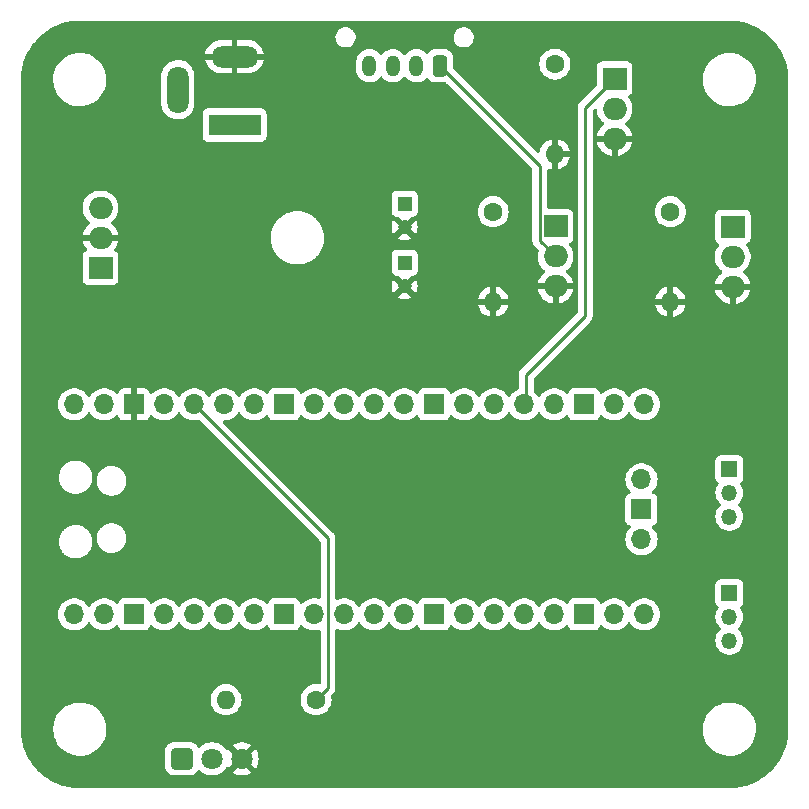
<source format=gbl>
%TF.GenerationSoftware,KiCad,Pcbnew,7.0.0-1.fc37*%
%TF.CreationDate,2023-03-02T16:58:32+00:00*%
%TF.ProjectId,led_strip_controller,6c65645f-7374-4726-9970-5f636f6e7472,4*%
%TF.SameCoordinates,Original*%
%TF.FileFunction,Copper,L2,Bot*%
%TF.FilePolarity,Positive*%
%FSLAX46Y46*%
G04 Gerber Fmt 4.6, Leading zero omitted, Abs format (unit mm)*
G04 Created by KiCad (PCBNEW 7.0.0-1.fc37) date 2023-03-02 16:58:32*
%MOMM*%
%LPD*%
G01*
G04 APERTURE LIST*
G04 Aperture macros list*
%AMRoundRect*
0 Rectangle with rounded corners*
0 $1 Rounding radius*
0 $2 $3 $4 $5 $6 $7 $8 $9 X,Y pos of 4 corners*
0 Add a 4 corners polygon primitive as box body*
4,1,4,$2,$3,$4,$5,$6,$7,$8,$9,$2,$3,0*
0 Add four circle primitives for the rounded corners*
1,1,$1+$1,$2,$3*
1,1,$1+$1,$4,$5*
1,1,$1+$1,$6,$7*
1,1,$1+$1,$8,$9*
0 Add four rect primitives between the rounded corners*
20,1,$1+$1,$2,$3,$4,$5,0*
20,1,$1+$1,$4,$5,$6,$7,0*
20,1,$1+$1,$6,$7,$8,$9,0*
20,1,$1+$1,$8,$9,$2,$3,0*%
G04 Aperture macros list end*
%TA.AperFunction,ComponentPad*%
%ADD10R,2.000000X1.905000*%
%TD*%
%TA.AperFunction,ComponentPad*%
%ADD11O,2.000000X1.905000*%
%TD*%
%TA.AperFunction,ComponentPad*%
%ADD12R,4.400000X1.800000*%
%TD*%
%TA.AperFunction,ComponentPad*%
%ADD13O,4.000000X1.800000*%
%TD*%
%TA.AperFunction,ComponentPad*%
%ADD14O,1.800000X4.000000*%
%TD*%
%TA.AperFunction,ComponentPad*%
%ADD15C,1.600000*%
%TD*%
%TA.AperFunction,ComponentPad*%
%ADD16O,1.600000X1.600000*%
%TD*%
%TA.AperFunction,ComponentPad*%
%ADD17RoundRect,0.248400X-0.651600X-0.651600X0.651600X-0.651600X0.651600X0.651600X-0.651600X0.651600X0*%
%TD*%
%TA.AperFunction,ComponentPad*%
%ADD18C,1.800000*%
%TD*%
%TA.AperFunction,ComponentPad*%
%ADD19RoundRect,0.250000X0.350000X0.650000X-0.350000X0.650000X-0.350000X-0.650000X0.350000X-0.650000X0*%
%TD*%
%TA.AperFunction,ComponentPad*%
%ADD20O,1.200000X1.800000*%
%TD*%
%TA.AperFunction,ComponentPad*%
%ADD21R,1.350000X1.350000*%
%TD*%
%TA.AperFunction,ComponentPad*%
%ADD22O,1.350000X1.350000*%
%TD*%
%TA.AperFunction,ComponentPad*%
%ADD23R,1.200000X1.200000*%
%TD*%
%TA.AperFunction,ComponentPad*%
%ADD24C,1.200000*%
%TD*%
%TA.AperFunction,ComponentPad*%
%ADD25O,1.700000X1.700000*%
%TD*%
%TA.AperFunction,ComponentPad*%
%ADD26R,1.700000X1.700000*%
%TD*%
%TA.AperFunction,Conductor*%
%ADD27C,0.250000*%
%TD*%
G04 APERTURE END LIST*
D10*
X142499999Y-72419999D03*
D11*
X142499999Y-74959999D03*
X142499999Y-77499999D03*
D10*
X147499999Y-59919999D03*
D11*
X147499999Y-62459999D03*
X147499999Y-64999999D03*
D10*
X157499999Y-72459999D03*
D11*
X157499999Y-74999999D03*
X157499999Y-77539999D03*
D10*
X103978726Y-75932717D03*
D11*
X103978726Y-73392717D03*
X103978726Y-70852717D03*
D12*
X115319999Y-63849999D03*
D13*
X115319999Y-58049999D03*
D14*
X110519999Y-60849999D03*
D15*
X142449793Y-58684866D03*
D16*
X142449792Y-66304865D03*
D17*
X110870000Y-117500000D03*
D18*
X113410000Y-117500000D03*
X115950000Y-117500000D03*
D19*
X132720000Y-58825000D03*
D20*
X130719999Y-58824999D03*
X128719999Y-58824999D03*
X126719999Y-58824999D03*
D21*
X157219999Y-103499999D03*
D22*
X157219999Y-105499999D03*
X157219999Y-107499999D03*
D23*
X129719999Y-75499999D03*
D24*
X129720000Y-77500000D03*
D25*
X101739999Y-105279999D03*
X104279999Y-105279999D03*
D26*
X106819999Y-105279999D03*
D25*
X109359999Y-105279999D03*
X111899999Y-105279999D03*
X114439999Y-105279999D03*
X116979999Y-105279999D03*
D26*
X119519999Y-105279999D03*
D25*
X122059999Y-105279999D03*
X124599999Y-105279999D03*
X127139999Y-105279999D03*
X129679999Y-105279999D03*
D26*
X132219999Y-105279999D03*
D25*
X134759999Y-105279999D03*
X137299999Y-105279999D03*
X139839999Y-105279999D03*
X142379999Y-105279999D03*
D26*
X144919999Y-105279999D03*
D25*
X147459999Y-105279999D03*
X149999999Y-105279999D03*
X149999999Y-87499999D03*
X147459999Y-87499999D03*
D26*
X144919999Y-87499999D03*
D25*
X142379999Y-87499999D03*
X139839999Y-87499999D03*
X137299999Y-87499999D03*
X134759999Y-87499999D03*
D26*
X132219999Y-87499999D03*
D25*
X129679999Y-87499999D03*
X127139999Y-87499999D03*
X124599999Y-87499999D03*
X122059999Y-87499999D03*
D26*
X119519999Y-87499999D03*
D25*
X116979999Y-87499999D03*
X114439999Y-87499999D03*
X111899999Y-87499999D03*
X109359999Y-87499999D03*
D26*
X106819999Y-87499999D03*
D25*
X104279999Y-87499999D03*
X101739999Y-87499999D03*
X149769999Y-98929999D03*
D26*
X149769999Y-96389999D03*
D25*
X149769999Y-93849999D03*
D15*
X152220000Y-71190000D03*
D16*
X152219999Y-78809999D03*
D23*
X129719999Y-70499999D03*
D24*
X129720000Y-72500000D03*
D15*
X122220000Y-112500000D03*
D16*
X114599999Y-112499999D03*
D15*
X137220000Y-71190000D03*
D16*
X137219999Y-78809999D03*
D21*
X157219999Y-92999999D03*
D22*
X157219999Y-94999999D03*
X157219999Y-96999999D03*
D27*
X140000000Y-85000000D02*
X140000000Y-87500000D01*
X145000000Y-80000000D02*
X140000000Y-85000000D01*
X147500000Y-59920000D02*
X147452500Y-59920000D01*
X147452500Y-59920000D02*
X145000000Y-62372500D01*
X145000000Y-62372500D02*
X145000000Y-80000000D01*
X140000000Y-87500000D02*
X139840000Y-87500000D01*
X132720000Y-58825000D02*
X141175000Y-67280000D01*
X141175000Y-67280000D02*
X141175000Y-73635000D01*
X141175000Y-73635000D02*
X142500000Y-74960000D01*
X123235000Y-111485000D02*
X122220000Y-112500000D01*
X123235000Y-98835000D02*
X123235000Y-111485000D01*
X111900000Y-87500000D02*
X123235000Y-98835000D01*
%TA.AperFunction,Conductor*%
G36*
X157222562Y-55000605D02*
G01*
X157437600Y-55009500D01*
X157633455Y-55018052D01*
X157643330Y-55018881D01*
X157856706Y-55045479D01*
X157856793Y-55045490D01*
X158054945Y-55071577D01*
X158064192Y-55073153D01*
X158273521Y-55117044D01*
X158274765Y-55117312D01*
X158470386Y-55160680D01*
X158478901Y-55162889D01*
X158683665Y-55223850D01*
X158685325Y-55224359D01*
X158876696Y-55284698D01*
X158884453Y-55287431D01*
X159083363Y-55365046D01*
X159085513Y-55365911D01*
X159271024Y-55442752D01*
X159277972Y-55445886D01*
X159445903Y-55527982D01*
X159469587Y-55539561D01*
X159472383Y-55540972D01*
X159650420Y-55633652D01*
X159656636Y-55637118D01*
X159839793Y-55746255D01*
X159842929Y-55748187D01*
X159906491Y-55788681D01*
X160012282Y-55856078D01*
X160017710Y-55859741D01*
X160191184Y-55983599D01*
X160194616Y-55986140D01*
X160353912Y-56108372D01*
X160358567Y-56112126D01*
X160521226Y-56249891D01*
X160524838Y-56253072D01*
X160672925Y-56388769D01*
X160676807Y-56392486D01*
X160827512Y-56543191D01*
X160831232Y-56547076D01*
X160966921Y-56695155D01*
X160970107Y-56698772D01*
X161107872Y-56861431D01*
X161111626Y-56866086D01*
X161233858Y-57025382D01*
X161236399Y-57028814D01*
X161360257Y-57202288D01*
X161363920Y-57207716D01*
X161471800Y-57377052D01*
X161473743Y-57380205D01*
X161582880Y-57563362D01*
X161586346Y-57569578D01*
X161679026Y-57747615D01*
X161680437Y-57750411D01*
X161774099Y-57941997D01*
X161777260Y-57949005D01*
X161854051Y-58134395D01*
X161854991Y-58136734D01*
X161886343Y-58217080D01*
X161932559Y-58335523D01*
X161935302Y-58343309D01*
X161995602Y-58534554D01*
X161996186Y-58536460D01*
X162057105Y-58741084D01*
X162059321Y-58749627D01*
X162102671Y-58945166D01*
X162102971Y-58946559D01*
X162146844Y-59155802D01*
X162148422Y-59165062D01*
X162174459Y-59362829D01*
X162174568Y-59363677D01*
X162201114Y-59576641D01*
X162201948Y-59586570D01*
X162210513Y-59782728D01*
X162210525Y-59783013D01*
X162219394Y-59997438D01*
X162219500Y-60002562D01*
X162219500Y-114997438D01*
X162219394Y-115002563D01*
X162210525Y-115216987D01*
X162210513Y-115217271D01*
X162201948Y-115413428D01*
X162201114Y-115423357D01*
X162174568Y-115636321D01*
X162174459Y-115637169D01*
X162148422Y-115834936D01*
X162146844Y-115844196D01*
X162102971Y-116053439D01*
X162102671Y-116054832D01*
X162059321Y-116250371D01*
X162057105Y-116258914D01*
X161996186Y-116463538D01*
X161995602Y-116465444D01*
X161935302Y-116656689D01*
X161932559Y-116664475D01*
X161855008Y-116863224D01*
X161854051Y-116865603D01*
X161777260Y-117050993D01*
X161774099Y-117058001D01*
X161680437Y-117249587D01*
X161679026Y-117252383D01*
X161586346Y-117430420D01*
X161582880Y-117436636D01*
X161473743Y-117619793D01*
X161471800Y-117622946D01*
X161363920Y-117792282D01*
X161360257Y-117797710D01*
X161236399Y-117971184D01*
X161233858Y-117974616D01*
X161111626Y-118133912D01*
X161107872Y-118138567D01*
X160970107Y-118301226D01*
X160966908Y-118304858D01*
X160831254Y-118452899D01*
X160827512Y-118456807D01*
X160676807Y-118607512D01*
X160672899Y-118611254D01*
X160524858Y-118746908D01*
X160521226Y-118750107D01*
X160358567Y-118887872D01*
X160353912Y-118891626D01*
X160194616Y-119013858D01*
X160191184Y-119016399D01*
X160017710Y-119140257D01*
X160012282Y-119143920D01*
X159842946Y-119251800D01*
X159839793Y-119253743D01*
X159656636Y-119362880D01*
X159650420Y-119366346D01*
X159472383Y-119459026D01*
X159469587Y-119460437D01*
X159278001Y-119554099D01*
X159270993Y-119557260D01*
X159085603Y-119634051D01*
X159083224Y-119635008D01*
X158884475Y-119712559D01*
X158876689Y-119715302D01*
X158685444Y-119775602D01*
X158683538Y-119776186D01*
X158478914Y-119837105D01*
X158470371Y-119839321D01*
X158274832Y-119882671D01*
X158273439Y-119882971D01*
X158064196Y-119926844D01*
X158054936Y-119928422D01*
X157857169Y-119954459D01*
X157856321Y-119954568D01*
X157643357Y-119981114D01*
X157633428Y-119981948D01*
X157437381Y-119990508D01*
X157437097Y-119990520D01*
X157222563Y-119999394D01*
X157217438Y-119999500D01*
X102222562Y-119999500D01*
X102217437Y-119999394D01*
X102002901Y-119990520D01*
X102002617Y-119990508D01*
X101806570Y-119981948D01*
X101796641Y-119981114D01*
X101583677Y-119954568D01*
X101582829Y-119954459D01*
X101385062Y-119928422D01*
X101375802Y-119926844D01*
X101166559Y-119882971D01*
X101165166Y-119882671D01*
X100969627Y-119839321D01*
X100961084Y-119837105D01*
X100756460Y-119776186D01*
X100754554Y-119775602D01*
X100563309Y-119715302D01*
X100555523Y-119712559D01*
X100426985Y-119662404D01*
X100356734Y-119634991D01*
X100354395Y-119634051D01*
X100169005Y-119557260D01*
X100161997Y-119554099D01*
X99970411Y-119460437D01*
X99967615Y-119459026D01*
X99789578Y-119366346D01*
X99783362Y-119362880D01*
X99600205Y-119253743D01*
X99597052Y-119251800D01*
X99427716Y-119143920D01*
X99422288Y-119140257D01*
X99248814Y-119016399D01*
X99245382Y-119013858D01*
X99086086Y-118891626D01*
X99081431Y-118887872D01*
X98918772Y-118750107D01*
X98915155Y-118746921D01*
X98767076Y-118611232D01*
X98763191Y-118607512D01*
X98612486Y-118456807D01*
X98608769Y-118452925D01*
X98473072Y-118304838D01*
X98469891Y-118301226D01*
X98383230Y-118198906D01*
X109461500Y-118198906D01*
X109461501Y-118202036D01*
X109461819Y-118205149D01*
X109461820Y-118205168D01*
X109471402Y-118298961D01*
X109472091Y-118305701D01*
X109474222Y-118312132D01*
X109521878Y-118455954D01*
X109527745Y-118473658D01*
X109531536Y-118479805D01*
X109531538Y-118479808D01*
X109616842Y-118618105D01*
X109620634Y-118624252D01*
X109745748Y-118749366D01*
X109896342Y-118842255D01*
X110064299Y-118897909D01*
X110167963Y-118908500D01*
X111572036Y-118908499D01*
X111675701Y-118897909D01*
X111843658Y-118842255D01*
X111994252Y-118749366D01*
X112119366Y-118624252D01*
X112198400Y-118496119D01*
X112238398Y-118455954D01*
X112292091Y-118437785D01*
X112348260Y-118445410D01*
X112395168Y-118477235D01*
X112452780Y-118539818D01*
X112636983Y-118683190D01*
X112641490Y-118685629D01*
X112641493Y-118685631D01*
X112749827Y-118744258D01*
X112842273Y-118794287D01*
X113063049Y-118870080D01*
X113293288Y-118908500D01*
X113521579Y-118908500D01*
X113526712Y-118908500D01*
X113756951Y-118870080D01*
X113977727Y-118794287D01*
X114183017Y-118683190D01*
X114223101Y-118651991D01*
X115157006Y-118651991D01*
X115165113Y-118663181D01*
X115177602Y-118672901D01*
X115186151Y-118678487D01*
X115381194Y-118784039D01*
X115390547Y-118788141D01*
X115600290Y-118860146D01*
X115610199Y-118862655D01*
X115828929Y-118899155D01*
X115839127Y-118900000D01*
X116060873Y-118900000D01*
X116071070Y-118899155D01*
X116289800Y-118862655D01*
X116299709Y-118860146D01*
X116509452Y-118788141D01*
X116518805Y-118784039D01*
X116713845Y-118678488D01*
X116722397Y-118672901D01*
X116734888Y-118663179D01*
X116742992Y-118651992D01*
X116736331Y-118639884D01*
X115961542Y-117865095D01*
X115949999Y-117858431D01*
X115938457Y-117865095D01*
X115163666Y-118639885D01*
X115157006Y-118651991D01*
X114223101Y-118651991D01*
X114367220Y-118539818D01*
X114525314Y-118368083D01*
X114581269Y-118282436D01*
X114626058Y-118241205D01*
X114685077Y-118226260D01*
X114744095Y-118241206D01*
X114788886Y-118282440D01*
X114791246Y-118286053D01*
X114799212Y-118293776D01*
X114808592Y-118287853D01*
X115584904Y-117511542D01*
X115591568Y-117500000D01*
X116308431Y-117500000D01*
X116315095Y-117511542D01*
X117091405Y-118287852D01*
X117100786Y-118293776D01*
X117108754Y-118286051D01*
X117182675Y-118172906D01*
X117187543Y-118163911D01*
X117276621Y-117960833D01*
X117279940Y-117951166D01*
X117334378Y-117736196D01*
X117336062Y-117726102D01*
X117354374Y-117505117D01*
X117354374Y-117494883D01*
X117336062Y-117273897D01*
X117334378Y-117263803D01*
X117279940Y-117048833D01*
X117276621Y-117039166D01*
X117187543Y-116836086D01*
X117182678Y-116827096D01*
X117108753Y-116713947D01*
X117100786Y-116706222D01*
X117091405Y-116712146D01*
X116315095Y-117488457D01*
X116308431Y-117500000D01*
X115591568Y-117500000D01*
X115584904Y-117488457D01*
X114808592Y-116712145D01*
X114799212Y-116706222D01*
X114791244Y-116713947D01*
X114788880Y-116717566D01*
X114744088Y-116758795D01*
X114685071Y-116773738D01*
X114626055Y-116758792D01*
X114581267Y-116717560D01*
X114525314Y-116631917D01*
X114469063Y-116570812D01*
X114370688Y-116463949D01*
X114370686Y-116463947D01*
X114367220Y-116460182D01*
X114223097Y-116348006D01*
X115157007Y-116348006D01*
X115163667Y-116360114D01*
X115938457Y-117134904D01*
X115949999Y-117141568D01*
X115961542Y-117134904D01*
X116736332Y-116360113D01*
X116742992Y-116348007D01*
X116734886Y-116336818D01*
X116722394Y-116327096D01*
X116713847Y-116321512D01*
X116518805Y-116215960D01*
X116509452Y-116211858D01*
X116299709Y-116139853D01*
X116289800Y-116137344D01*
X116071070Y-116100844D01*
X116060873Y-116100000D01*
X115839127Y-116100000D01*
X115828929Y-116100844D01*
X115610199Y-116137344D01*
X115600290Y-116139853D01*
X115390547Y-116211858D01*
X115381194Y-116215960D01*
X115186156Y-116321510D01*
X115177600Y-116327100D01*
X115165112Y-116336818D01*
X115157007Y-116348006D01*
X114223097Y-116348006D01*
X114183017Y-116316810D01*
X114178512Y-116314372D01*
X114178506Y-116314368D01*
X113982233Y-116208151D01*
X113982227Y-116208148D01*
X113977727Y-116205713D01*
X113972886Y-116204051D01*
X113972879Y-116204048D01*
X113761804Y-116131586D01*
X113761803Y-116131585D01*
X113756951Y-116129920D01*
X113751901Y-116129077D01*
X113751892Y-116129075D01*
X113531774Y-116092344D01*
X113531765Y-116092343D01*
X113526712Y-116091500D01*
X113293288Y-116091500D01*
X113288235Y-116092343D01*
X113288225Y-116092344D01*
X113068107Y-116129075D01*
X113068095Y-116129077D01*
X113063049Y-116129920D01*
X113058199Y-116131584D01*
X113058195Y-116131586D01*
X112847120Y-116204048D01*
X112847109Y-116204052D01*
X112842273Y-116205713D01*
X112837776Y-116208146D01*
X112837766Y-116208151D01*
X112641493Y-116314368D01*
X112641481Y-116314375D01*
X112636983Y-116316810D01*
X112632940Y-116319956D01*
X112632935Y-116319960D01*
X112456821Y-116457036D01*
X112456815Y-116457040D01*
X112452780Y-116460182D01*
X112449318Y-116463942D01*
X112449310Y-116463950D01*
X112395167Y-116522765D01*
X112348260Y-116554589D01*
X112292091Y-116562214D01*
X112238398Y-116544045D01*
X112198400Y-116503879D01*
X112123157Y-116381894D01*
X112123156Y-116381893D01*
X112119366Y-116375748D01*
X111994252Y-116250634D01*
X111988107Y-116246843D01*
X111988105Y-116246842D01*
X111849808Y-116161538D01*
X111849805Y-116161536D01*
X111843658Y-116157745D01*
X111836797Y-116155471D01*
X111836796Y-116155471D01*
X111682125Y-116104219D01*
X111682119Y-116104217D01*
X111675701Y-116102091D01*
X111668970Y-116101403D01*
X111668969Y-116101403D01*
X111575166Y-116091819D01*
X111575152Y-116091818D01*
X111572037Y-116091500D01*
X111568889Y-116091500D01*
X110171112Y-116091500D01*
X110171092Y-116091500D01*
X110167964Y-116091501D01*
X110164851Y-116091818D01*
X110164831Y-116091820D01*
X110071038Y-116101402D01*
X110071032Y-116101403D01*
X110064299Y-116102091D01*
X110057869Y-116104221D01*
X110057867Y-116104222D01*
X109903203Y-116155471D01*
X109903198Y-116155472D01*
X109896342Y-116157745D01*
X109890197Y-116161534D01*
X109890191Y-116161538D01*
X109751894Y-116246842D01*
X109751888Y-116246846D01*
X109745748Y-116250634D01*
X109740644Y-116255737D01*
X109740640Y-116255741D01*
X109625741Y-116370640D01*
X109625737Y-116370644D01*
X109620634Y-116375748D01*
X109616846Y-116381888D01*
X109616842Y-116381894D01*
X109531538Y-116520191D01*
X109531534Y-116520197D01*
X109527745Y-116526342D01*
X109525472Y-116533198D01*
X109525471Y-116533203D01*
X109474219Y-116687874D01*
X109474217Y-116687882D01*
X109472091Y-116694299D01*
X109471403Y-116701027D01*
X109471403Y-116701030D01*
X109461819Y-116794833D01*
X109461818Y-116794848D01*
X109461500Y-116797963D01*
X109461500Y-116801109D01*
X109461500Y-116801110D01*
X109461500Y-118198887D01*
X109461500Y-118198906D01*
X98383230Y-118198906D01*
X98332126Y-118138567D01*
X98328372Y-118133912D01*
X98206140Y-117974616D01*
X98203599Y-117971184D01*
X98079741Y-117797710D01*
X98076078Y-117792282D01*
X97968198Y-117622946D01*
X97966255Y-117619793D01*
X97857118Y-117436636D01*
X97853652Y-117430420D01*
X97760972Y-117252383D01*
X97759561Y-117249587D01*
X97739837Y-117209242D01*
X97665886Y-117057972D01*
X97662752Y-117051024D01*
X97585911Y-116865513D01*
X97585046Y-116863363D01*
X97507431Y-116664453D01*
X97504696Y-116656689D01*
X97444359Y-116465325D01*
X97443850Y-116463665D01*
X97382889Y-116258901D01*
X97380680Y-116250386D01*
X97337312Y-116054765D01*
X97337027Y-116053439D01*
X97331495Y-116027057D01*
X97293153Y-115844192D01*
X97291576Y-115834936D01*
X97287859Y-115806700D01*
X97265490Y-115636793D01*
X97265483Y-115636743D01*
X97238881Y-115423330D01*
X97238052Y-115413455D01*
X97229486Y-115217271D01*
X97223617Y-115075369D01*
X99965723Y-115075369D01*
X99966137Y-115079490D01*
X99966138Y-115079501D01*
X99995466Y-115371034D01*
X99995467Y-115371044D01*
X99995882Y-115375162D01*
X100065731Y-115668261D01*
X100174023Y-115949434D01*
X100176007Y-115953055D01*
X100176013Y-115953067D01*
X100277000Y-116137344D01*
X100318825Y-116213665D01*
X100321281Y-116216998D01*
X100321284Y-116217003D01*
X100495093Y-116452898D01*
X100497554Y-116456238D01*
X100707020Y-116672824D01*
X100861522Y-116794833D01*
X100940230Y-116856988D01*
X100940234Y-116856990D01*
X100943485Y-116859558D01*
X101202730Y-117013109D01*
X101206534Y-117014722D01*
X101206538Y-117014724D01*
X101264180Y-117039166D01*
X101480128Y-117130736D01*
X101770729Y-117210340D01*
X102069347Y-117250500D01*
X102293162Y-117250500D01*
X102295244Y-117250500D01*
X102520634Y-117235412D01*
X102815903Y-117175396D01*
X103100537Y-117076560D01*
X103369459Y-116940668D01*
X103617869Y-116770144D01*
X103841333Y-116568032D01*
X104035865Y-116337939D01*
X104197993Y-116083970D01*
X104324823Y-115810658D01*
X104414093Y-115522879D01*
X104464209Y-115225770D01*
X104469237Y-115075369D01*
X154965723Y-115075369D01*
X154966137Y-115079490D01*
X154966138Y-115079501D01*
X154995466Y-115371034D01*
X154995467Y-115371044D01*
X154995882Y-115375162D01*
X155065731Y-115668261D01*
X155174023Y-115949434D01*
X155176007Y-115953055D01*
X155176013Y-115953067D01*
X155277000Y-116137344D01*
X155318825Y-116213665D01*
X155321281Y-116216998D01*
X155321284Y-116217003D01*
X155495093Y-116452898D01*
X155497554Y-116456238D01*
X155707020Y-116672824D01*
X155861522Y-116794833D01*
X155940230Y-116856988D01*
X155940234Y-116856990D01*
X155943485Y-116859558D01*
X156202730Y-117013109D01*
X156206534Y-117014722D01*
X156206538Y-117014724D01*
X156264180Y-117039166D01*
X156480128Y-117130736D01*
X156770729Y-117210340D01*
X157069347Y-117250500D01*
X157293162Y-117250500D01*
X157295244Y-117250500D01*
X157520634Y-117235412D01*
X157815903Y-117175396D01*
X158100537Y-117076560D01*
X158369459Y-116940668D01*
X158617869Y-116770144D01*
X158841333Y-116568032D01*
X159035865Y-116337939D01*
X159197993Y-116083970D01*
X159324823Y-115810658D01*
X159414093Y-115522879D01*
X159464209Y-115225770D01*
X159474277Y-114924631D01*
X159444118Y-114624838D01*
X159374269Y-114331739D01*
X159265977Y-114050566D01*
X159121175Y-113786335D01*
X159081138Y-113731997D01*
X158944906Y-113547101D01*
X158942446Y-113543762D01*
X158732980Y-113327176D01*
X158522784Y-113161186D01*
X158499769Y-113143011D01*
X158499762Y-113143006D01*
X158496515Y-113140442D01*
X158492954Y-113138332D01*
X158492947Y-113138328D01*
X158240831Y-112989000D01*
X158240828Y-112988998D01*
X158237270Y-112986891D01*
X158233471Y-112985280D01*
X158233461Y-112985275D01*
X157963681Y-112870879D01*
X157963678Y-112870878D01*
X157959872Y-112869264D01*
X157955885Y-112868172D01*
X157955877Y-112868169D01*
X157673278Y-112790757D01*
X157673269Y-112790755D01*
X157669271Y-112789660D01*
X157665164Y-112789107D01*
X157665156Y-112789106D01*
X157374754Y-112750051D01*
X157374746Y-112750050D01*
X157370653Y-112749500D01*
X157144756Y-112749500D01*
X157142682Y-112749638D01*
X157142677Y-112749639D01*
X156923498Y-112764311D01*
X156923492Y-112764311D01*
X156919366Y-112764588D01*
X156915309Y-112765412D01*
X156915306Y-112765413D01*
X156628165Y-112823777D01*
X156628162Y-112823777D01*
X156624097Y-112824604D01*
X156620183Y-112825963D01*
X156620176Y-112825965D01*
X156343375Y-112922081D01*
X156343367Y-112922084D01*
X156339463Y-112923440D01*
X156335771Y-112925305D01*
X156335763Y-112925309D01*
X156074242Y-113057461D01*
X156074232Y-113057466D01*
X156070541Y-113059332D01*
X156067130Y-113061672D01*
X156067124Y-113061677D01*
X155825548Y-113227509D01*
X155825534Y-113227519D01*
X155822131Y-113229856D01*
X155819066Y-113232627D01*
X155819056Y-113232636D01*
X155601741Y-113429187D01*
X155601735Y-113429192D01*
X155598667Y-113431968D01*
X155595998Y-113435123D01*
X155595991Y-113435132D01*
X155406810Y-113658896D01*
X155406804Y-113658903D01*
X155404135Y-113662061D01*
X155401912Y-113665542D01*
X155401904Y-113665554D01*
X155244233Y-113912542D01*
X155244229Y-113912549D01*
X155242007Y-113916030D01*
X155240267Y-113919779D01*
X155240264Y-113919785D01*
X155116922Y-114185580D01*
X155116918Y-114185589D01*
X155115177Y-114189342D01*
X155113951Y-114193291D01*
X155113949Y-114193299D01*
X155027134Y-114473165D01*
X155025907Y-114477121D01*
X155025218Y-114481199D01*
X155025218Y-114481204D01*
X155000990Y-114624838D01*
X154975791Y-114774230D01*
X154975653Y-114778353D01*
X154975652Y-114778365D01*
X154965861Y-115071222D01*
X154965861Y-115071231D01*
X154965723Y-115075369D01*
X104469237Y-115075369D01*
X104474277Y-114924631D01*
X104444118Y-114624838D01*
X104374269Y-114331739D01*
X104265977Y-114050566D01*
X104121175Y-113786335D01*
X104081138Y-113731997D01*
X103944906Y-113547101D01*
X103942446Y-113543762D01*
X103732980Y-113327176D01*
X103522784Y-113161186D01*
X103499769Y-113143011D01*
X103499762Y-113143006D01*
X103496515Y-113140442D01*
X103492954Y-113138332D01*
X103492947Y-113138328D01*
X103240831Y-112989000D01*
X103240828Y-112988998D01*
X103237270Y-112986891D01*
X103233471Y-112985280D01*
X103233461Y-112985275D01*
X102963681Y-112870879D01*
X102963678Y-112870878D01*
X102959872Y-112869264D01*
X102955885Y-112868172D01*
X102955877Y-112868169D01*
X102673278Y-112790757D01*
X102673269Y-112790755D01*
X102669271Y-112789660D01*
X102665164Y-112789107D01*
X102665156Y-112789106D01*
X102374754Y-112750051D01*
X102374746Y-112750050D01*
X102370653Y-112749500D01*
X102144756Y-112749500D01*
X102142682Y-112749638D01*
X102142677Y-112749639D01*
X101923498Y-112764311D01*
X101923492Y-112764311D01*
X101919366Y-112764588D01*
X101915309Y-112765412D01*
X101915306Y-112765413D01*
X101628165Y-112823777D01*
X101628162Y-112823777D01*
X101624097Y-112824604D01*
X101620183Y-112825963D01*
X101620176Y-112825965D01*
X101343375Y-112922081D01*
X101343367Y-112922084D01*
X101339463Y-112923440D01*
X101335771Y-112925305D01*
X101335763Y-112925309D01*
X101074242Y-113057461D01*
X101074232Y-113057466D01*
X101070541Y-113059332D01*
X101067130Y-113061672D01*
X101067124Y-113061677D01*
X100825548Y-113227509D01*
X100825534Y-113227519D01*
X100822131Y-113229856D01*
X100819066Y-113232627D01*
X100819056Y-113232636D01*
X100601741Y-113429187D01*
X100601735Y-113429192D01*
X100598667Y-113431968D01*
X100595998Y-113435123D01*
X100595991Y-113435132D01*
X100406810Y-113658896D01*
X100406804Y-113658903D01*
X100404135Y-113662061D01*
X100401912Y-113665542D01*
X100401904Y-113665554D01*
X100244233Y-113912542D01*
X100244229Y-113912549D01*
X100242007Y-113916030D01*
X100240267Y-113919779D01*
X100240264Y-113919785D01*
X100116922Y-114185580D01*
X100116918Y-114185589D01*
X100115177Y-114189342D01*
X100113951Y-114193291D01*
X100113949Y-114193299D01*
X100027134Y-114473165D01*
X100025907Y-114477121D01*
X100025218Y-114481199D01*
X100025218Y-114481204D01*
X100000990Y-114624838D01*
X99975791Y-114774230D01*
X99975653Y-114778353D01*
X99975652Y-114778365D01*
X99965861Y-115071222D01*
X99965861Y-115071231D01*
X99965723Y-115075369D01*
X97223617Y-115075369D01*
X97220605Y-115002562D01*
X97220500Y-114997439D01*
X97220500Y-112500000D01*
X113286502Y-112500000D01*
X113286974Y-112505395D01*
X113305984Y-112722688D01*
X113305985Y-112722695D01*
X113306457Y-112728087D01*
X113307856Y-112733308D01*
X113307858Y-112733319D01*
X113364316Y-112944021D01*
X113364318Y-112944028D01*
X113365716Y-112949243D01*
X113368000Y-112954143D01*
X113368002Y-112954146D01*
X113417051Y-113059332D01*
X113462477Y-113156749D01*
X113465584Y-113161186D01*
X113590696Y-113339865D01*
X113590699Y-113339869D01*
X113593802Y-113344300D01*
X113755700Y-113506198D01*
X113943251Y-113637523D01*
X114150757Y-113734284D01*
X114155977Y-113735682D01*
X114155978Y-113735683D01*
X114366680Y-113792141D01*
X114366682Y-113792141D01*
X114371913Y-113793543D01*
X114600000Y-113813498D01*
X114828087Y-113793543D01*
X115049243Y-113734284D01*
X115256749Y-113637523D01*
X115444300Y-113506198D01*
X115606198Y-113344300D01*
X115737523Y-113156749D01*
X115834284Y-112949243D01*
X115893543Y-112728087D01*
X115913498Y-112500000D01*
X115893543Y-112271913D01*
X115834284Y-112050757D01*
X115737523Y-111843251D01*
X115655044Y-111725459D01*
X115609303Y-111660134D01*
X115609301Y-111660132D01*
X115606198Y-111655700D01*
X115444300Y-111493802D01*
X115439869Y-111490699D01*
X115439865Y-111490696D01*
X115261186Y-111365584D01*
X115261187Y-111365584D01*
X115256749Y-111362477D01*
X115251834Y-111360185D01*
X115054146Y-111268002D01*
X115054143Y-111268000D01*
X115049243Y-111265716D01*
X115044028Y-111264318D01*
X115044021Y-111264316D01*
X114833319Y-111207858D01*
X114833308Y-111207856D01*
X114828087Y-111206457D01*
X114822695Y-111205985D01*
X114822688Y-111205984D01*
X114605395Y-111186974D01*
X114600000Y-111186502D01*
X114594605Y-111186974D01*
X114377311Y-111205984D01*
X114377302Y-111205985D01*
X114371913Y-111206457D01*
X114366692Y-111207855D01*
X114366680Y-111207858D01*
X114155978Y-111264316D01*
X114155967Y-111264319D01*
X114150757Y-111265716D01*
X114145860Y-111267999D01*
X114145853Y-111268002D01*
X113948165Y-111360185D01*
X113948159Y-111360188D01*
X113943251Y-111362477D01*
X113938817Y-111365581D01*
X113938813Y-111365584D01*
X113760134Y-111490696D01*
X113760124Y-111490703D01*
X113755700Y-111493802D01*
X113751874Y-111497627D01*
X113751868Y-111497633D01*
X113597633Y-111651868D01*
X113597627Y-111651874D01*
X113593802Y-111655700D01*
X113590703Y-111660124D01*
X113590696Y-111660134D01*
X113465584Y-111838813D01*
X113465581Y-111838817D01*
X113462477Y-111843251D01*
X113460188Y-111848159D01*
X113460185Y-111848165D01*
X113368002Y-112045853D01*
X113367999Y-112045860D01*
X113365716Y-112050757D01*
X113364319Y-112055967D01*
X113364316Y-112055978D01*
X113307858Y-112266680D01*
X113307855Y-112266692D01*
X113306457Y-112271913D01*
X113305985Y-112277302D01*
X113305984Y-112277311D01*
X113286974Y-112494605D01*
X113286502Y-112500000D01*
X97220500Y-112500000D01*
X97220500Y-105280000D01*
X100376844Y-105280000D01*
X100377268Y-105285117D01*
X100395011Y-105499248D01*
X100395012Y-105499256D01*
X100395436Y-105504368D01*
X100396693Y-105509335D01*
X100396695Y-105509342D01*
X100449445Y-105717645D01*
X100450704Y-105722616D01*
X100452764Y-105727312D01*
X100539080Y-105924096D01*
X100539083Y-105924101D01*
X100541140Y-105928791D01*
X100546870Y-105937561D01*
X100661474Y-106112977D01*
X100661477Y-106112981D01*
X100664278Y-106117268D01*
X100667752Y-106121041D01*
X100667753Y-106121043D01*
X100813288Y-106279135D01*
X100813291Y-106279138D01*
X100816760Y-106282906D01*
X100839665Y-106300734D01*
X100990376Y-106418039D01*
X100990381Y-106418042D01*
X100994424Y-106421189D01*
X100998931Y-106423628D01*
X100998934Y-106423630D01*
X101163949Y-106512931D01*
X101192426Y-106528342D01*
X101405365Y-106601444D01*
X101627431Y-106638500D01*
X101847436Y-106638500D01*
X101852569Y-106638500D01*
X102074635Y-106601444D01*
X102287574Y-106528342D01*
X102485576Y-106421189D01*
X102663240Y-106282906D01*
X102815722Y-106117268D01*
X102906190Y-105978795D01*
X102950982Y-105937561D01*
X103010000Y-105922616D01*
X103069018Y-105937561D01*
X103113809Y-105978795D01*
X103201470Y-106112972D01*
X103201478Y-106112982D01*
X103204278Y-106117268D01*
X103207752Y-106121041D01*
X103207753Y-106121043D01*
X103353288Y-106279135D01*
X103353291Y-106279138D01*
X103356760Y-106282906D01*
X103379665Y-106300734D01*
X103530376Y-106418039D01*
X103530381Y-106418042D01*
X103534424Y-106421189D01*
X103538931Y-106423628D01*
X103538934Y-106423630D01*
X103703949Y-106512931D01*
X103732426Y-106528342D01*
X103945365Y-106601444D01*
X104167431Y-106638500D01*
X104387436Y-106638500D01*
X104392569Y-106638500D01*
X104614635Y-106601444D01*
X104827574Y-106528342D01*
X105025576Y-106421189D01*
X105203240Y-106282906D01*
X105266455Y-106214236D01*
X105319073Y-106180386D01*
X105381528Y-106176538D01*
X105437909Y-106203675D01*
X105473862Y-106254889D01*
X105516010Y-106367892D01*
X105519111Y-106376204D01*
X105606739Y-106493261D01*
X105723796Y-106580889D01*
X105860799Y-106631989D01*
X105921362Y-106638500D01*
X107715328Y-106638500D01*
X107718638Y-106638500D01*
X107779201Y-106631989D01*
X107916204Y-106580889D01*
X108033261Y-106493261D01*
X108120889Y-106376204D01*
X108166137Y-106254889D01*
X108202089Y-106203676D01*
X108258470Y-106176538D01*
X108320925Y-106180386D01*
X108373548Y-106214240D01*
X108433288Y-106279135D01*
X108433291Y-106279138D01*
X108436760Y-106282906D01*
X108459665Y-106300734D01*
X108610376Y-106418039D01*
X108610381Y-106418042D01*
X108614424Y-106421189D01*
X108618931Y-106423628D01*
X108618934Y-106423630D01*
X108783949Y-106512931D01*
X108812426Y-106528342D01*
X109025365Y-106601444D01*
X109247431Y-106638500D01*
X109467436Y-106638500D01*
X109472569Y-106638500D01*
X109694635Y-106601444D01*
X109907574Y-106528342D01*
X110105576Y-106421189D01*
X110283240Y-106282906D01*
X110435722Y-106117268D01*
X110526190Y-105978795D01*
X110570982Y-105937561D01*
X110630000Y-105922616D01*
X110689018Y-105937561D01*
X110733809Y-105978795D01*
X110821470Y-106112972D01*
X110821478Y-106112982D01*
X110824278Y-106117268D01*
X110827752Y-106121041D01*
X110827753Y-106121043D01*
X110973288Y-106279135D01*
X110973291Y-106279138D01*
X110976760Y-106282906D01*
X110999665Y-106300734D01*
X111150376Y-106418039D01*
X111150381Y-106418042D01*
X111154424Y-106421189D01*
X111158931Y-106423628D01*
X111158934Y-106423630D01*
X111323949Y-106512931D01*
X111352426Y-106528342D01*
X111565365Y-106601444D01*
X111787431Y-106638500D01*
X112007436Y-106638500D01*
X112012569Y-106638500D01*
X112234635Y-106601444D01*
X112447574Y-106528342D01*
X112645576Y-106421189D01*
X112823240Y-106282906D01*
X112975722Y-106117268D01*
X113066190Y-105978795D01*
X113110982Y-105937561D01*
X113170000Y-105922616D01*
X113229018Y-105937561D01*
X113273809Y-105978795D01*
X113361470Y-106112972D01*
X113361478Y-106112982D01*
X113364278Y-106117268D01*
X113367752Y-106121041D01*
X113367753Y-106121043D01*
X113513288Y-106279135D01*
X113513291Y-106279138D01*
X113516760Y-106282906D01*
X113539665Y-106300734D01*
X113690376Y-106418039D01*
X113690381Y-106418042D01*
X113694424Y-106421189D01*
X113698931Y-106423628D01*
X113698934Y-106423630D01*
X113863949Y-106512931D01*
X113892426Y-106528342D01*
X114105365Y-106601444D01*
X114327431Y-106638500D01*
X114547436Y-106638500D01*
X114552569Y-106638500D01*
X114774635Y-106601444D01*
X114987574Y-106528342D01*
X115185576Y-106421189D01*
X115363240Y-106282906D01*
X115515722Y-106117268D01*
X115606190Y-105978795D01*
X115650982Y-105937561D01*
X115710000Y-105922616D01*
X115769018Y-105937561D01*
X115813809Y-105978795D01*
X115901470Y-106112972D01*
X115901478Y-106112982D01*
X115904278Y-106117268D01*
X115907752Y-106121041D01*
X115907753Y-106121043D01*
X116053288Y-106279135D01*
X116053291Y-106279138D01*
X116056760Y-106282906D01*
X116079665Y-106300734D01*
X116230376Y-106418039D01*
X116230381Y-106418042D01*
X116234424Y-106421189D01*
X116238931Y-106423628D01*
X116238934Y-106423630D01*
X116403949Y-106512931D01*
X116432426Y-106528342D01*
X116645365Y-106601444D01*
X116867431Y-106638500D01*
X117087436Y-106638500D01*
X117092569Y-106638500D01*
X117314635Y-106601444D01*
X117527574Y-106528342D01*
X117725576Y-106421189D01*
X117903240Y-106282906D01*
X117966455Y-106214236D01*
X118019073Y-106180386D01*
X118081528Y-106176538D01*
X118137909Y-106203675D01*
X118173862Y-106254889D01*
X118216010Y-106367892D01*
X118219111Y-106376204D01*
X118306739Y-106493261D01*
X118423796Y-106580889D01*
X118560799Y-106631989D01*
X118621362Y-106638500D01*
X120415328Y-106638500D01*
X120418638Y-106638500D01*
X120479201Y-106631989D01*
X120616204Y-106580889D01*
X120733261Y-106493261D01*
X120820889Y-106376204D01*
X120866137Y-106254889D01*
X120902089Y-106203676D01*
X120958470Y-106176538D01*
X121020925Y-106180386D01*
X121073548Y-106214240D01*
X121133288Y-106279135D01*
X121133291Y-106279138D01*
X121136760Y-106282906D01*
X121159665Y-106300734D01*
X121310376Y-106418039D01*
X121310381Y-106418042D01*
X121314424Y-106421189D01*
X121318931Y-106423628D01*
X121318934Y-106423630D01*
X121483949Y-106512931D01*
X121512426Y-106528342D01*
X121725365Y-106601444D01*
X121947431Y-106638500D01*
X122167436Y-106638500D01*
X122172569Y-106638500D01*
X122394635Y-106601444D01*
X122437239Y-106586817D01*
X122495378Y-106581396D01*
X122549554Y-106603183D01*
X122587751Y-106647349D01*
X122601500Y-106704100D01*
X122601500Y-111086209D01*
X122589883Y-111138613D01*
X122557207Y-111181197D01*
X122509597Y-111205983D01*
X122455972Y-111208326D01*
X122453312Y-111207857D01*
X122448087Y-111206457D01*
X122442693Y-111205985D01*
X122225395Y-111186974D01*
X122220000Y-111186502D01*
X122214605Y-111186974D01*
X121997311Y-111205984D01*
X121997302Y-111205985D01*
X121991913Y-111206457D01*
X121986692Y-111207855D01*
X121986680Y-111207858D01*
X121775978Y-111264316D01*
X121775967Y-111264319D01*
X121770757Y-111265716D01*
X121765860Y-111267999D01*
X121765853Y-111268002D01*
X121568165Y-111360185D01*
X121568159Y-111360188D01*
X121563251Y-111362477D01*
X121558817Y-111365581D01*
X121558813Y-111365584D01*
X121380134Y-111490696D01*
X121380124Y-111490703D01*
X121375700Y-111493802D01*
X121371874Y-111497627D01*
X121371868Y-111497633D01*
X121217633Y-111651868D01*
X121217627Y-111651874D01*
X121213802Y-111655700D01*
X121210703Y-111660124D01*
X121210696Y-111660134D01*
X121085584Y-111838813D01*
X121085581Y-111838817D01*
X121082477Y-111843251D01*
X121080188Y-111848159D01*
X121080185Y-111848165D01*
X120988002Y-112045853D01*
X120987999Y-112045860D01*
X120985716Y-112050757D01*
X120984319Y-112055967D01*
X120984316Y-112055978D01*
X120927858Y-112266680D01*
X120927855Y-112266692D01*
X120926457Y-112271913D01*
X120925985Y-112277302D01*
X120925984Y-112277311D01*
X120906974Y-112494605D01*
X120906502Y-112500000D01*
X120906974Y-112505395D01*
X120925984Y-112722688D01*
X120925985Y-112722695D01*
X120926457Y-112728087D01*
X120927856Y-112733308D01*
X120927858Y-112733319D01*
X120984316Y-112944021D01*
X120984318Y-112944028D01*
X120985716Y-112949243D01*
X120988000Y-112954143D01*
X120988002Y-112954146D01*
X121037051Y-113059332D01*
X121082477Y-113156749D01*
X121085584Y-113161186D01*
X121210696Y-113339865D01*
X121210699Y-113339869D01*
X121213802Y-113344300D01*
X121375700Y-113506198D01*
X121563251Y-113637523D01*
X121770757Y-113734284D01*
X121775977Y-113735682D01*
X121775978Y-113735683D01*
X121986680Y-113792141D01*
X121986682Y-113792141D01*
X121991913Y-113793543D01*
X122220000Y-113813498D01*
X122448087Y-113793543D01*
X122669243Y-113734284D01*
X122876749Y-113637523D01*
X123064300Y-113506198D01*
X123226198Y-113344300D01*
X123357523Y-113156749D01*
X123454284Y-112949243D01*
X123513543Y-112728087D01*
X123533498Y-112500000D01*
X123513543Y-112271913D01*
X123496242Y-112207345D01*
X123496241Y-112143157D01*
X123528333Y-112087570D01*
X123627217Y-111988685D01*
X123635553Y-111981101D01*
X123642018Y-111977000D01*
X123688691Y-111927295D01*
X123691309Y-111924594D01*
X123711135Y-111904770D01*
X123713660Y-111901513D01*
X123721251Y-111892624D01*
X123751586Y-111860321D01*
X123761423Y-111842425D01*
X123772096Y-111826177D01*
X123784614Y-111810041D01*
X123802215Y-111769364D01*
X123807350Y-111758884D01*
X123824935Y-111726899D01*
X123824934Y-111726899D01*
X123828695Y-111720060D01*
X123833774Y-111700273D01*
X123840070Y-111681885D01*
X123848181Y-111663145D01*
X123855112Y-111619376D01*
X123857482Y-111607939D01*
X123868500Y-111565030D01*
X123868500Y-111544615D01*
X123870027Y-111525217D01*
X123870065Y-111524972D01*
X123873220Y-111505057D01*
X123869050Y-111460942D01*
X123868500Y-111449273D01*
X123868500Y-107500000D01*
X156031430Y-107500000D01*
X156051668Y-107718399D01*
X156111691Y-107929361D01*
X156114244Y-107934488D01*
X156206902Y-108120571D01*
X156206904Y-108120575D01*
X156209457Y-108125701D01*
X156212906Y-108130268D01*
X156212909Y-108130273D01*
X156338178Y-108296156D01*
X156338182Y-108296161D01*
X156341636Y-108300734D01*
X156345876Y-108304599D01*
X156499491Y-108444638D01*
X156499494Y-108444640D01*
X156503727Y-108448499D01*
X156690209Y-108563964D01*
X156894732Y-108643197D01*
X157110333Y-108683500D01*
X157323938Y-108683500D01*
X157329667Y-108683500D01*
X157545268Y-108643197D01*
X157749791Y-108563964D01*
X157936273Y-108448499D01*
X158098364Y-108300734D01*
X158230543Y-108125701D01*
X158328309Y-107929361D01*
X158388332Y-107718399D01*
X158408570Y-107500000D01*
X158388332Y-107281601D01*
X158328309Y-107070639D01*
X158230543Y-106874299D01*
X158227090Y-106869726D01*
X158101821Y-106703843D01*
X158101817Y-106703839D01*
X158098364Y-106699266D01*
X157980299Y-106591636D01*
X157944572Y-106533934D01*
X157944572Y-106466066D01*
X157980300Y-106408363D01*
X158098364Y-106300734D01*
X158230543Y-106125701D01*
X158328309Y-105929361D01*
X158388332Y-105718399D01*
X158408570Y-105500000D01*
X158388332Y-105281601D01*
X158328309Y-105070639D01*
X158230543Y-104874299D01*
X158227091Y-104869728D01*
X158227090Y-104869726D01*
X158153477Y-104772247D01*
X158129350Y-104712586D01*
X158138375Y-104648866D01*
X158178118Y-104598254D01*
X158258261Y-104538261D01*
X158345889Y-104421204D01*
X158396989Y-104284201D01*
X158403500Y-104223638D01*
X158403500Y-102776362D01*
X158396989Y-102715799D01*
X158345889Y-102578796D01*
X158258261Y-102461739D01*
X158141204Y-102374111D01*
X158132896Y-102371012D01*
X158132894Y-102371011D01*
X158011463Y-102325719D01*
X158011458Y-102325717D01*
X158004201Y-102323011D01*
X157996497Y-102322182D01*
X157996494Y-102322182D01*
X157946924Y-102316853D01*
X157946918Y-102316852D01*
X157943638Y-102316500D01*
X156496362Y-102316500D01*
X156493082Y-102316852D01*
X156493075Y-102316853D01*
X156443505Y-102322182D01*
X156443500Y-102322182D01*
X156435799Y-102323011D01*
X156428543Y-102325717D01*
X156428536Y-102325719D01*
X156307105Y-102371011D01*
X156307099Y-102371013D01*
X156298796Y-102374111D01*
X156291698Y-102379423D01*
X156291695Y-102379426D01*
X156188835Y-102456426D01*
X156188831Y-102456429D01*
X156181739Y-102461739D01*
X156176429Y-102468831D01*
X156176426Y-102468835D01*
X156099426Y-102571695D01*
X156099423Y-102571698D01*
X156094111Y-102578796D01*
X156091013Y-102587099D01*
X156091011Y-102587105D01*
X156045719Y-102708536D01*
X156045717Y-102708543D01*
X156043011Y-102715799D01*
X156042182Y-102723500D01*
X156042182Y-102723505D01*
X156036853Y-102773075D01*
X156036500Y-102776362D01*
X156036500Y-104223638D01*
X156036852Y-104226918D01*
X156036853Y-104226924D01*
X156041908Y-104273948D01*
X156043011Y-104284201D01*
X156045717Y-104291458D01*
X156045719Y-104291463D01*
X156080033Y-104383461D01*
X156094111Y-104421204D01*
X156181739Y-104538261D01*
X156188835Y-104543573D01*
X156188837Y-104543575D01*
X156261878Y-104598253D01*
X156301624Y-104648867D01*
X156310649Y-104712585D01*
X156286523Y-104772246D01*
X156212909Y-104869727D01*
X156212906Y-104869731D01*
X156209457Y-104874299D01*
X156206907Y-104879419D01*
X156206902Y-104879428D01*
X156114244Y-105065511D01*
X156111691Y-105070639D01*
X156110125Y-105076140D01*
X156110124Y-105076145D01*
X156053234Y-105276095D01*
X156053232Y-105276100D01*
X156051668Y-105281601D01*
X156051140Y-105287298D01*
X156051139Y-105287304D01*
X156031959Y-105494291D01*
X156031430Y-105500000D01*
X156051668Y-105718399D01*
X156111691Y-105929361D01*
X156114244Y-105934488D01*
X156206902Y-106120571D01*
X156206904Y-106120575D01*
X156209457Y-106125701D01*
X156212906Y-106130268D01*
X156212909Y-106130273D01*
X156338178Y-106296156D01*
X156338182Y-106296161D01*
X156341636Y-106300734D01*
X156345871Y-106304595D01*
X156345876Y-106304600D01*
X156459699Y-106408363D01*
X156495427Y-106466066D01*
X156495427Y-106533934D01*
X156459699Y-106591637D01*
X156345876Y-106695399D01*
X156345866Y-106695409D01*
X156341636Y-106699266D01*
X156338187Y-106703832D01*
X156338178Y-106703843D01*
X156212909Y-106869726D01*
X156212902Y-106869736D01*
X156209457Y-106874299D01*
X156206907Y-106879419D01*
X156206902Y-106879428D01*
X156114244Y-107065511D01*
X156111691Y-107070639D01*
X156110125Y-107076140D01*
X156110124Y-107076145D01*
X156053234Y-107276095D01*
X156053232Y-107276100D01*
X156051668Y-107281601D01*
X156051140Y-107287298D01*
X156051139Y-107287304D01*
X156031959Y-107494291D01*
X156031430Y-107500000D01*
X123868500Y-107500000D01*
X123868500Y-106636905D01*
X123884689Y-106575645D01*
X123929030Y-106530380D01*
X123989943Y-106512931D01*
X124042424Y-106525649D01*
X124043218Y-106523841D01*
X124047919Y-106525903D01*
X124052426Y-106528342D01*
X124265365Y-106601444D01*
X124487431Y-106638500D01*
X124707436Y-106638500D01*
X124712569Y-106638500D01*
X124934635Y-106601444D01*
X125147574Y-106528342D01*
X125345576Y-106421189D01*
X125523240Y-106282906D01*
X125675722Y-106117268D01*
X125766190Y-105978795D01*
X125810982Y-105937561D01*
X125870000Y-105922616D01*
X125929018Y-105937561D01*
X125973809Y-105978795D01*
X126061470Y-106112972D01*
X126061478Y-106112982D01*
X126064278Y-106117268D01*
X126067752Y-106121041D01*
X126067753Y-106121043D01*
X126213288Y-106279135D01*
X126213291Y-106279138D01*
X126216760Y-106282906D01*
X126239665Y-106300734D01*
X126390376Y-106418039D01*
X126390381Y-106418042D01*
X126394424Y-106421189D01*
X126398931Y-106423628D01*
X126398934Y-106423630D01*
X126563949Y-106512931D01*
X126592426Y-106528342D01*
X126805365Y-106601444D01*
X127027431Y-106638500D01*
X127247436Y-106638500D01*
X127252569Y-106638500D01*
X127474635Y-106601444D01*
X127687574Y-106528342D01*
X127885576Y-106421189D01*
X128063240Y-106282906D01*
X128215722Y-106117268D01*
X128306190Y-105978795D01*
X128350982Y-105937561D01*
X128410000Y-105922616D01*
X128469018Y-105937561D01*
X128513809Y-105978795D01*
X128601470Y-106112972D01*
X128601478Y-106112982D01*
X128604278Y-106117268D01*
X128607752Y-106121041D01*
X128607753Y-106121043D01*
X128753288Y-106279135D01*
X128753291Y-106279138D01*
X128756760Y-106282906D01*
X128779665Y-106300734D01*
X128930376Y-106418039D01*
X128930381Y-106418042D01*
X128934424Y-106421189D01*
X128938931Y-106423628D01*
X128938934Y-106423630D01*
X129103949Y-106512931D01*
X129132426Y-106528342D01*
X129345365Y-106601444D01*
X129567431Y-106638500D01*
X129787436Y-106638500D01*
X129792569Y-106638500D01*
X130014635Y-106601444D01*
X130227574Y-106528342D01*
X130425576Y-106421189D01*
X130603240Y-106282906D01*
X130666455Y-106214236D01*
X130719073Y-106180386D01*
X130781528Y-106176538D01*
X130837909Y-106203675D01*
X130873862Y-106254889D01*
X130916010Y-106367892D01*
X130919111Y-106376204D01*
X131006739Y-106493261D01*
X131123796Y-106580889D01*
X131260799Y-106631989D01*
X131321362Y-106638500D01*
X133115328Y-106638500D01*
X133118638Y-106638500D01*
X133179201Y-106631989D01*
X133316204Y-106580889D01*
X133433261Y-106493261D01*
X133520889Y-106376204D01*
X133566137Y-106254889D01*
X133602089Y-106203676D01*
X133658470Y-106176538D01*
X133720925Y-106180386D01*
X133773548Y-106214240D01*
X133833288Y-106279135D01*
X133833291Y-106279138D01*
X133836760Y-106282906D01*
X133859665Y-106300734D01*
X134010376Y-106418039D01*
X134010381Y-106418042D01*
X134014424Y-106421189D01*
X134018931Y-106423628D01*
X134018934Y-106423630D01*
X134183949Y-106512931D01*
X134212426Y-106528342D01*
X134425365Y-106601444D01*
X134647431Y-106638500D01*
X134867436Y-106638500D01*
X134872569Y-106638500D01*
X135094635Y-106601444D01*
X135307574Y-106528342D01*
X135505576Y-106421189D01*
X135683240Y-106282906D01*
X135835722Y-106117268D01*
X135926190Y-105978795D01*
X135970982Y-105937561D01*
X136030000Y-105922616D01*
X136089018Y-105937561D01*
X136133809Y-105978795D01*
X136221470Y-106112972D01*
X136221478Y-106112982D01*
X136224278Y-106117268D01*
X136227752Y-106121041D01*
X136227753Y-106121043D01*
X136373288Y-106279135D01*
X136373291Y-106279138D01*
X136376760Y-106282906D01*
X136399665Y-106300734D01*
X136550376Y-106418039D01*
X136550381Y-106418042D01*
X136554424Y-106421189D01*
X136558931Y-106423628D01*
X136558934Y-106423630D01*
X136723949Y-106512931D01*
X136752426Y-106528342D01*
X136965365Y-106601444D01*
X137187431Y-106638500D01*
X137407436Y-106638500D01*
X137412569Y-106638500D01*
X137634635Y-106601444D01*
X137847574Y-106528342D01*
X138045576Y-106421189D01*
X138223240Y-106282906D01*
X138375722Y-106117268D01*
X138466190Y-105978795D01*
X138510982Y-105937561D01*
X138570000Y-105922616D01*
X138629018Y-105937561D01*
X138673809Y-105978795D01*
X138761470Y-106112972D01*
X138761478Y-106112982D01*
X138764278Y-106117268D01*
X138767752Y-106121041D01*
X138767753Y-106121043D01*
X138913288Y-106279135D01*
X138913291Y-106279138D01*
X138916760Y-106282906D01*
X138939665Y-106300734D01*
X139090376Y-106418039D01*
X139090381Y-106418042D01*
X139094424Y-106421189D01*
X139098931Y-106423628D01*
X139098934Y-106423630D01*
X139263949Y-106512931D01*
X139292426Y-106528342D01*
X139505365Y-106601444D01*
X139727431Y-106638500D01*
X139947436Y-106638500D01*
X139952569Y-106638500D01*
X140174635Y-106601444D01*
X140387574Y-106528342D01*
X140585576Y-106421189D01*
X140763240Y-106282906D01*
X140915722Y-106117268D01*
X141006190Y-105978795D01*
X141050982Y-105937561D01*
X141110000Y-105922616D01*
X141169018Y-105937561D01*
X141213809Y-105978795D01*
X141301470Y-106112972D01*
X141301478Y-106112982D01*
X141304278Y-106117268D01*
X141307752Y-106121041D01*
X141307753Y-106121043D01*
X141453288Y-106279135D01*
X141453291Y-106279138D01*
X141456760Y-106282906D01*
X141479665Y-106300734D01*
X141630376Y-106418039D01*
X141630381Y-106418042D01*
X141634424Y-106421189D01*
X141638931Y-106423628D01*
X141638934Y-106423630D01*
X141803949Y-106512931D01*
X141832426Y-106528342D01*
X142045365Y-106601444D01*
X142267431Y-106638500D01*
X142487436Y-106638500D01*
X142492569Y-106638500D01*
X142714635Y-106601444D01*
X142927574Y-106528342D01*
X143125576Y-106421189D01*
X143303240Y-106282906D01*
X143366455Y-106214236D01*
X143419073Y-106180386D01*
X143481528Y-106176538D01*
X143537909Y-106203675D01*
X143573862Y-106254889D01*
X143616010Y-106367892D01*
X143619111Y-106376204D01*
X143706739Y-106493261D01*
X143823796Y-106580889D01*
X143960799Y-106631989D01*
X144021362Y-106638500D01*
X145815328Y-106638500D01*
X145818638Y-106638500D01*
X145879201Y-106631989D01*
X146016204Y-106580889D01*
X146133261Y-106493261D01*
X146220889Y-106376204D01*
X146266137Y-106254889D01*
X146302089Y-106203676D01*
X146358470Y-106176538D01*
X146420925Y-106180386D01*
X146473548Y-106214240D01*
X146533288Y-106279135D01*
X146533291Y-106279138D01*
X146536760Y-106282906D01*
X146559665Y-106300734D01*
X146710376Y-106418039D01*
X146710381Y-106418042D01*
X146714424Y-106421189D01*
X146718931Y-106423628D01*
X146718934Y-106423630D01*
X146883949Y-106512931D01*
X146912426Y-106528342D01*
X147125365Y-106601444D01*
X147347431Y-106638500D01*
X147567436Y-106638500D01*
X147572569Y-106638500D01*
X147794635Y-106601444D01*
X148007574Y-106528342D01*
X148205576Y-106421189D01*
X148383240Y-106282906D01*
X148535722Y-106117268D01*
X148626190Y-105978795D01*
X148670982Y-105937561D01*
X148730000Y-105922616D01*
X148789018Y-105937561D01*
X148833809Y-105978795D01*
X148921470Y-106112972D01*
X148921478Y-106112982D01*
X148924278Y-106117268D01*
X148927752Y-106121041D01*
X148927753Y-106121043D01*
X149073288Y-106279135D01*
X149073291Y-106279138D01*
X149076760Y-106282906D01*
X149099665Y-106300734D01*
X149250376Y-106418039D01*
X149250381Y-106418042D01*
X149254424Y-106421189D01*
X149258931Y-106423628D01*
X149258934Y-106423630D01*
X149423949Y-106512931D01*
X149452426Y-106528342D01*
X149665365Y-106601444D01*
X149887431Y-106638500D01*
X150107436Y-106638500D01*
X150112569Y-106638500D01*
X150334635Y-106601444D01*
X150547574Y-106528342D01*
X150745576Y-106421189D01*
X150923240Y-106282906D01*
X151075722Y-106117268D01*
X151198860Y-105928791D01*
X151289296Y-105722616D01*
X151344564Y-105504368D01*
X151363156Y-105280000D01*
X151344564Y-105055632D01*
X151289296Y-104837384D01*
X151198860Y-104631209D01*
X151075722Y-104442732D01*
X151021159Y-104383461D01*
X150926711Y-104280864D01*
X150926706Y-104280859D01*
X150923240Y-104277094D01*
X150910597Y-104267253D01*
X150749623Y-104141960D01*
X150749615Y-104141955D01*
X150745576Y-104138811D01*
X150741071Y-104136373D01*
X150741065Y-104136369D01*
X150552080Y-104034096D01*
X150552074Y-104034093D01*
X150547574Y-104031658D01*
X150542733Y-104029996D01*
X150542726Y-104029993D01*
X150339488Y-103960222D01*
X150339487Y-103960221D01*
X150334635Y-103958556D01*
X150329585Y-103957713D01*
X150329576Y-103957711D01*
X150117631Y-103922344D01*
X150117622Y-103922343D01*
X150112569Y-103921500D01*
X149887431Y-103921500D01*
X149882378Y-103922343D01*
X149882368Y-103922344D01*
X149670423Y-103957711D01*
X149670411Y-103957713D01*
X149665365Y-103958556D01*
X149660515Y-103960220D01*
X149660511Y-103960222D01*
X149457273Y-104029993D01*
X149457262Y-104029997D01*
X149452426Y-104031658D01*
X149447929Y-104034091D01*
X149447919Y-104034096D01*
X149258934Y-104136369D01*
X149258922Y-104136376D01*
X149254424Y-104138811D01*
X149250389Y-104141951D01*
X149250376Y-104141960D01*
X149080801Y-104273948D01*
X149080795Y-104273952D01*
X149076760Y-104277094D01*
X149073297Y-104280855D01*
X149073288Y-104280864D01*
X148927753Y-104438956D01*
X148927747Y-104438963D01*
X148924278Y-104442732D01*
X148921481Y-104447012D01*
X148921474Y-104447022D01*
X148833809Y-104581205D01*
X148789017Y-104622438D01*
X148730000Y-104637383D01*
X148670983Y-104622438D01*
X148626191Y-104581205D01*
X148538525Y-104447022D01*
X148538523Y-104447020D01*
X148535722Y-104442732D01*
X148481159Y-104383461D01*
X148386711Y-104280864D01*
X148386706Y-104280859D01*
X148383240Y-104277094D01*
X148370597Y-104267253D01*
X148209623Y-104141960D01*
X148209615Y-104141955D01*
X148205576Y-104138811D01*
X148201071Y-104136373D01*
X148201065Y-104136369D01*
X148012080Y-104034096D01*
X148012074Y-104034093D01*
X148007574Y-104031658D01*
X148002733Y-104029996D01*
X148002726Y-104029993D01*
X147799488Y-103960222D01*
X147799487Y-103960221D01*
X147794635Y-103958556D01*
X147789585Y-103957713D01*
X147789576Y-103957711D01*
X147577631Y-103922344D01*
X147577622Y-103922343D01*
X147572569Y-103921500D01*
X147347431Y-103921500D01*
X147342378Y-103922343D01*
X147342368Y-103922344D01*
X147130423Y-103957711D01*
X147130411Y-103957713D01*
X147125365Y-103958556D01*
X147120515Y-103960220D01*
X147120511Y-103960222D01*
X146917273Y-104029993D01*
X146917262Y-104029997D01*
X146912426Y-104031658D01*
X146907929Y-104034091D01*
X146907919Y-104034096D01*
X146718934Y-104136369D01*
X146718922Y-104136376D01*
X146714424Y-104138811D01*
X146710389Y-104141951D01*
X146710376Y-104141960D01*
X146540801Y-104273948D01*
X146540795Y-104273952D01*
X146536760Y-104277094D01*
X146533294Y-104280858D01*
X146533294Y-104280859D01*
X146473548Y-104345760D01*
X146420924Y-104379613D01*
X146358470Y-104383461D01*
X146302089Y-104356323D01*
X146266137Y-104305110D01*
X146258338Y-104284201D01*
X146220889Y-104183796D01*
X146133261Y-104066739D01*
X146089994Y-104034350D01*
X146023304Y-103984426D01*
X146023303Y-103984425D01*
X146016204Y-103979111D01*
X146007896Y-103976012D01*
X146007894Y-103976011D01*
X145886463Y-103930719D01*
X145886458Y-103930717D01*
X145879201Y-103928011D01*
X145871497Y-103927182D01*
X145871494Y-103927182D01*
X145821924Y-103921853D01*
X145821918Y-103921852D01*
X145818638Y-103921500D01*
X144021362Y-103921500D01*
X144018082Y-103921852D01*
X144018075Y-103921853D01*
X143968505Y-103927182D01*
X143968500Y-103927182D01*
X143960799Y-103928011D01*
X143953543Y-103930717D01*
X143953536Y-103930719D01*
X143832105Y-103976011D01*
X143832099Y-103976013D01*
X143823796Y-103979111D01*
X143816698Y-103984423D01*
X143816695Y-103984426D01*
X143713835Y-104061426D01*
X143713831Y-104061429D01*
X143706739Y-104066739D01*
X143701429Y-104073831D01*
X143701426Y-104073835D01*
X143624426Y-104176695D01*
X143624423Y-104176698D01*
X143619111Y-104183796D01*
X143616013Y-104192101D01*
X143616009Y-104192109D01*
X143573861Y-104305111D01*
X143537909Y-104356324D01*
X143481528Y-104383461D01*
X143419074Y-104379613D01*
X143366451Y-104345759D01*
X143306711Y-104280864D01*
X143306706Y-104280859D01*
X143303240Y-104277094D01*
X143290597Y-104267253D01*
X143129623Y-104141960D01*
X143129615Y-104141955D01*
X143125576Y-104138811D01*
X143121071Y-104136373D01*
X143121065Y-104136369D01*
X142932080Y-104034096D01*
X142932074Y-104034093D01*
X142927574Y-104031658D01*
X142922733Y-104029996D01*
X142922726Y-104029993D01*
X142719488Y-103960222D01*
X142719487Y-103960221D01*
X142714635Y-103958556D01*
X142709585Y-103957713D01*
X142709576Y-103957711D01*
X142497631Y-103922344D01*
X142497622Y-103922343D01*
X142492569Y-103921500D01*
X142267431Y-103921500D01*
X142262378Y-103922343D01*
X142262368Y-103922344D01*
X142050423Y-103957711D01*
X142050411Y-103957713D01*
X142045365Y-103958556D01*
X142040515Y-103960220D01*
X142040511Y-103960222D01*
X141837273Y-104029993D01*
X141837262Y-104029997D01*
X141832426Y-104031658D01*
X141827929Y-104034091D01*
X141827919Y-104034096D01*
X141638934Y-104136369D01*
X141638922Y-104136376D01*
X141634424Y-104138811D01*
X141630389Y-104141951D01*
X141630376Y-104141960D01*
X141460801Y-104273948D01*
X141460795Y-104273952D01*
X141456760Y-104277094D01*
X141453297Y-104280855D01*
X141453288Y-104280864D01*
X141307753Y-104438956D01*
X141307747Y-104438963D01*
X141304278Y-104442732D01*
X141301481Y-104447012D01*
X141301474Y-104447022D01*
X141213809Y-104581205D01*
X141169017Y-104622438D01*
X141110000Y-104637383D01*
X141050983Y-104622438D01*
X141006191Y-104581205D01*
X140918525Y-104447022D01*
X140918523Y-104447020D01*
X140915722Y-104442732D01*
X140861159Y-104383461D01*
X140766711Y-104280864D01*
X140766706Y-104280859D01*
X140763240Y-104277094D01*
X140750597Y-104267253D01*
X140589623Y-104141960D01*
X140589615Y-104141955D01*
X140585576Y-104138811D01*
X140581071Y-104136373D01*
X140581065Y-104136369D01*
X140392080Y-104034096D01*
X140392074Y-104034093D01*
X140387574Y-104031658D01*
X140382733Y-104029996D01*
X140382726Y-104029993D01*
X140179488Y-103960222D01*
X140179487Y-103960221D01*
X140174635Y-103958556D01*
X140169585Y-103957713D01*
X140169576Y-103957711D01*
X139957631Y-103922344D01*
X139957622Y-103922343D01*
X139952569Y-103921500D01*
X139727431Y-103921500D01*
X139722378Y-103922343D01*
X139722368Y-103922344D01*
X139510423Y-103957711D01*
X139510411Y-103957713D01*
X139505365Y-103958556D01*
X139500515Y-103960220D01*
X139500511Y-103960222D01*
X139297273Y-104029993D01*
X139297262Y-104029997D01*
X139292426Y-104031658D01*
X139287929Y-104034091D01*
X139287919Y-104034096D01*
X139098934Y-104136369D01*
X139098922Y-104136376D01*
X139094424Y-104138811D01*
X139090389Y-104141951D01*
X139090376Y-104141960D01*
X138920801Y-104273948D01*
X138920795Y-104273952D01*
X138916760Y-104277094D01*
X138913297Y-104280855D01*
X138913288Y-104280864D01*
X138767753Y-104438956D01*
X138767747Y-104438963D01*
X138764278Y-104442732D01*
X138761481Y-104447012D01*
X138761474Y-104447022D01*
X138673809Y-104581205D01*
X138629017Y-104622438D01*
X138570000Y-104637383D01*
X138510983Y-104622438D01*
X138466191Y-104581205D01*
X138378525Y-104447022D01*
X138378523Y-104447020D01*
X138375722Y-104442732D01*
X138321159Y-104383461D01*
X138226711Y-104280864D01*
X138226706Y-104280859D01*
X138223240Y-104277094D01*
X138210597Y-104267253D01*
X138049623Y-104141960D01*
X138049615Y-104141955D01*
X138045576Y-104138811D01*
X138041071Y-104136373D01*
X138041065Y-104136369D01*
X137852080Y-104034096D01*
X137852074Y-104034093D01*
X137847574Y-104031658D01*
X137842733Y-104029996D01*
X137842726Y-104029993D01*
X137639488Y-103960222D01*
X137639487Y-103960221D01*
X137634635Y-103958556D01*
X137629585Y-103957713D01*
X137629576Y-103957711D01*
X137417631Y-103922344D01*
X137417622Y-103922343D01*
X137412569Y-103921500D01*
X137187431Y-103921500D01*
X137182378Y-103922343D01*
X137182368Y-103922344D01*
X136970423Y-103957711D01*
X136970411Y-103957713D01*
X136965365Y-103958556D01*
X136960515Y-103960220D01*
X136960511Y-103960222D01*
X136757273Y-104029993D01*
X136757262Y-104029997D01*
X136752426Y-104031658D01*
X136747929Y-104034091D01*
X136747919Y-104034096D01*
X136558934Y-104136369D01*
X136558922Y-104136376D01*
X136554424Y-104138811D01*
X136550389Y-104141951D01*
X136550376Y-104141960D01*
X136380801Y-104273948D01*
X136380795Y-104273952D01*
X136376760Y-104277094D01*
X136373297Y-104280855D01*
X136373288Y-104280864D01*
X136227753Y-104438956D01*
X136227747Y-104438963D01*
X136224278Y-104442732D01*
X136221481Y-104447012D01*
X136221474Y-104447022D01*
X136133809Y-104581205D01*
X136089017Y-104622438D01*
X136030000Y-104637383D01*
X135970983Y-104622438D01*
X135926191Y-104581205D01*
X135838525Y-104447022D01*
X135838523Y-104447020D01*
X135835722Y-104442732D01*
X135781159Y-104383461D01*
X135686711Y-104280864D01*
X135686706Y-104280859D01*
X135683240Y-104277094D01*
X135670597Y-104267253D01*
X135509623Y-104141960D01*
X135509615Y-104141955D01*
X135505576Y-104138811D01*
X135501071Y-104136373D01*
X135501065Y-104136369D01*
X135312080Y-104034096D01*
X135312074Y-104034093D01*
X135307574Y-104031658D01*
X135302733Y-104029996D01*
X135302726Y-104029993D01*
X135099488Y-103960222D01*
X135099487Y-103960221D01*
X135094635Y-103958556D01*
X135089585Y-103957713D01*
X135089576Y-103957711D01*
X134877631Y-103922344D01*
X134877622Y-103922343D01*
X134872569Y-103921500D01*
X134647431Y-103921500D01*
X134642378Y-103922343D01*
X134642368Y-103922344D01*
X134430423Y-103957711D01*
X134430411Y-103957713D01*
X134425365Y-103958556D01*
X134420515Y-103960220D01*
X134420511Y-103960222D01*
X134217273Y-104029993D01*
X134217262Y-104029997D01*
X134212426Y-104031658D01*
X134207929Y-104034091D01*
X134207919Y-104034096D01*
X134018934Y-104136369D01*
X134018922Y-104136376D01*
X134014424Y-104138811D01*
X134010389Y-104141951D01*
X134010376Y-104141960D01*
X133840801Y-104273948D01*
X133840795Y-104273952D01*
X133836760Y-104277094D01*
X133833294Y-104280858D01*
X133833294Y-104280859D01*
X133773548Y-104345760D01*
X133720924Y-104379613D01*
X133658470Y-104383461D01*
X133602089Y-104356323D01*
X133566137Y-104305110D01*
X133558338Y-104284201D01*
X133520889Y-104183796D01*
X133433261Y-104066739D01*
X133389994Y-104034350D01*
X133323304Y-103984426D01*
X133323303Y-103984425D01*
X133316204Y-103979111D01*
X133307896Y-103976012D01*
X133307894Y-103976011D01*
X133186463Y-103930719D01*
X133186458Y-103930717D01*
X133179201Y-103928011D01*
X133171497Y-103927182D01*
X133171494Y-103927182D01*
X133121924Y-103921853D01*
X133121918Y-103921852D01*
X133118638Y-103921500D01*
X131321362Y-103921500D01*
X131318082Y-103921852D01*
X131318075Y-103921853D01*
X131268505Y-103927182D01*
X131268500Y-103927182D01*
X131260799Y-103928011D01*
X131253543Y-103930717D01*
X131253536Y-103930719D01*
X131132105Y-103976011D01*
X131132099Y-103976013D01*
X131123796Y-103979111D01*
X131116698Y-103984423D01*
X131116695Y-103984426D01*
X131013835Y-104061426D01*
X131013831Y-104061429D01*
X131006739Y-104066739D01*
X131001429Y-104073831D01*
X131001426Y-104073835D01*
X130924426Y-104176695D01*
X130924423Y-104176698D01*
X130919111Y-104183796D01*
X130916013Y-104192101D01*
X130916009Y-104192109D01*
X130873861Y-104305111D01*
X130837909Y-104356324D01*
X130781528Y-104383461D01*
X130719074Y-104379613D01*
X130666451Y-104345759D01*
X130606711Y-104280864D01*
X130606706Y-104280859D01*
X130603240Y-104277094D01*
X130590597Y-104267253D01*
X130429623Y-104141960D01*
X130429615Y-104141955D01*
X130425576Y-104138811D01*
X130421071Y-104136373D01*
X130421065Y-104136369D01*
X130232080Y-104034096D01*
X130232074Y-104034093D01*
X130227574Y-104031658D01*
X130222733Y-104029996D01*
X130222726Y-104029993D01*
X130019488Y-103960222D01*
X130019487Y-103960221D01*
X130014635Y-103958556D01*
X130009585Y-103957713D01*
X130009576Y-103957711D01*
X129797631Y-103922344D01*
X129797622Y-103922343D01*
X129792569Y-103921500D01*
X129567431Y-103921500D01*
X129562378Y-103922343D01*
X129562368Y-103922344D01*
X129350423Y-103957711D01*
X129350411Y-103957713D01*
X129345365Y-103958556D01*
X129340515Y-103960220D01*
X129340511Y-103960222D01*
X129137273Y-104029993D01*
X129137262Y-104029997D01*
X129132426Y-104031658D01*
X129127929Y-104034091D01*
X129127919Y-104034096D01*
X128938934Y-104136369D01*
X128938922Y-104136376D01*
X128934424Y-104138811D01*
X128930389Y-104141951D01*
X128930376Y-104141960D01*
X128760801Y-104273948D01*
X128760795Y-104273952D01*
X128756760Y-104277094D01*
X128753297Y-104280855D01*
X128753288Y-104280864D01*
X128607753Y-104438956D01*
X128607747Y-104438963D01*
X128604278Y-104442732D01*
X128601480Y-104447014D01*
X128601468Y-104447030D01*
X128513807Y-104581205D01*
X128469016Y-104622438D01*
X128409998Y-104637383D01*
X128350981Y-104622437D01*
X128306190Y-104581204D01*
X128218528Y-104447027D01*
X128215722Y-104442732D01*
X128161159Y-104383461D01*
X128066711Y-104280864D01*
X128066706Y-104280859D01*
X128063240Y-104277094D01*
X128050597Y-104267253D01*
X127889623Y-104141960D01*
X127889615Y-104141955D01*
X127885576Y-104138811D01*
X127881071Y-104136373D01*
X127881065Y-104136369D01*
X127692080Y-104034096D01*
X127692074Y-104034093D01*
X127687574Y-104031658D01*
X127682733Y-104029996D01*
X127682726Y-104029993D01*
X127479488Y-103960222D01*
X127479487Y-103960221D01*
X127474635Y-103958556D01*
X127469585Y-103957713D01*
X127469576Y-103957711D01*
X127257631Y-103922344D01*
X127257622Y-103922343D01*
X127252569Y-103921500D01*
X127027431Y-103921500D01*
X127022378Y-103922343D01*
X127022368Y-103922344D01*
X126810423Y-103957711D01*
X126810411Y-103957713D01*
X126805365Y-103958556D01*
X126800515Y-103960220D01*
X126800511Y-103960222D01*
X126597273Y-104029993D01*
X126597262Y-104029997D01*
X126592426Y-104031658D01*
X126587929Y-104034091D01*
X126587919Y-104034096D01*
X126398934Y-104136369D01*
X126398922Y-104136376D01*
X126394424Y-104138811D01*
X126390389Y-104141951D01*
X126390376Y-104141960D01*
X126220801Y-104273948D01*
X126220795Y-104273952D01*
X126216760Y-104277094D01*
X126213297Y-104280855D01*
X126213288Y-104280864D01*
X126067753Y-104438956D01*
X126067747Y-104438963D01*
X126064278Y-104442732D01*
X126061480Y-104447014D01*
X126061468Y-104447030D01*
X125973807Y-104581205D01*
X125929016Y-104622438D01*
X125869998Y-104637383D01*
X125810981Y-104622437D01*
X125766190Y-104581204D01*
X125678528Y-104447027D01*
X125675722Y-104442732D01*
X125621159Y-104383461D01*
X125526711Y-104280864D01*
X125526706Y-104280859D01*
X125523240Y-104277094D01*
X125510597Y-104267253D01*
X125349623Y-104141960D01*
X125349615Y-104141955D01*
X125345576Y-104138811D01*
X125341071Y-104136373D01*
X125341065Y-104136369D01*
X125152080Y-104034096D01*
X125152074Y-104034093D01*
X125147574Y-104031658D01*
X125142733Y-104029996D01*
X125142726Y-104029993D01*
X124939488Y-103960222D01*
X124939487Y-103960221D01*
X124934635Y-103958556D01*
X124929585Y-103957713D01*
X124929576Y-103957711D01*
X124717631Y-103922344D01*
X124717622Y-103922343D01*
X124712569Y-103921500D01*
X124487431Y-103921500D01*
X124482378Y-103922343D01*
X124482368Y-103922344D01*
X124270423Y-103957711D01*
X124270411Y-103957713D01*
X124265365Y-103958556D01*
X124260515Y-103960220D01*
X124260511Y-103960222D01*
X124057273Y-104029993D01*
X124057262Y-104029997D01*
X124052426Y-104031658D01*
X124047922Y-104034094D01*
X124043218Y-104036159D01*
X124042424Y-104034350D01*
X123989943Y-104047069D01*
X123929030Y-104029620D01*
X123884689Y-103984355D01*
X123868500Y-103923095D01*
X123868500Y-98930000D01*
X148406844Y-98930000D01*
X148407268Y-98935117D01*
X148425011Y-99149248D01*
X148425012Y-99149256D01*
X148425436Y-99154368D01*
X148426693Y-99159335D01*
X148426695Y-99159342D01*
X148475632Y-99352588D01*
X148480704Y-99372616D01*
X148482764Y-99377312D01*
X148569080Y-99574096D01*
X148569083Y-99574101D01*
X148571140Y-99578791D01*
X148605164Y-99630869D01*
X148691474Y-99762977D01*
X148691477Y-99762981D01*
X148694278Y-99767268D01*
X148697752Y-99771041D01*
X148697753Y-99771043D01*
X148843288Y-99929135D01*
X148843291Y-99929138D01*
X148846760Y-99932906D01*
X148875672Y-99955409D01*
X149020376Y-100068039D01*
X149020381Y-100068042D01*
X149024424Y-100071189D01*
X149028931Y-100073628D01*
X149028934Y-100073630D01*
X149217919Y-100175903D01*
X149222426Y-100178342D01*
X149435365Y-100251444D01*
X149657431Y-100288500D01*
X149877436Y-100288500D01*
X149882569Y-100288500D01*
X150104635Y-100251444D01*
X150317574Y-100178342D01*
X150515576Y-100071189D01*
X150693240Y-99932906D01*
X150845722Y-99767268D01*
X150968860Y-99578791D01*
X151059296Y-99372616D01*
X151114564Y-99154368D01*
X151133156Y-98930000D01*
X151114564Y-98705632D01*
X151059296Y-98487384D01*
X150968860Y-98281209D01*
X150869168Y-98128619D01*
X150848525Y-98097022D01*
X150848523Y-98097020D01*
X150845722Y-98092732D01*
X150700506Y-97934987D01*
X150671735Y-97882239D01*
X150671142Y-97822152D01*
X150698869Y-97768841D01*
X150748404Y-97734826D01*
X150866204Y-97690889D01*
X150983261Y-97603261D01*
X151070889Y-97486204D01*
X151121989Y-97349201D01*
X151128500Y-97288638D01*
X151128500Y-97000000D01*
X156031430Y-97000000D01*
X156051668Y-97218399D01*
X156053233Y-97223901D01*
X156053234Y-97223904D01*
X156071652Y-97288638D01*
X156111691Y-97429361D01*
X156114244Y-97434488D01*
X156206902Y-97620571D01*
X156206904Y-97620575D01*
X156209457Y-97625701D01*
X156212906Y-97630268D01*
X156212909Y-97630273D01*
X156338178Y-97796156D01*
X156338182Y-97796161D01*
X156341636Y-97800734D01*
X156389256Y-97844145D01*
X156499491Y-97944638D01*
X156499494Y-97944640D01*
X156503727Y-97948499D01*
X156508594Y-97951512D01*
X156508596Y-97951514D01*
X156604180Y-98010697D01*
X156690209Y-98063964D01*
X156894732Y-98143197D01*
X157110333Y-98183500D01*
X157323938Y-98183500D01*
X157329667Y-98183500D01*
X157545268Y-98143197D01*
X157749791Y-98063964D01*
X157936273Y-97948499D01*
X158098364Y-97800734D01*
X158230543Y-97625701D01*
X158328309Y-97429361D01*
X158388332Y-97218399D01*
X158408570Y-97000000D01*
X158388332Y-96781601D01*
X158328309Y-96570639D01*
X158230543Y-96374299D01*
X158227090Y-96369726D01*
X158101821Y-96203843D01*
X158101817Y-96203839D01*
X158098364Y-96199266D01*
X157980299Y-96091636D01*
X157944572Y-96033934D01*
X157944572Y-95966066D01*
X157980300Y-95908363D01*
X158098364Y-95800734D01*
X158230543Y-95625701D01*
X158328309Y-95429361D01*
X158388332Y-95218399D01*
X158408570Y-95000000D01*
X158388332Y-94781601D01*
X158328309Y-94570639D01*
X158230543Y-94374299D01*
X158227091Y-94369728D01*
X158227090Y-94369726D01*
X158153477Y-94272247D01*
X158129350Y-94212586D01*
X158138375Y-94148866D01*
X158178118Y-94098254D01*
X158258261Y-94038261D01*
X158345889Y-93921204D01*
X158396989Y-93784201D01*
X158403500Y-93723638D01*
X158403500Y-92276362D01*
X158396989Y-92215799D01*
X158345889Y-92078796D01*
X158258261Y-91961739D01*
X158141204Y-91874111D01*
X158132896Y-91871012D01*
X158132894Y-91871011D01*
X158011463Y-91825719D01*
X158011458Y-91825717D01*
X158004201Y-91823011D01*
X157996497Y-91822182D01*
X157996494Y-91822182D01*
X157946924Y-91816853D01*
X157946918Y-91816852D01*
X157943638Y-91816500D01*
X156496362Y-91816500D01*
X156493082Y-91816852D01*
X156493075Y-91816853D01*
X156443505Y-91822182D01*
X156443500Y-91822182D01*
X156435799Y-91823011D01*
X156428543Y-91825717D01*
X156428536Y-91825719D01*
X156307105Y-91871011D01*
X156307099Y-91871013D01*
X156298796Y-91874111D01*
X156291698Y-91879423D01*
X156291695Y-91879426D01*
X156188835Y-91956426D01*
X156188831Y-91956429D01*
X156181739Y-91961739D01*
X156176429Y-91968831D01*
X156176426Y-91968835D01*
X156099426Y-92071695D01*
X156099423Y-92071698D01*
X156094111Y-92078796D01*
X156091013Y-92087099D01*
X156091011Y-92087105D01*
X156045719Y-92208536D01*
X156045717Y-92208543D01*
X156043011Y-92215799D01*
X156042182Y-92223500D01*
X156042182Y-92223505D01*
X156036854Y-92273070D01*
X156036500Y-92276362D01*
X156036500Y-93723638D01*
X156036852Y-93726918D01*
X156036853Y-93726924D01*
X156039665Y-93753083D01*
X156043011Y-93784201D01*
X156045717Y-93791458D01*
X156045719Y-93791463D01*
X156087241Y-93902786D01*
X156094111Y-93921204D01*
X156099425Y-93928303D01*
X156099426Y-93928304D01*
X156144496Y-93988511D01*
X156181739Y-94038261D01*
X156188835Y-94043573D01*
X156188837Y-94043575D01*
X156261878Y-94098253D01*
X156301624Y-94148867D01*
X156310649Y-94212585D01*
X156286523Y-94272246D01*
X156212909Y-94369727D01*
X156212906Y-94369731D01*
X156209457Y-94374299D01*
X156206907Y-94379419D01*
X156206902Y-94379428D01*
X156115109Y-94563774D01*
X156111691Y-94570639D01*
X156110125Y-94576140D01*
X156110124Y-94576145D01*
X156053234Y-94776095D01*
X156053232Y-94776100D01*
X156051668Y-94781601D01*
X156051140Y-94787298D01*
X156051139Y-94787304D01*
X156032336Y-94990226D01*
X156031430Y-95000000D01*
X156031959Y-95005709D01*
X156050808Y-95209124D01*
X156051668Y-95218399D01*
X156053233Y-95223901D01*
X156053234Y-95223904D01*
X156073120Y-95293796D01*
X156111691Y-95429361D01*
X156114244Y-95434488D01*
X156206902Y-95620571D01*
X156206904Y-95620575D01*
X156209457Y-95625701D01*
X156212906Y-95630268D01*
X156212909Y-95630273D01*
X156338178Y-95796156D01*
X156338182Y-95796161D01*
X156341636Y-95800734D01*
X156345871Y-95804595D01*
X156345876Y-95804600D01*
X156459699Y-95908363D01*
X156495427Y-95966066D01*
X156495427Y-96033934D01*
X156459699Y-96091637D01*
X156345876Y-96195399D01*
X156345866Y-96195409D01*
X156341636Y-96199266D01*
X156338187Y-96203832D01*
X156338178Y-96203843D01*
X156212909Y-96369726D01*
X156212902Y-96369736D01*
X156209457Y-96374299D01*
X156206907Y-96379419D01*
X156206902Y-96379428D01*
X156114244Y-96565511D01*
X156111691Y-96570639D01*
X156110125Y-96576140D01*
X156110124Y-96576145D01*
X156053234Y-96776095D01*
X156053232Y-96776100D01*
X156051668Y-96781601D01*
X156051140Y-96787298D01*
X156051139Y-96787304D01*
X156031959Y-96994291D01*
X156031430Y-97000000D01*
X151128500Y-97000000D01*
X151128500Y-95491362D01*
X151121989Y-95430799D01*
X151070889Y-95293796D01*
X150983261Y-95176739D01*
X150970096Y-95166884D01*
X150873304Y-95094426D01*
X150873303Y-95094425D01*
X150866204Y-95089111D01*
X150857895Y-95086011D01*
X150857888Y-95086008D01*
X150748404Y-95045172D01*
X150698869Y-95011157D01*
X150671142Y-94957847D01*
X150671735Y-94897760D01*
X150700505Y-94845013D01*
X150845722Y-94687268D01*
X150968860Y-94498791D01*
X151059296Y-94292616D01*
X151114564Y-94074368D01*
X151133156Y-93850000D01*
X151114564Y-93625632D01*
X151059296Y-93407384D01*
X150968860Y-93201209D01*
X150859278Y-93033481D01*
X150848525Y-93017022D01*
X150848523Y-93017020D01*
X150845722Y-93012732D01*
X150835699Y-93001844D01*
X150696711Y-92850864D01*
X150696708Y-92850861D01*
X150693240Y-92847094D01*
X150666842Y-92826547D01*
X150519623Y-92711960D01*
X150519615Y-92711955D01*
X150515576Y-92708811D01*
X150511071Y-92706373D01*
X150511065Y-92706369D01*
X150322080Y-92604096D01*
X150322074Y-92604093D01*
X150317574Y-92601658D01*
X150312733Y-92599996D01*
X150312726Y-92599993D01*
X150109488Y-92530222D01*
X150109487Y-92530221D01*
X150104635Y-92528556D01*
X150099585Y-92527713D01*
X150099576Y-92527711D01*
X149887631Y-92492344D01*
X149887622Y-92492343D01*
X149882569Y-92491500D01*
X149657431Y-92491500D01*
X149652378Y-92492343D01*
X149652368Y-92492344D01*
X149440423Y-92527711D01*
X149440411Y-92527713D01*
X149435365Y-92528556D01*
X149430515Y-92530220D01*
X149430511Y-92530222D01*
X149227273Y-92599993D01*
X149227262Y-92599997D01*
X149222426Y-92601658D01*
X149217929Y-92604091D01*
X149217919Y-92604096D01*
X149028934Y-92706369D01*
X149028922Y-92706376D01*
X149024424Y-92708811D01*
X149020389Y-92711951D01*
X149020376Y-92711960D01*
X148850801Y-92843948D01*
X148850795Y-92843952D01*
X148846760Y-92847094D01*
X148843297Y-92850855D01*
X148843288Y-92850864D01*
X148697753Y-93008956D01*
X148697747Y-93008963D01*
X148694278Y-93012732D01*
X148691481Y-93017012D01*
X148691474Y-93017022D01*
X148573942Y-93196920D01*
X148571140Y-93201209D01*
X148569085Y-93205892D01*
X148569080Y-93205903D01*
X148496045Y-93372409D01*
X148480704Y-93407384D01*
X148479446Y-93412349D01*
X148479445Y-93412354D01*
X148426695Y-93620657D01*
X148426693Y-93620666D01*
X148425436Y-93625632D01*
X148425012Y-93630741D01*
X148425011Y-93630751D01*
X148410909Y-93800943D01*
X148406844Y-93850000D01*
X148407268Y-93855117D01*
X148425011Y-94069248D01*
X148425012Y-94069256D01*
X148425436Y-94074368D01*
X148426693Y-94079335D01*
X148426695Y-94079342D01*
X148475546Y-94272247D01*
X148480704Y-94292616D01*
X148482764Y-94297312D01*
X148569080Y-94494096D01*
X148569083Y-94494101D01*
X148571140Y-94498791D01*
X148621678Y-94576145D01*
X148691474Y-94682977D01*
X148691477Y-94682981D01*
X148694278Y-94687268D01*
X148839492Y-94845011D01*
X148868264Y-94897760D01*
X148868857Y-94957847D01*
X148841131Y-95011157D01*
X148791596Y-95045172D01*
X148682109Y-95086009D01*
X148682101Y-95086013D01*
X148673796Y-95089111D01*
X148666698Y-95094423D01*
X148666695Y-95094426D01*
X148563835Y-95171426D01*
X148563831Y-95171429D01*
X148556739Y-95176739D01*
X148551429Y-95183831D01*
X148551426Y-95183835D01*
X148474426Y-95286695D01*
X148474423Y-95286698D01*
X148469111Y-95293796D01*
X148466013Y-95302099D01*
X148466011Y-95302105D01*
X148420719Y-95423536D01*
X148420717Y-95423543D01*
X148418011Y-95430799D01*
X148417182Y-95438500D01*
X148417182Y-95438505D01*
X148411853Y-95488075D01*
X148411500Y-95491362D01*
X148411500Y-97288638D01*
X148418011Y-97349201D01*
X148420717Y-97356458D01*
X148420719Y-97356463D01*
X148466011Y-97477894D01*
X148469111Y-97486204D01*
X148474425Y-97493303D01*
X148474426Y-97493304D01*
X148551270Y-97595956D01*
X148556739Y-97603261D01*
X148673796Y-97690889D01*
X148791595Y-97734826D01*
X148841130Y-97768841D01*
X148868857Y-97822152D01*
X148868264Y-97882238D01*
X148839490Y-97934991D01*
X148697753Y-98088956D01*
X148697747Y-98088963D01*
X148694278Y-98092732D01*
X148691481Y-98097012D01*
X148691474Y-98097022D01*
X148584886Y-98260169D01*
X148571140Y-98281209D01*
X148569085Y-98285892D01*
X148569080Y-98285903D01*
X148482764Y-98482687D01*
X148480704Y-98487384D01*
X148479446Y-98492349D01*
X148479445Y-98492354D01*
X148426695Y-98700657D01*
X148426693Y-98700666D01*
X148425436Y-98705632D01*
X148425012Y-98710741D01*
X148425011Y-98710751D01*
X148409704Y-98895486D01*
X148406844Y-98930000D01*
X123868500Y-98930000D01*
X123868500Y-98913848D01*
X123869031Y-98902563D01*
X123870702Y-98895092D01*
X123868560Y-98826969D01*
X123868500Y-98823075D01*
X123868500Y-98799044D01*
X123868500Y-98795144D01*
X123867983Y-98791058D01*
X123867065Y-98779399D01*
X123866577Y-98763868D01*
X123865674Y-98735111D01*
X123859974Y-98715494D01*
X123856033Y-98696461D01*
X123853474Y-98676203D01*
X123837165Y-98635012D01*
X123833380Y-98623958D01*
X123826715Y-98601016D01*
X123821018Y-98581407D01*
X123810619Y-98563824D01*
X123802070Y-98546371D01*
X123794552Y-98527383D01*
X123768503Y-98491530D01*
X123762098Y-98481779D01*
X123749530Y-98460528D01*
X123739542Y-98443638D01*
X123725106Y-98429202D01*
X123712470Y-98414407D01*
X123709676Y-98410562D01*
X123700472Y-98397893D01*
X123694460Y-98392920D01*
X123694457Y-98392916D01*
X123666325Y-98369643D01*
X123657685Y-98361781D01*
X114366086Y-89070181D01*
X114335836Y-89020818D01*
X114331294Y-88963102D01*
X114353449Y-88909615D01*
X114397472Y-88872015D01*
X114453767Y-88858500D01*
X114547436Y-88858500D01*
X114552569Y-88858500D01*
X114774635Y-88821444D01*
X114987574Y-88748342D01*
X115185576Y-88641189D01*
X115363240Y-88502906D01*
X115515722Y-88337268D01*
X115606190Y-88198795D01*
X115650982Y-88157561D01*
X115710000Y-88142616D01*
X115769018Y-88157561D01*
X115813809Y-88198795D01*
X115901470Y-88332972D01*
X115901478Y-88332982D01*
X115904278Y-88337268D01*
X115907752Y-88341041D01*
X115907753Y-88341043D01*
X116053288Y-88499135D01*
X116053291Y-88499138D01*
X116056760Y-88502906D01*
X116060801Y-88506051D01*
X116230376Y-88638039D01*
X116230381Y-88638042D01*
X116234424Y-88641189D01*
X116238931Y-88643628D01*
X116238934Y-88643630D01*
X116427919Y-88745903D01*
X116432426Y-88748342D01*
X116645365Y-88821444D01*
X116867431Y-88858500D01*
X117087436Y-88858500D01*
X117092569Y-88858500D01*
X117314635Y-88821444D01*
X117527574Y-88748342D01*
X117725576Y-88641189D01*
X117903240Y-88502906D01*
X117966455Y-88434236D01*
X118019073Y-88400386D01*
X118081528Y-88396538D01*
X118137909Y-88423675D01*
X118173862Y-88474889D01*
X118216010Y-88587892D01*
X118219111Y-88596204D01*
X118306739Y-88713261D01*
X118423796Y-88800889D01*
X118560799Y-88851989D01*
X118621362Y-88858500D01*
X120415328Y-88858500D01*
X120418638Y-88858500D01*
X120479201Y-88851989D01*
X120616204Y-88800889D01*
X120733261Y-88713261D01*
X120820889Y-88596204D01*
X120866137Y-88474889D01*
X120902089Y-88423676D01*
X120958470Y-88396538D01*
X121020925Y-88400386D01*
X121073548Y-88434240D01*
X121133288Y-88499135D01*
X121133291Y-88499138D01*
X121136760Y-88502906D01*
X121140801Y-88506051D01*
X121310376Y-88638039D01*
X121310381Y-88638042D01*
X121314424Y-88641189D01*
X121318931Y-88643628D01*
X121318934Y-88643630D01*
X121507919Y-88745903D01*
X121512426Y-88748342D01*
X121725365Y-88821444D01*
X121947431Y-88858500D01*
X122167436Y-88858500D01*
X122172569Y-88858500D01*
X122394635Y-88821444D01*
X122607574Y-88748342D01*
X122805576Y-88641189D01*
X122983240Y-88502906D01*
X123135722Y-88337268D01*
X123226190Y-88198795D01*
X123270982Y-88157561D01*
X123330000Y-88142616D01*
X123389018Y-88157561D01*
X123433809Y-88198795D01*
X123521470Y-88332972D01*
X123521478Y-88332982D01*
X123524278Y-88337268D01*
X123527752Y-88341041D01*
X123527753Y-88341043D01*
X123673288Y-88499135D01*
X123673291Y-88499138D01*
X123676760Y-88502906D01*
X123680801Y-88506051D01*
X123850376Y-88638039D01*
X123850381Y-88638042D01*
X123854424Y-88641189D01*
X123858931Y-88643628D01*
X123858934Y-88643630D01*
X124047919Y-88745903D01*
X124052426Y-88748342D01*
X124265365Y-88821444D01*
X124487431Y-88858500D01*
X124707436Y-88858500D01*
X124712569Y-88858500D01*
X124934635Y-88821444D01*
X125147574Y-88748342D01*
X125345576Y-88641189D01*
X125523240Y-88502906D01*
X125675722Y-88337268D01*
X125766190Y-88198795D01*
X125810982Y-88157561D01*
X125870000Y-88142616D01*
X125929018Y-88157561D01*
X125973809Y-88198795D01*
X126061470Y-88332972D01*
X126061478Y-88332982D01*
X126064278Y-88337268D01*
X126067752Y-88341041D01*
X126067753Y-88341043D01*
X126213288Y-88499135D01*
X126213291Y-88499138D01*
X126216760Y-88502906D01*
X126220801Y-88506051D01*
X126390376Y-88638039D01*
X126390381Y-88638042D01*
X126394424Y-88641189D01*
X126398931Y-88643628D01*
X126398934Y-88643630D01*
X126587919Y-88745903D01*
X126592426Y-88748342D01*
X126805365Y-88821444D01*
X127027431Y-88858500D01*
X127247436Y-88858500D01*
X127252569Y-88858500D01*
X127474635Y-88821444D01*
X127687574Y-88748342D01*
X127885576Y-88641189D01*
X128063240Y-88502906D01*
X128215722Y-88337268D01*
X128306190Y-88198795D01*
X128350982Y-88157561D01*
X128410000Y-88142616D01*
X128469018Y-88157561D01*
X128513809Y-88198795D01*
X128601470Y-88332972D01*
X128601478Y-88332982D01*
X128604278Y-88337268D01*
X128607752Y-88341041D01*
X128607753Y-88341043D01*
X128753288Y-88499135D01*
X128753291Y-88499138D01*
X128756760Y-88502906D01*
X128760801Y-88506051D01*
X128930376Y-88638039D01*
X128930381Y-88638042D01*
X128934424Y-88641189D01*
X128938931Y-88643628D01*
X128938934Y-88643630D01*
X129127919Y-88745903D01*
X129132426Y-88748342D01*
X129345365Y-88821444D01*
X129567431Y-88858500D01*
X129787436Y-88858500D01*
X129792569Y-88858500D01*
X130014635Y-88821444D01*
X130227574Y-88748342D01*
X130425576Y-88641189D01*
X130603240Y-88502906D01*
X130666455Y-88434236D01*
X130719073Y-88400386D01*
X130781528Y-88396538D01*
X130837909Y-88423675D01*
X130873862Y-88474889D01*
X130916010Y-88587892D01*
X130919111Y-88596204D01*
X131006739Y-88713261D01*
X131123796Y-88800889D01*
X131260799Y-88851989D01*
X131321362Y-88858500D01*
X133115328Y-88858500D01*
X133118638Y-88858500D01*
X133179201Y-88851989D01*
X133316204Y-88800889D01*
X133433261Y-88713261D01*
X133520889Y-88596204D01*
X133566137Y-88474889D01*
X133602089Y-88423676D01*
X133658470Y-88396538D01*
X133720925Y-88400386D01*
X133773548Y-88434240D01*
X133833288Y-88499135D01*
X133833291Y-88499138D01*
X133836760Y-88502906D01*
X133840801Y-88506051D01*
X134010376Y-88638039D01*
X134010381Y-88638042D01*
X134014424Y-88641189D01*
X134018931Y-88643628D01*
X134018934Y-88643630D01*
X134207919Y-88745903D01*
X134212426Y-88748342D01*
X134425365Y-88821444D01*
X134647431Y-88858500D01*
X134867436Y-88858500D01*
X134872569Y-88858500D01*
X135094635Y-88821444D01*
X135307574Y-88748342D01*
X135505576Y-88641189D01*
X135683240Y-88502906D01*
X135835722Y-88337268D01*
X135926190Y-88198795D01*
X135970982Y-88157561D01*
X136030000Y-88142616D01*
X136089018Y-88157561D01*
X136133809Y-88198795D01*
X136221470Y-88332972D01*
X136221478Y-88332982D01*
X136224278Y-88337268D01*
X136227752Y-88341041D01*
X136227753Y-88341043D01*
X136373288Y-88499135D01*
X136373291Y-88499138D01*
X136376760Y-88502906D01*
X136380801Y-88506051D01*
X136550376Y-88638039D01*
X136550381Y-88638042D01*
X136554424Y-88641189D01*
X136558931Y-88643628D01*
X136558934Y-88643630D01*
X136747919Y-88745903D01*
X136752426Y-88748342D01*
X136965365Y-88821444D01*
X137187431Y-88858500D01*
X137407436Y-88858500D01*
X137412569Y-88858500D01*
X137634635Y-88821444D01*
X137847574Y-88748342D01*
X138045576Y-88641189D01*
X138223240Y-88502906D01*
X138375722Y-88337268D01*
X138466190Y-88198795D01*
X138510982Y-88157561D01*
X138570000Y-88142616D01*
X138629018Y-88157561D01*
X138673809Y-88198795D01*
X138761470Y-88332972D01*
X138761478Y-88332982D01*
X138764278Y-88337268D01*
X138767752Y-88341041D01*
X138767753Y-88341043D01*
X138913288Y-88499135D01*
X138913291Y-88499138D01*
X138916760Y-88502906D01*
X138920801Y-88506051D01*
X139090376Y-88638039D01*
X139090381Y-88638042D01*
X139094424Y-88641189D01*
X139098931Y-88643628D01*
X139098934Y-88643630D01*
X139287919Y-88745903D01*
X139292426Y-88748342D01*
X139505365Y-88821444D01*
X139727431Y-88858500D01*
X139947436Y-88858500D01*
X139952569Y-88858500D01*
X140174635Y-88821444D01*
X140387574Y-88748342D01*
X140585576Y-88641189D01*
X140763240Y-88502906D01*
X140915722Y-88337268D01*
X141006190Y-88198795D01*
X141050982Y-88157561D01*
X141110000Y-88142616D01*
X141169018Y-88157561D01*
X141213809Y-88198795D01*
X141301470Y-88332972D01*
X141301478Y-88332982D01*
X141304278Y-88337268D01*
X141307752Y-88341041D01*
X141307753Y-88341043D01*
X141453288Y-88499135D01*
X141453291Y-88499138D01*
X141456760Y-88502906D01*
X141460801Y-88506051D01*
X141630376Y-88638039D01*
X141630381Y-88638042D01*
X141634424Y-88641189D01*
X141638931Y-88643628D01*
X141638934Y-88643630D01*
X141827919Y-88745903D01*
X141832426Y-88748342D01*
X142045365Y-88821444D01*
X142267431Y-88858500D01*
X142487436Y-88858500D01*
X142492569Y-88858500D01*
X142714635Y-88821444D01*
X142927574Y-88748342D01*
X143125576Y-88641189D01*
X143303240Y-88502906D01*
X143366455Y-88434236D01*
X143419073Y-88400386D01*
X143481528Y-88396538D01*
X143537909Y-88423675D01*
X143573862Y-88474889D01*
X143616010Y-88587892D01*
X143619111Y-88596204D01*
X143706739Y-88713261D01*
X143823796Y-88800889D01*
X143960799Y-88851989D01*
X144021362Y-88858500D01*
X145815328Y-88858500D01*
X145818638Y-88858500D01*
X145879201Y-88851989D01*
X146016204Y-88800889D01*
X146133261Y-88713261D01*
X146220889Y-88596204D01*
X146266137Y-88474889D01*
X146302089Y-88423676D01*
X146358470Y-88396538D01*
X146420925Y-88400386D01*
X146473548Y-88434240D01*
X146533288Y-88499135D01*
X146533291Y-88499138D01*
X146536760Y-88502906D01*
X146540801Y-88506051D01*
X146710376Y-88638039D01*
X146710381Y-88638042D01*
X146714424Y-88641189D01*
X146718931Y-88643628D01*
X146718934Y-88643630D01*
X146907919Y-88745903D01*
X146912426Y-88748342D01*
X147125365Y-88821444D01*
X147347431Y-88858500D01*
X147567436Y-88858500D01*
X147572569Y-88858500D01*
X147794635Y-88821444D01*
X148007574Y-88748342D01*
X148205576Y-88641189D01*
X148383240Y-88502906D01*
X148535722Y-88337268D01*
X148626190Y-88198795D01*
X148670982Y-88157561D01*
X148730000Y-88142616D01*
X148789018Y-88157561D01*
X148833809Y-88198795D01*
X148921470Y-88332972D01*
X148921478Y-88332982D01*
X148924278Y-88337268D01*
X148927752Y-88341041D01*
X148927753Y-88341043D01*
X149073288Y-88499135D01*
X149073291Y-88499138D01*
X149076760Y-88502906D01*
X149080801Y-88506051D01*
X149250376Y-88638039D01*
X149250381Y-88638042D01*
X149254424Y-88641189D01*
X149258931Y-88643628D01*
X149258934Y-88643630D01*
X149447919Y-88745903D01*
X149452426Y-88748342D01*
X149665365Y-88821444D01*
X149887431Y-88858500D01*
X150107436Y-88858500D01*
X150112569Y-88858500D01*
X150334635Y-88821444D01*
X150547574Y-88748342D01*
X150745576Y-88641189D01*
X150923240Y-88502906D01*
X151075722Y-88337268D01*
X151198860Y-88148791D01*
X151289296Y-87942616D01*
X151344564Y-87724368D01*
X151363156Y-87500000D01*
X151344564Y-87275632D01*
X151289296Y-87057384D01*
X151198860Y-86851209D01*
X151075722Y-86662732D01*
X151021159Y-86603461D01*
X150926711Y-86500864D01*
X150926706Y-86500859D01*
X150923240Y-86497094D01*
X150910597Y-86487253D01*
X150749623Y-86361960D01*
X150749615Y-86361955D01*
X150745576Y-86358811D01*
X150741071Y-86356373D01*
X150741065Y-86356369D01*
X150552080Y-86254096D01*
X150552074Y-86254093D01*
X150547574Y-86251658D01*
X150542733Y-86249996D01*
X150542726Y-86249993D01*
X150339488Y-86180222D01*
X150339487Y-86180221D01*
X150334635Y-86178556D01*
X150329585Y-86177713D01*
X150329576Y-86177711D01*
X150117631Y-86142344D01*
X150117622Y-86142343D01*
X150112569Y-86141500D01*
X149887431Y-86141500D01*
X149882378Y-86142343D01*
X149882368Y-86142344D01*
X149670423Y-86177711D01*
X149670411Y-86177713D01*
X149665365Y-86178556D01*
X149660515Y-86180220D01*
X149660511Y-86180222D01*
X149457273Y-86249993D01*
X149457262Y-86249997D01*
X149452426Y-86251658D01*
X149447929Y-86254091D01*
X149447919Y-86254096D01*
X149258934Y-86356369D01*
X149258922Y-86356376D01*
X149254424Y-86358811D01*
X149250389Y-86361951D01*
X149250376Y-86361960D01*
X149080801Y-86493948D01*
X149080795Y-86493952D01*
X149076760Y-86497094D01*
X149073297Y-86500855D01*
X149073288Y-86500864D01*
X148927753Y-86658956D01*
X148927747Y-86658963D01*
X148924278Y-86662732D01*
X148921481Y-86667012D01*
X148921474Y-86667022D01*
X148833809Y-86801205D01*
X148789017Y-86842438D01*
X148730000Y-86857383D01*
X148670983Y-86842438D01*
X148626191Y-86801205D01*
X148538525Y-86667022D01*
X148538523Y-86667020D01*
X148535722Y-86662732D01*
X148481159Y-86603461D01*
X148386711Y-86500864D01*
X148386706Y-86500859D01*
X148383240Y-86497094D01*
X148370597Y-86487253D01*
X148209623Y-86361960D01*
X148209615Y-86361955D01*
X148205576Y-86358811D01*
X148201071Y-86356373D01*
X148201065Y-86356369D01*
X148012080Y-86254096D01*
X148012074Y-86254093D01*
X148007574Y-86251658D01*
X148002733Y-86249996D01*
X148002726Y-86249993D01*
X147799488Y-86180222D01*
X147799487Y-86180221D01*
X147794635Y-86178556D01*
X147789585Y-86177713D01*
X147789576Y-86177711D01*
X147577631Y-86142344D01*
X147577622Y-86142343D01*
X147572569Y-86141500D01*
X147347431Y-86141500D01*
X147342378Y-86142343D01*
X147342368Y-86142344D01*
X147130423Y-86177711D01*
X147130411Y-86177713D01*
X147125365Y-86178556D01*
X147120515Y-86180220D01*
X147120511Y-86180222D01*
X146917273Y-86249993D01*
X146917262Y-86249997D01*
X146912426Y-86251658D01*
X146907929Y-86254091D01*
X146907919Y-86254096D01*
X146718934Y-86356369D01*
X146718922Y-86356376D01*
X146714424Y-86358811D01*
X146710389Y-86361951D01*
X146710376Y-86361960D01*
X146540801Y-86493948D01*
X146540795Y-86493952D01*
X146536760Y-86497094D01*
X146533294Y-86500858D01*
X146533294Y-86500859D01*
X146473548Y-86565760D01*
X146420924Y-86599613D01*
X146358470Y-86603461D01*
X146302089Y-86576323D01*
X146266137Y-86525110D01*
X146255687Y-86497094D01*
X146220889Y-86403796D01*
X146133261Y-86286739D01*
X146086398Y-86251658D01*
X146023304Y-86204426D01*
X146023303Y-86204425D01*
X146016204Y-86199111D01*
X146007896Y-86196012D01*
X146007894Y-86196011D01*
X145886463Y-86150719D01*
X145886458Y-86150717D01*
X145879201Y-86148011D01*
X145871497Y-86147182D01*
X145871494Y-86147182D01*
X145821924Y-86141853D01*
X145821918Y-86141852D01*
X145818638Y-86141500D01*
X144021362Y-86141500D01*
X144018082Y-86141852D01*
X144018075Y-86141853D01*
X143968505Y-86147182D01*
X143968500Y-86147182D01*
X143960799Y-86148011D01*
X143953543Y-86150717D01*
X143953536Y-86150719D01*
X143832105Y-86196011D01*
X143832099Y-86196013D01*
X143823796Y-86199111D01*
X143816698Y-86204423D01*
X143816695Y-86204426D01*
X143713835Y-86281426D01*
X143713831Y-86281429D01*
X143706739Y-86286739D01*
X143701429Y-86293831D01*
X143701426Y-86293835D01*
X143624426Y-86396695D01*
X143624423Y-86396698D01*
X143619111Y-86403796D01*
X143616013Y-86412101D01*
X143616009Y-86412109D01*
X143573861Y-86525111D01*
X143537909Y-86576324D01*
X143481528Y-86603461D01*
X143419074Y-86599613D01*
X143366451Y-86565759D01*
X143306711Y-86500864D01*
X143306706Y-86500859D01*
X143303240Y-86497094D01*
X143290597Y-86487253D01*
X143129623Y-86361960D01*
X143129615Y-86361955D01*
X143125576Y-86358811D01*
X143121071Y-86356373D01*
X143121065Y-86356369D01*
X142932080Y-86254096D01*
X142932074Y-86254093D01*
X142927574Y-86251658D01*
X142922733Y-86249996D01*
X142922726Y-86249993D01*
X142719488Y-86180222D01*
X142719487Y-86180221D01*
X142714635Y-86178556D01*
X142709585Y-86177713D01*
X142709576Y-86177711D01*
X142497631Y-86142344D01*
X142497622Y-86142343D01*
X142492569Y-86141500D01*
X142267431Y-86141500D01*
X142262378Y-86142343D01*
X142262368Y-86142344D01*
X142050423Y-86177711D01*
X142050411Y-86177713D01*
X142045365Y-86178556D01*
X142040515Y-86180220D01*
X142040511Y-86180222D01*
X141837273Y-86249993D01*
X141837262Y-86249997D01*
X141832426Y-86251658D01*
X141827929Y-86254091D01*
X141827919Y-86254096D01*
X141638934Y-86356369D01*
X141638922Y-86356376D01*
X141634424Y-86358811D01*
X141630389Y-86361951D01*
X141630376Y-86361960D01*
X141460801Y-86493948D01*
X141460795Y-86493952D01*
X141456760Y-86497094D01*
X141453297Y-86500855D01*
X141453288Y-86500864D01*
X141307753Y-86658956D01*
X141307747Y-86658963D01*
X141304278Y-86662732D01*
X141301481Y-86667012D01*
X141301474Y-86667022D01*
X141213809Y-86801205D01*
X141169017Y-86842438D01*
X141110000Y-86857383D01*
X141050983Y-86842438D01*
X141006191Y-86801205D01*
X140918525Y-86667022D01*
X140918523Y-86667020D01*
X140915722Y-86662732D01*
X140861159Y-86603461D01*
X140766711Y-86500864D01*
X140766706Y-86500859D01*
X140763240Y-86497094D01*
X140681335Y-86433344D01*
X140646099Y-86389953D01*
X140633500Y-86335493D01*
X140633500Y-85313766D01*
X140642939Y-85266313D01*
X140669819Y-85226085D01*
X141399604Y-84496300D01*
X145392217Y-80503686D01*
X145400552Y-80496102D01*
X145407018Y-80492000D01*
X145453691Y-80442296D01*
X145456308Y-80439595D01*
X145476135Y-80419770D01*
X145478660Y-80416513D01*
X145486251Y-80407624D01*
X145516586Y-80375321D01*
X145526423Y-80357425D01*
X145537096Y-80341177D01*
X145549614Y-80325041D01*
X145567215Y-80284364D01*
X145572350Y-80273884D01*
X145589935Y-80241899D01*
X145589934Y-80241899D01*
X145593695Y-80235060D01*
X145598774Y-80215273D01*
X145605070Y-80196885D01*
X145613181Y-80178145D01*
X145620112Y-80134376D01*
X145622482Y-80122939D01*
X145633500Y-80080030D01*
X145633500Y-80059615D01*
X145635027Y-80040217D01*
X145635065Y-80039972D01*
X145638220Y-80020057D01*
X145634050Y-79975942D01*
X145633500Y-79964273D01*
X145633500Y-79062551D01*
X150944452Y-79062551D01*
X150944820Y-79073780D01*
X150992330Y-79251092D01*
X150996022Y-79261234D01*
X151087579Y-79457580D01*
X151092967Y-79466912D01*
X151217232Y-79644381D01*
X151224169Y-79652647D01*
X151377352Y-79805830D01*
X151385618Y-79812767D01*
X151563087Y-79937032D01*
X151572419Y-79942420D01*
X151768765Y-80033977D01*
X151778907Y-80037669D01*
X151956219Y-80085179D01*
X151967448Y-80085547D01*
X151970000Y-80074605D01*
X152470000Y-80074605D01*
X152472551Y-80085547D01*
X152483780Y-80085179D01*
X152661092Y-80037669D01*
X152671234Y-80033977D01*
X152867580Y-79942420D01*
X152876912Y-79937032D01*
X153054381Y-79812767D01*
X153062647Y-79805830D01*
X153215830Y-79652647D01*
X153222767Y-79644381D01*
X153347032Y-79466912D01*
X153352420Y-79457580D01*
X153443977Y-79261234D01*
X153447669Y-79251092D01*
X153495179Y-79073780D01*
X153495547Y-79062551D01*
X153484605Y-79060000D01*
X152486326Y-79060000D01*
X152473450Y-79063450D01*
X152470000Y-79076326D01*
X152470000Y-80074605D01*
X151970000Y-80074605D01*
X151970000Y-79076326D01*
X151966549Y-79063450D01*
X151953674Y-79060000D01*
X150955395Y-79060000D01*
X150944452Y-79062551D01*
X145633500Y-79062551D01*
X145633500Y-78557448D01*
X150944452Y-78557448D01*
X150955395Y-78560000D01*
X151953674Y-78560000D01*
X151966549Y-78556549D01*
X151970000Y-78543674D01*
X152470000Y-78543674D01*
X152473450Y-78556549D01*
X152486326Y-78560000D01*
X153484605Y-78560000D01*
X153495547Y-78557448D01*
X153495179Y-78546219D01*
X153447669Y-78368907D01*
X153443977Y-78358765D01*
X153352420Y-78162419D01*
X153347032Y-78153087D01*
X153222767Y-77975618D01*
X153215830Y-77967352D01*
X153062647Y-77814169D01*
X153054381Y-77807232D01*
X153048794Y-77803320D01*
X156023855Y-77803320D01*
X156038775Y-77892731D01*
X156041286Y-77902642D01*
X156116116Y-78120613D01*
X156120219Y-78129968D01*
X156229906Y-78332654D01*
X156235498Y-78341212D01*
X156377053Y-78523081D01*
X156383966Y-78530591D01*
X156553528Y-78686685D01*
X156561585Y-78692956D01*
X156754528Y-78819011D01*
X156763511Y-78823873D01*
X156974561Y-78916447D01*
X156984228Y-78919766D01*
X157207637Y-78976341D01*
X157217715Y-78978023D01*
X157232863Y-78979278D01*
X157246280Y-78976657D01*
X157250000Y-78963504D01*
X157750000Y-78963504D01*
X157753719Y-78976657D01*
X157767136Y-78979278D01*
X157782284Y-78978023D01*
X157792362Y-78976341D01*
X158015771Y-78919766D01*
X158025438Y-78916447D01*
X158236488Y-78823873D01*
X158245471Y-78819011D01*
X158438414Y-78692956D01*
X158446471Y-78686685D01*
X158616033Y-78530591D01*
X158622946Y-78523081D01*
X158764501Y-78341212D01*
X158770093Y-78332654D01*
X158879780Y-78129968D01*
X158883883Y-78120613D01*
X158958713Y-77902642D01*
X158961224Y-77892731D01*
X158976144Y-77803320D01*
X158975577Y-77792363D01*
X158964860Y-77790000D01*
X157766326Y-77790000D01*
X157753450Y-77793450D01*
X157750000Y-77806326D01*
X157750000Y-78963504D01*
X157250000Y-78963504D01*
X157250000Y-77806326D01*
X157246549Y-77793450D01*
X157233674Y-77790000D01*
X156035140Y-77790000D01*
X156024422Y-77792363D01*
X156023855Y-77803320D01*
X153048794Y-77803320D01*
X152876912Y-77682967D01*
X152867580Y-77677579D01*
X152671234Y-77586022D01*
X152661092Y-77582330D01*
X152483780Y-77534820D01*
X152472551Y-77534452D01*
X152470000Y-77545395D01*
X152470000Y-78543674D01*
X151970000Y-78543674D01*
X151970000Y-77545395D01*
X151967448Y-77534452D01*
X151956219Y-77534820D01*
X151778907Y-77582330D01*
X151768765Y-77586022D01*
X151572419Y-77677579D01*
X151563087Y-77682967D01*
X151385618Y-77807232D01*
X151377352Y-77814169D01*
X151224169Y-77967352D01*
X151217232Y-77975618D01*
X151092967Y-78153087D01*
X151087579Y-78162419D01*
X150996022Y-78358765D01*
X150992330Y-78368907D01*
X150944820Y-78546219D01*
X150944452Y-78557448D01*
X145633500Y-78557448D01*
X145633500Y-75121062D01*
X155991500Y-75121062D01*
X155992343Y-75126115D01*
X155992344Y-75126124D01*
X156030507Y-75354824D01*
X156030509Y-75354833D01*
X156031352Y-75359883D01*
X156033017Y-75364735D01*
X156033018Y-75364736D01*
X156108305Y-75584040D01*
X156108308Y-75584047D01*
X156109970Y-75588888D01*
X156112405Y-75593388D01*
X156112408Y-75593394D01*
X156201119Y-75757318D01*
X156225208Y-75801830D01*
X156373924Y-75992900D01*
X156377691Y-75996367D01*
X156377694Y-75996371D01*
X156508608Y-76116886D01*
X156552060Y-76156886D01*
X156574070Y-76171266D01*
X156574072Y-76171267D01*
X156615305Y-76216057D01*
X156630251Y-76275072D01*
X156615308Y-76334089D01*
X156574078Y-76378881D01*
X156561591Y-76387040D01*
X156553527Y-76393315D01*
X156383966Y-76549408D01*
X156377053Y-76556918D01*
X156235498Y-76738787D01*
X156229906Y-76747345D01*
X156120219Y-76950031D01*
X156116116Y-76959386D01*
X156041286Y-77177357D01*
X156038775Y-77187268D01*
X156023855Y-77276679D01*
X156024422Y-77287636D01*
X156035140Y-77290000D01*
X158964860Y-77290000D01*
X158975577Y-77287636D01*
X158976144Y-77276679D01*
X158961224Y-77187268D01*
X158958713Y-77177357D01*
X158883883Y-76959386D01*
X158879780Y-76950031D01*
X158770093Y-76747345D01*
X158764501Y-76738787D01*
X158622946Y-76556918D01*
X158616033Y-76549408D01*
X158446471Y-76393314D01*
X158438412Y-76387042D01*
X158425928Y-76378886D01*
X158384693Y-76334094D01*
X158369748Y-76275075D01*
X158384694Y-76216057D01*
X158425927Y-76171267D01*
X158447940Y-76156886D01*
X158626076Y-75992900D01*
X158774792Y-75801830D01*
X158890030Y-75588888D01*
X158968648Y-75359883D01*
X159008500Y-75121062D01*
X159008500Y-74878938D01*
X158968648Y-74640117D01*
X158890030Y-74411112D01*
X158882491Y-74397182D01*
X158807637Y-74258863D01*
X158774792Y-74198170D01*
X158670171Y-74063753D01*
X158646318Y-74011327D01*
X158648726Y-73953777D01*
X158676877Y-73903524D01*
X158724693Y-73871412D01*
X158746204Y-73863389D01*
X158863261Y-73775761D01*
X158950889Y-73658704D01*
X159001989Y-73521701D01*
X159008500Y-73461138D01*
X159008500Y-71458862D01*
X159001989Y-71398299D01*
X158950889Y-71261296D01*
X158863261Y-71144239D01*
X158809827Y-71104239D01*
X158753304Y-71061926D01*
X158753303Y-71061925D01*
X158746204Y-71056611D01*
X158737896Y-71053512D01*
X158737894Y-71053511D01*
X158616463Y-71008219D01*
X158616458Y-71008217D01*
X158609201Y-71005511D01*
X158601497Y-71004682D01*
X158601494Y-71004682D01*
X158551924Y-70999353D01*
X158551918Y-70999352D01*
X158548638Y-70999000D01*
X156451362Y-70999000D01*
X156448082Y-70999352D01*
X156448075Y-70999353D01*
X156398505Y-71004682D01*
X156398500Y-71004682D01*
X156390799Y-71005511D01*
X156383543Y-71008217D01*
X156383536Y-71008219D01*
X156262105Y-71053511D01*
X156262099Y-71053513D01*
X156253796Y-71056611D01*
X156246698Y-71061923D01*
X156246695Y-71061926D01*
X156143835Y-71138926D01*
X156143831Y-71138929D01*
X156136739Y-71144239D01*
X156131429Y-71151331D01*
X156131426Y-71151335D01*
X156054426Y-71254195D01*
X156054423Y-71254198D01*
X156049111Y-71261296D01*
X156046013Y-71269599D01*
X156046011Y-71269605D01*
X156000719Y-71391036D01*
X156000717Y-71391043D01*
X155998011Y-71398299D01*
X155997182Y-71406000D01*
X155997182Y-71406005D01*
X155992722Y-71447494D01*
X155991500Y-71458862D01*
X155991500Y-73461138D01*
X155991852Y-73464418D01*
X155991853Y-73464424D01*
X155996354Y-73506295D01*
X155998011Y-73521701D01*
X156000717Y-73528958D01*
X156000719Y-73528963D01*
X156044713Y-73646913D01*
X156049111Y-73658704D01*
X156054425Y-73665803D01*
X156054426Y-73665804D01*
X156114047Y-73745449D01*
X156136739Y-73775761D01*
X156253796Y-73863389D01*
X156262106Y-73866488D01*
X156262107Y-73866489D01*
X156275306Y-73871412D01*
X156323123Y-73903525D01*
X156351273Y-73953778D01*
X156353681Y-74011328D01*
X156329827Y-74063755D01*
X156323327Y-74072107D01*
X156228355Y-74194126D01*
X156228351Y-74194130D01*
X156225208Y-74198170D01*
X156222770Y-74202674D01*
X156222766Y-74202681D01*
X156112408Y-74406605D01*
X156112403Y-74406615D01*
X156109970Y-74411112D01*
X156108309Y-74415948D01*
X156108305Y-74415959D01*
X156035558Y-74627864D01*
X156031352Y-74640117D01*
X156030509Y-74645163D01*
X156030507Y-74645175D01*
X155992344Y-74873875D01*
X155992343Y-74873885D01*
X155991500Y-74878938D01*
X155991500Y-75121062D01*
X145633500Y-75121062D01*
X145633500Y-71190000D01*
X150906502Y-71190000D01*
X150906974Y-71195395D01*
X150925984Y-71412688D01*
X150925985Y-71412695D01*
X150926457Y-71418087D01*
X150927856Y-71423308D01*
X150927858Y-71423319D01*
X150984316Y-71634021D01*
X150984318Y-71634028D01*
X150985716Y-71639243D01*
X150988000Y-71644143D01*
X150988002Y-71644146D01*
X151080185Y-71841834D01*
X151082477Y-71846749D01*
X151085584Y-71851186D01*
X151210696Y-72029865D01*
X151210699Y-72029869D01*
X151213802Y-72034300D01*
X151375700Y-72196198D01*
X151380132Y-72199301D01*
X151380134Y-72199303D01*
X151426258Y-72231599D01*
X151563251Y-72327523D01*
X151770757Y-72424284D01*
X151775977Y-72425682D01*
X151775978Y-72425683D01*
X151986680Y-72482141D01*
X151986682Y-72482141D01*
X151991913Y-72483543D01*
X152220000Y-72503498D01*
X152448087Y-72483543D01*
X152669243Y-72424284D01*
X152876749Y-72327523D01*
X153064300Y-72196198D01*
X153226198Y-72034300D01*
X153357523Y-71846749D01*
X153454284Y-71639243D01*
X153513543Y-71418087D01*
X153533498Y-71190000D01*
X153513543Y-70961913D01*
X153496149Y-70897000D01*
X153455683Y-70745978D01*
X153455682Y-70745977D01*
X153454284Y-70740757D01*
X153357523Y-70533251D01*
X153226198Y-70345700D01*
X153064300Y-70183802D01*
X153059869Y-70180699D01*
X153059865Y-70180696D01*
X152881186Y-70055584D01*
X152881187Y-70055584D01*
X152876749Y-70052477D01*
X152864654Y-70046837D01*
X152674146Y-69958002D01*
X152674143Y-69958000D01*
X152669243Y-69955716D01*
X152664028Y-69954318D01*
X152664021Y-69954316D01*
X152453319Y-69897858D01*
X152453308Y-69897856D01*
X152448087Y-69896457D01*
X152442695Y-69895985D01*
X152442688Y-69895984D01*
X152225395Y-69876974D01*
X152220000Y-69876502D01*
X152214605Y-69876974D01*
X151997311Y-69895984D01*
X151997302Y-69895985D01*
X151991913Y-69896457D01*
X151986692Y-69897855D01*
X151986680Y-69897858D01*
X151775978Y-69954316D01*
X151775967Y-69954319D01*
X151770757Y-69955716D01*
X151765860Y-69957999D01*
X151765853Y-69958002D01*
X151568165Y-70050185D01*
X151568159Y-70050188D01*
X151563251Y-70052477D01*
X151558817Y-70055581D01*
X151558813Y-70055584D01*
X151380134Y-70180696D01*
X151380124Y-70180703D01*
X151375700Y-70183802D01*
X151371874Y-70187627D01*
X151371868Y-70187633D01*
X151217633Y-70341868D01*
X151217627Y-70341874D01*
X151213802Y-70345700D01*
X151210703Y-70350124D01*
X151210696Y-70350134D01*
X151085584Y-70528813D01*
X151085581Y-70528817D01*
X151082477Y-70533251D01*
X151080188Y-70538159D01*
X151080185Y-70538165D01*
X150988002Y-70735853D01*
X150987999Y-70735860D01*
X150985716Y-70740757D01*
X150984319Y-70745967D01*
X150984316Y-70745978D01*
X150927858Y-70956680D01*
X150927855Y-70956692D01*
X150926457Y-70961913D01*
X150925985Y-70967302D01*
X150925984Y-70967311D01*
X150907510Y-71178473D01*
X150906502Y-71190000D01*
X145633500Y-71190000D01*
X145633500Y-65263320D01*
X146023855Y-65263320D01*
X146038775Y-65352731D01*
X146041286Y-65362642D01*
X146116116Y-65580613D01*
X146120219Y-65589968D01*
X146229906Y-65792654D01*
X146235498Y-65801212D01*
X146377053Y-65983081D01*
X146383966Y-65990591D01*
X146553528Y-66146685D01*
X146561585Y-66152956D01*
X146754528Y-66279011D01*
X146763511Y-66283873D01*
X146974561Y-66376447D01*
X146984228Y-66379766D01*
X147207637Y-66436341D01*
X147217715Y-66438023D01*
X147232863Y-66439278D01*
X147246280Y-66436657D01*
X147250000Y-66423504D01*
X147750000Y-66423504D01*
X147753719Y-66436657D01*
X147767136Y-66439278D01*
X147782284Y-66438023D01*
X147792362Y-66436341D01*
X148015771Y-66379766D01*
X148025438Y-66376447D01*
X148236488Y-66283873D01*
X148245471Y-66279011D01*
X148438414Y-66152956D01*
X148446471Y-66146685D01*
X148616033Y-65990591D01*
X148622946Y-65983081D01*
X148764501Y-65801212D01*
X148770093Y-65792654D01*
X148879780Y-65589968D01*
X148883883Y-65580613D01*
X148958713Y-65362642D01*
X148961224Y-65352731D01*
X148976144Y-65263320D01*
X148975577Y-65252363D01*
X148964860Y-65250000D01*
X147766326Y-65250000D01*
X147753450Y-65253450D01*
X147750000Y-65266326D01*
X147750000Y-66423504D01*
X147250000Y-66423504D01*
X147250000Y-65266326D01*
X147246549Y-65253450D01*
X147233674Y-65250000D01*
X146035140Y-65250000D01*
X146024422Y-65252363D01*
X146023855Y-65263320D01*
X145633500Y-65263320D01*
X145633500Y-62686266D01*
X145642939Y-62638813D01*
X145669819Y-62598585D01*
X145779819Y-62488585D01*
X145829182Y-62458335D01*
X145886898Y-62453793D01*
X145940385Y-62475948D01*
X145977985Y-62519971D01*
X145990210Y-62570894D01*
X145991077Y-62570823D01*
X145991500Y-62575929D01*
X145991500Y-62581062D01*
X145992343Y-62586115D01*
X145992344Y-62586124D01*
X146030507Y-62814824D01*
X146030509Y-62814833D01*
X146031352Y-62819883D01*
X146033017Y-62824735D01*
X146033018Y-62824736D01*
X146108305Y-63044040D01*
X146108308Y-63044047D01*
X146109970Y-63048888D01*
X146112405Y-63053388D01*
X146112408Y-63053394D01*
X146199429Y-63214195D01*
X146225208Y-63261830D01*
X146373924Y-63452900D01*
X146377691Y-63456367D01*
X146377694Y-63456371D01*
X146548284Y-63613410D01*
X146552060Y-63616886D01*
X146574070Y-63631266D01*
X146574072Y-63631267D01*
X146615305Y-63676057D01*
X146630251Y-63735072D01*
X146615308Y-63794089D01*
X146574078Y-63838881D01*
X146561591Y-63847040D01*
X146553527Y-63853315D01*
X146383966Y-64009408D01*
X146377053Y-64016918D01*
X146235498Y-64198787D01*
X146229906Y-64207345D01*
X146120219Y-64410031D01*
X146116116Y-64419386D01*
X146041286Y-64637357D01*
X146038775Y-64647268D01*
X146023855Y-64736679D01*
X146024422Y-64747636D01*
X146035140Y-64750000D01*
X148964860Y-64750000D01*
X148975577Y-64747636D01*
X148976144Y-64736679D01*
X148961224Y-64647268D01*
X148958713Y-64637357D01*
X148883883Y-64419386D01*
X148879780Y-64410031D01*
X148770093Y-64207345D01*
X148764501Y-64198787D01*
X148622946Y-64016918D01*
X148616033Y-64009408D01*
X148446471Y-63853314D01*
X148438412Y-63847042D01*
X148425928Y-63838886D01*
X148384693Y-63794094D01*
X148369748Y-63735075D01*
X148384694Y-63676057D01*
X148425927Y-63631267D01*
X148447940Y-63616886D01*
X148626076Y-63452900D01*
X148774792Y-63261830D01*
X148890030Y-63048888D01*
X148968648Y-62819883D01*
X149008500Y-62581062D01*
X149008500Y-62338938D01*
X148968648Y-62100117D01*
X148890030Y-61871112D01*
X148774792Y-61658170D01*
X148670171Y-61523753D01*
X148646318Y-61471327D01*
X148648726Y-61413777D01*
X148676877Y-61363524D01*
X148724693Y-61331412D01*
X148746204Y-61323389D01*
X148863261Y-61235761D01*
X148950889Y-61118704D01*
X149001989Y-60981701D01*
X149008500Y-60921138D01*
X149008500Y-60075369D01*
X154965723Y-60075369D01*
X154966137Y-60079490D01*
X154966138Y-60079501D01*
X154995466Y-60371034D01*
X154995467Y-60371044D01*
X154995882Y-60375162D01*
X154996842Y-60379193D01*
X154996843Y-60379195D01*
X155022080Y-60485096D01*
X155065731Y-60668261D01*
X155174023Y-60949434D01*
X155176007Y-60953055D01*
X155176013Y-60953067D01*
X155195685Y-60988963D01*
X155318825Y-61213665D01*
X155321281Y-61216998D01*
X155321284Y-61217003D01*
X155495093Y-61452898D01*
X155497554Y-61456238D01*
X155707020Y-61672824D01*
X155826737Y-61767363D01*
X155940230Y-61856988D01*
X155940234Y-61856990D01*
X155943485Y-61859558D01*
X155947049Y-61861669D01*
X155947052Y-61861671D01*
X155962992Y-61871112D01*
X156202730Y-62013109D01*
X156206534Y-62014722D01*
X156206538Y-62014724D01*
X156245674Y-62031319D01*
X156480128Y-62130736D01*
X156770729Y-62210340D01*
X157069347Y-62250500D01*
X157293162Y-62250500D01*
X157295244Y-62250500D01*
X157520634Y-62235412D01*
X157815903Y-62175396D01*
X158100537Y-62076560D01*
X158369459Y-61940668D01*
X158617869Y-61770144D01*
X158841333Y-61568032D01*
X159035865Y-61337939D01*
X159197993Y-61083970D01*
X159324823Y-60810658D01*
X159414093Y-60522879D01*
X159464209Y-60225770D01*
X159474277Y-59924631D01*
X159444118Y-59624838D01*
X159374269Y-59331739D01*
X159265977Y-59050566D01*
X159258868Y-59037594D01*
X159194307Y-58919785D01*
X159121175Y-58786335D01*
X158942446Y-58543762D01*
X158732980Y-58327176D01*
X158593563Y-58217080D01*
X158499769Y-58143011D01*
X158499762Y-58143006D01*
X158496515Y-58140442D01*
X158492954Y-58138332D01*
X158492947Y-58138328D01*
X158240831Y-57989000D01*
X158240828Y-57988998D01*
X158237270Y-57986891D01*
X158233471Y-57985280D01*
X158233461Y-57985275D01*
X157963681Y-57870879D01*
X157963678Y-57870878D01*
X157959872Y-57869264D01*
X157955885Y-57868172D01*
X157955877Y-57868169D01*
X157673278Y-57790757D01*
X157673269Y-57790755D01*
X157669271Y-57789660D01*
X157665164Y-57789107D01*
X157665156Y-57789106D01*
X157374754Y-57750051D01*
X157374746Y-57750050D01*
X157370653Y-57749500D01*
X157144756Y-57749500D01*
X157142682Y-57749638D01*
X157142677Y-57749639D01*
X156923498Y-57764311D01*
X156923492Y-57764311D01*
X156919366Y-57764588D01*
X156915309Y-57765412D01*
X156915306Y-57765413D01*
X156628165Y-57823777D01*
X156628162Y-57823777D01*
X156624097Y-57824604D01*
X156620183Y-57825963D01*
X156620176Y-57825965D01*
X156343375Y-57922081D01*
X156343367Y-57922084D01*
X156339463Y-57923440D01*
X156335771Y-57925305D01*
X156335763Y-57925309D01*
X156074242Y-58057461D01*
X156074232Y-58057466D01*
X156070541Y-58059332D01*
X156067130Y-58061672D01*
X156067124Y-58061677D01*
X155825548Y-58227509D01*
X155825534Y-58227519D01*
X155822131Y-58229856D01*
X155819066Y-58232627D01*
X155819056Y-58232636D01*
X155601741Y-58429187D01*
X155601735Y-58429192D01*
X155598667Y-58431968D01*
X155595998Y-58435123D01*
X155595991Y-58435132D01*
X155406810Y-58658896D01*
X155406804Y-58658903D01*
X155404135Y-58662061D01*
X155401912Y-58665542D01*
X155401904Y-58665554D01*
X155244233Y-58912542D01*
X155244229Y-58912549D01*
X155242007Y-58916030D01*
X155240267Y-58919779D01*
X155240264Y-58919785D01*
X155116922Y-59185580D01*
X155116918Y-59185589D01*
X155115177Y-59189342D01*
X155113951Y-59193291D01*
X155113949Y-59193299D01*
X155034320Y-59450000D01*
X155025907Y-59477121D01*
X155025218Y-59481199D01*
X155025218Y-59481204D01*
X154983753Y-59727026D01*
X154975791Y-59774230D01*
X154975653Y-59778353D01*
X154975652Y-59778365D01*
X154965861Y-60071222D01*
X154965861Y-60071231D01*
X154965723Y-60075369D01*
X149008500Y-60075369D01*
X149008500Y-58918862D01*
X149001989Y-58858299D01*
X148950889Y-58721296D01*
X148863261Y-58604239D01*
X148828995Y-58578588D01*
X148753304Y-58521926D01*
X148753303Y-58521925D01*
X148746204Y-58516611D01*
X148737896Y-58513512D01*
X148737894Y-58513511D01*
X148616463Y-58468219D01*
X148616458Y-58468217D01*
X148609201Y-58465511D01*
X148601497Y-58464682D01*
X148601494Y-58464682D01*
X148551924Y-58459353D01*
X148551918Y-58459352D01*
X148548638Y-58459000D01*
X146451362Y-58459000D01*
X146448082Y-58459352D01*
X146448075Y-58459353D01*
X146398505Y-58464682D01*
X146398500Y-58464682D01*
X146390799Y-58465511D01*
X146383543Y-58468217D01*
X146383536Y-58468219D01*
X146262105Y-58513511D01*
X146262099Y-58513513D01*
X146253796Y-58516611D01*
X146246698Y-58521923D01*
X146246695Y-58521926D01*
X146143835Y-58598926D01*
X146143831Y-58598929D01*
X146136739Y-58604239D01*
X146131429Y-58611331D01*
X146131426Y-58611335D01*
X146054426Y-58714195D01*
X146054423Y-58714198D01*
X146049111Y-58721296D01*
X146046013Y-58729599D01*
X146046011Y-58729605D01*
X146000719Y-58851036D01*
X146000717Y-58851043D01*
X145998011Y-58858299D01*
X145997182Y-58866000D01*
X145997182Y-58866005D01*
X145992179Y-58912542D01*
X145991500Y-58918862D01*
X145991500Y-58922172D01*
X145991500Y-60433734D01*
X145982061Y-60481187D01*
X145955181Y-60521415D01*
X144607793Y-61868800D01*
X144599444Y-61876398D01*
X144592982Y-61880500D01*
X144587641Y-61886186D01*
X144587639Y-61886189D01*
X144546339Y-61930168D01*
X144543634Y-61932960D01*
X144523865Y-61952730D01*
X144521481Y-61955802D01*
X144521478Y-61955806D01*
X144521322Y-61956008D01*
X144513752Y-61964870D01*
X144483414Y-61997179D01*
X144479659Y-62004007D01*
X144479658Y-62004010D01*
X144473579Y-62015067D01*
X144462903Y-62031319D01*
X144455168Y-62041291D01*
X144455160Y-62041302D01*
X144450386Y-62047459D01*
X144447291Y-62054610D01*
X144447288Y-62054616D01*
X144432786Y-62088128D01*
X144427648Y-62098615D01*
X144410065Y-62130598D01*
X144410061Y-62130606D01*
X144406305Y-62137440D01*
X144404366Y-62144991D01*
X144404363Y-62144999D01*
X144401225Y-62157222D01*
X144394926Y-62175619D01*
X144386819Y-62194355D01*
X144385599Y-62202053D01*
X144385598Y-62202059D01*
X144379888Y-62238111D01*
X144377520Y-62249545D01*
X144368438Y-62284917D01*
X144368436Y-62284926D01*
X144366500Y-62292470D01*
X144366500Y-62300266D01*
X144366500Y-62312885D01*
X144364972Y-62332283D01*
X144361780Y-62352443D01*
X144362514Y-62360208D01*
X144362514Y-62360211D01*
X144365950Y-62396558D01*
X144366500Y-62408227D01*
X144366500Y-79686234D01*
X144357061Y-79733687D01*
X144330181Y-79773915D01*
X139607793Y-84496300D01*
X139599444Y-84503898D01*
X139592982Y-84508000D01*
X139587641Y-84513686D01*
X139587639Y-84513689D01*
X139546339Y-84557668D01*
X139543634Y-84560460D01*
X139523865Y-84580230D01*
X139521481Y-84583302D01*
X139521478Y-84583306D01*
X139521322Y-84583508D01*
X139513752Y-84592370D01*
X139483414Y-84624679D01*
X139479659Y-84631507D01*
X139479658Y-84631510D01*
X139473579Y-84642567D01*
X139462903Y-84658819D01*
X139455168Y-84668791D01*
X139455160Y-84668802D01*
X139450386Y-84674959D01*
X139447291Y-84682110D01*
X139447288Y-84682116D01*
X139432786Y-84715628D01*
X139427648Y-84726115D01*
X139410065Y-84758098D01*
X139410061Y-84758106D01*
X139406305Y-84764940D01*
X139404366Y-84772491D01*
X139404363Y-84772499D01*
X139401225Y-84784722D01*
X139394926Y-84803119D01*
X139386819Y-84821855D01*
X139385599Y-84829553D01*
X139385598Y-84829559D01*
X139379888Y-84865611D01*
X139377520Y-84877045D01*
X139368438Y-84912417D01*
X139368436Y-84912426D01*
X139366500Y-84919970D01*
X139366500Y-84927766D01*
X139366500Y-84940385D01*
X139364972Y-84959783D01*
X139361780Y-84979943D01*
X139362514Y-84987708D01*
X139362514Y-84987711D01*
X139365950Y-85024058D01*
X139366500Y-85035727D01*
X139366500Y-86138615D01*
X139357386Y-86185276D01*
X139331383Y-86225078D01*
X139293663Y-86251233D01*
X139292426Y-86251658D01*
X139287929Y-86254091D01*
X139287919Y-86254096D01*
X139098934Y-86356369D01*
X139098922Y-86356376D01*
X139094424Y-86358811D01*
X139090389Y-86361951D01*
X139090376Y-86361960D01*
X138920801Y-86493948D01*
X138920795Y-86493952D01*
X138916760Y-86497094D01*
X138913297Y-86500855D01*
X138913288Y-86500864D01*
X138767753Y-86658956D01*
X138767747Y-86658963D01*
X138764278Y-86662732D01*
X138761481Y-86667012D01*
X138761474Y-86667022D01*
X138673809Y-86801205D01*
X138629017Y-86842438D01*
X138570000Y-86857383D01*
X138510983Y-86842438D01*
X138466191Y-86801205D01*
X138378525Y-86667022D01*
X138378523Y-86667020D01*
X138375722Y-86662732D01*
X138321159Y-86603461D01*
X138226711Y-86500864D01*
X138226706Y-86500859D01*
X138223240Y-86497094D01*
X138210597Y-86487253D01*
X138049623Y-86361960D01*
X138049615Y-86361955D01*
X138045576Y-86358811D01*
X138041071Y-86356373D01*
X138041065Y-86356369D01*
X137852080Y-86254096D01*
X137852074Y-86254093D01*
X137847574Y-86251658D01*
X137842733Y-86249996D01*
X137842726Y-86249993D01*
X137639488Y-86180222D01*
X137639487Y-86180221D01*
X137634635Y-86178556D01*
X137629585Y-86177713D01*
X137629576Y-86177711D01*
X137417631Y-86142344D01*
X137417622Y-86142343D01*
X137412569Y-86141500D01*
X137187431Y-86141500D01*
X137182378Y-86142343D01*
X137182368Y-86142344D01*
X136970423Y-86177711D01*
X136970411Y-86177713D01*
X136965365Y-86178556D01*
X136960515Y-86180220D01*
X136960511Y-86180222D01*
X136757273Y-86249993D01*
X136757262Y-86249997D01*
X136752426Y-86251658D01*
X136747929Y-86254091D01*
X136747919Y-86254096D01*
X136558934Y-86356369D01*
X136558922Y-86356376D01*
X136554424Y-86358811D01*
X136550389Y-86361951D01*
X136550376Y-86361960D01*
X136380801Y-86493948D01*
X136380795Y-86493952D01*
X136376760Y-86497094D01*
X136373297Y-86500855D01*
X136373288Y-86500864D01*
X136227753Y-86658956D01*
X136227747Y-86658963D01*
X136224278Y-86662732D01*
X136221481Y-86667012D01*
X136221474Y-86667022D01*
X136133809Y-86801205D01*
X136089017Y-86842438D01*
X136030000Y-86857383D01*
X135970983Y-86842438D01*
X135926191Y-86801205D01*
X135838525Y-86667022D01*
X135838523Y-86667020D01*
X135835722Y-86662732D01*
X135781159Y-86603461D01*
X135686711Y-86500864D01*
X135686706Y-86500859D01*
X135683240Y-86497094D01*
X135670597Y-86487253D01*
X135509623Y-86361960D01*
X135509615Y-86361955D01*
X135505576Y-86358811D01*
X135501071Y-86356373D01*
X135501065Y-86356369D01*
X135312080Y-86254096D01*
X135312074Y-86254093D01*
X135307574Y-86251658D01*
X135302733Y-86249996D01*
X135302726Y-86249993D01*
X135099488Y-86180222D01*
X135099487Y-86180221D01*
X135094635Y-86178556D01*
X135089585Y-86177713D01*
X135089576Y-86177711D01*
X134877631Y-86142344D01*
X134877622Y-86142343D01*
X134872569Y-86141500D01*
X134647431Y-86141500D01*
X134642378Y-86142343D01*
X134642368Y-86142344D01*
X134430423Y-86177711D01*
X134430411Y-86177713D01*
X134425365Y-86178556D01*
X134420515Y-86180220D01*
X134420511Y-86180222D01*
X134217273Y-86249993D01*
X134217262Y-86249997D01*
X134212426Y-86251658D01*
X134207929Y-86254091D01*
X134207919Y-86254096D01*
X134018934Y-86356369D01*
X134018922Y-86356376D01*
X134014424Y-86358811D01*
X134010389Y-86361951D01*
X134010376Y-86361960D01*
X133840801Y-86493948D01*
X133840795Y-86493952D01*
X133836760Y-86497094D01*
X133833294Y-86500858D01*
X133833294Y-86500859D01*
X133773548Y-86565760D01*
X133720924Y-86599613D01*
X133658470Y-86603461D01*
X133602089Y-86576323D01*
X133566137Y-86525110D01*
X133555687Y-86497094D01*
X133520889Y-86403796D01*
X133433261Y-86286739D01*
X133386398Y-86251658D01*
X133323304Y-86204426D01*
X133323303Y-86204425D01*
X133316204Y-86199111D01*
X133307896Y-86196012D01*
X133307894Y-86196011D01*
X133186463Y-86150719D01*
X133186458Y-86150717D01*
X133179201Y-86148011D01*
X133171497Y-86147182D01*
X133171494Y-86147182D01*
X133121924Y-86141853D01*
X133121918Y-86141852D01*
X133118638Y-86141500D01*
X131321362Y-86141500D01*
X131318082Y-86141852D01*
X131318075Y-86141853D01*
X131268505Y-86147182D01*
X131268500Y-86147182D01*
X131260799Y-86148011D01*
X131253543Y-86150717D01*
X131253536Y-86150719D01*
X131132105Y-86196011D01*
X131132099Y-86196013D01*
X131123796Y-86199111D01*
X131116698Y-86204423D01*
X131116695Y-86204426D01*
X131013835Y-86281426D01*
X131013831Y-86281429D01*
X131006739Y-86286739D01*
X131001429Y-86293831D01*
X131001426Y-86293835D01*
X130924426Y-86396695D01*
X130924423Y-86396698D01*
X130919111Y-86403796D01*
X130916013Y-86412101D01*
X130916009Y-86412109D01*
X130873861Y-86525111D01*
X130837909Y-86576324D01*
X130781528Y-86603461D01*
X130719074Y-86599613D01*
X130666451Y-86565759D01*
X130606711Y-86500864D01*
X130606706Y-86500859D01*
X130603240Y-86497094D01*
X130590597Y-86487253D01*
X130429623Y-86361960D01*
X130429615Y-86361955D01*
X130425576Y-86358811D01*
X130421071Y-86356373D01*
X130421065Y-86356369D01*
X130232080Y-86254096D01*
X130232074Y-86254093D01*
X130227574Y-86251658D01*
X130222733Y-86249996D01*
X130222726Y-86249993D01*
X130019488Y-86180222D01*
X130019487Y-86180221D01*
X130014635Y-86178556D01*
X130009585Y-86177713D01*
X130009576Y-86177711D01*
X129797631Y-86142344D01*
X129797622Y-86142343D01*
X129792569Y-86141500D01*
X129567431Y-86141500D01*
X129562378Y-86142343D01*
X129562368Y-86142344D01*
X129350423Y-86177711D01*
X129350411Y-86177713D01*
X129345365Y-86178556D01*
X129340515Y-86180220D01*
X129340511Y-86180222D01*
X129137273Y-86249993D01*
X129137262Y-86249997D01*
X129132426Y-86251658D01*
X129127929Y-86254091D01*
X129127919Y-86254096D01*
X128938934Y-86356369D01*
X128938922Y-86356376D01*
X128934424Y-86358811D01*
X128930389Y-86361951D01*
X128930376Y-86361960D01*
X128760801Y-86493948D01*
X128760795Y-86493952D01*
X128756760Y-86497094D01*
X128753297Y-86500855D01*
X128753288Y-86500864D01*
X128607753Y-86658956D01*
X128607747Y-86658963D01*
X128604278Y-86662732D01*
X128601481Y-86667012D01*
X128601474Y-86667022D01*
X128513809Y-86801205D01*
X128469017Y-86842438D01*
X128410000Y-86857383D01*
X128350983Y-86842438D01*
X128306191Y-86801205D01*
X128218525Y-86667022D01*
X128218523Y-86667020D01*
X128215722Y-86662732D01*
X128161159Y-86603461D01*
X128066711Y-86500864D01*
X128066706Y-86500859D01*
X128063240Y-86497094D01*
X128050597Y-86487253D01*
X127889623Y-86361960D01*
X127889615Y-86361955D01*
X127885576Y-86358811D01*
X127881071Y-86356373D01*
X127881065Y-86356369D01*
X127692080Y-86254096D01*
X127692074Y-86254093D01*
X127687574Y-86251658D01*
X127682733Y-86249996D01*
X127682726Y-86249993D01*
X127479488Y-86180222D01*
X127479487Y-86180221D01*
X127474635Y-86178556D01*
X127469585Y-86177713D01*
X127469576Y-86177711D01*
X127257631Y-86142344D01*
X127257622Y-86142343D01*
X127252569Y-86141500D01*
X127027431Y-86141500D01*
X127022378Y-86142343D01*
X127022368Y-86142344D01*
X126810423Y-86177711D01*
X126810411Y-86177713D01*
X126805365Y-86178556D01*
X126800515Y-86180220D01*
X126800511Y-86180222D01*
X126597273Y-86249993D01*
X126597262Y-86249997D01*
X126592426Y-86251658D01*
X126587929Y-86254091D01*
X126587919Y-86254096D01*
X126398934Y-86356369D01*
X126398922Y-86356376D01*
X126394424Y-86358811D01*
X126390389Y-86361951D01*
X126390376Y-86361960D01*
X126220801Y-86493948D01*
X126220795Y-86493952D01*
X126216760Y-86497094D01*
X126213297Y-86500855D01*
X126213288Y-86500864D01*
X126067753Y-86658956D01*
X126067747Y-86658963D01*
X126064278Y-86662732D01*
X126061481Y-86667012D01*
X126061474Y-86667022D01*
X125973809Y-86801205D01*
X125929017Y-86842438D01*
X125870000Y-86857383D01*
X125810983Y-86842438D01*
X125766191Y-86801205D01*
X125678525Y-86667022D01*
X125678523Y-86667020D01*
X125675722Y-86662732D01*
X125621159Y-86603461D01*
X125526711Y-86500864D01*
X125526706Y-86500859D01*
X125523240Y-86497094D01*
X125510597Y-86487253D01*
X125349623Y-86361960D01*
X125349615Y-86361955D01*
X125345576Y-86358811D01*
X125341071Y-86356373D01*
X125341065Y-86356369D01*
X125152080Y-86254096D01*
X125152074Y-86254093D01*
X125147574Y-86251658D01*
X125142733Y-86249996D01*
X125142726Y-86249993D01*
X124939488Y-86180222D01*
X124939487Y-86180221D01*
X124934635Y-86178556D01*
X124929585Y-86177713D01*
X124929576Y-86177711D01*
X124717631Y-86142344D01*
X124717622Y-86142343D01*
X124712569Y-86141500D01*
X124487431Y-86141500D01*
X124482378Y-86142343D01*
X124482368Y-86142344D01*
X124270423Y-86177711D01*
X124270411Y-86177713D01*
X124265365Y-86178556D01*
X124260515Y-86180220D01*
X124260511Y-86180222D01*
X124057273Y-86249993D01*
X124057262Y-86249997D01*
X124052426Y-86251658D01*
X124047929Y-86254091D01*
X124047919Y-86254096D01*
X123858934Y-86356369D01*
X123858922Y-86356376D01*
X123854424Y-86358811D01*
X123850389Y-86361951D01*
X123850376Y-86361960D01*
X123680801Y-86493948D01*
X123680795Y-86493952D01*
X123676760Y-86497094D01*
X123673297Y-86500855D01*
X123673288Y-86500864D01*
X123527753Y-86658956D01*
X123527747Y-86658963D01*
X123524278Y-86662732D01*
X123521481Y-86667012D01*
X123521474Y-86667022D01*
X123433809Y-86801205D01*
X123389017Y-86842438D01*
X123330000Y-86857383D01*
X123270983Y-86842438D01*
X123226191Y-86801205D01*
X123138525Y-86667022D01*
X123138523Y-86667020D01*
X123135722Y-86662732D01*
X123081159Y-86603461D01*
X122986711Y-86500864D01*
X122986706Y-86500859D01*
X122983240Y-86497094D01*
X122970597Y-86487253D01*
X122809623Y-86361960D01*
X122809615Y-86361955D01*
X122805576Y-86358811D01*
X122801071Y-86356373D01*
X122801065Y-86356369D01*
X122612080Y-86254096D01*
X122612074Y-86254093D01*
X122607574Y-86251658D01*
X122602733Y-86249996D01*
X122602726Y-86249993D01*
X122399488Y-86180222D01*
X122399487Y-86180221D01*
X122394635Y-86178556D01*
X122389585Y-86177713D01*
X122389576Y-86177711D01*
X122177631Y-86142344D01*
X122177622Y-86142343D01*
X122172569Y-86141500D01*
X121947431Y-86141500D01*
X121942378Y-86142343D01*
X121942368Y-86142344D01*
X121730423Y-86177711D01*
X121730411Y-86177713D01*
X121725365Y-86178556D01*
X121720515Y-86180220D01*
X121720511Y-86180222D01*
X121517273Y-86249993D01*
X121517262Y-86249997D01*
X121512426Y-86251658D01*
X121507929Y-86254091D01*
X121507919Y-86254096D01*
X121318934Y-86356369D01*
X121318922Y-86356376D01*
X121314424Y-86358811D01*
X121310389Y-86361951D01*
X121310376Y-86361960D01*
X121140801Y-86493948D01*
X121140795Y-86493952D01*
X121136760Y-86497094D01*
X121133294Y-86500858D01*
X121133294Y-86500859D01*
X121073548Y-86565760D01*
X121020924Y-86599613D01*
X120958470Y-86603461D01*
X120902089Y-86576323D01*
X120866137Y-86525110D01*
X120855687Y-86497094D01*
X120820889Y-86403796D01*
X120733261Y-86286739D01*
X120686398Y-86251658D01*
X120623304Y-86204426D01*
X120623303Y-86204425D01*
X120616204Y-86199111D01*
X120607896Y-86196012D01*
X120607894Y-86196011D01*
X120486463Y-86150719D01*
X120486458Y-86150717D01*
X120479201Y-86148011D01*
X120471497Y-86147182D01*
X120471494Y-86147182D01*
X120421924Y-86141853D01*
X120421918Y-86141852D01*
X120418638Y-86141500D01*
X118621362Y-86141500D01*
X118618082Y-86141852D01*
X118618075Y-86141853D01*
X118568505Y-86147182D01*
X118568500Y-86147182D01*
X118560799Y-86148011D01*
X118553543Y-86150717D01*
X118553536Y-86150719D01*
X118432105Y-86196011D01*
X118432099Y-86196013D01*
X118423796Y-86199111D01*
X118416698Y-86204423D01*
X118416695Y-86204426D01*
X118313835Y-86281426D01*
X118313831Y-86281429D01*
X118306739Y-86286739D01*
X118301429Y-86293831D01*
X118301426Y-86293835D01*
X118224426Y-86396695D01*
X118224423Y-86396698D01*
X118219111Y-86403796D01*
X118216013Y-86412101D01*
X118216009Y-86412109D01*
X118173861Y-86525111D01*
X118137909Y-86576324D01*
X118081528Y-86603461D01*
X118019074Y-86599613D01*
X117966451Y-86565759D01*
X117906711Y-86500864D01*
X117906706Y-86500859D01*
X117903240Y-86497094D01*
X117890597Y-86487253D01*
X117729623Y-86361960D01*
X117729615Y-86361955D01*
X117725576Y-86358811D01*
X117721071Y-86356373D01*
X117721065Y-86356369D01*
X117532080Y-86254096D01*
X117532074Y-86254093D01*
X117527574Y-86251658D01*
X117522733Y-86249996D01*
X117522726Y-86249993D01*
X117319488Y-86180222D01*
X117319487Y-86180221D01*
X117314635Y-86178556D01*
X117309585Y-86177713D01*
X117309576Y-86177711D01*
X117097631Y-86142344D01*
X117097622Y-86142343D01*
X117092569Y-86141500D01*
X116867431Y-86141500D01*
X116862378Y-86142343D01*
X116862368Y-86142344D01*
X116650423Y-86177711D01*
X116650411Y-86177713D01*
X116645365Y-86178556D01*
X116640515Y-86180220D01*
X116640511Y-86180222D01*
X116437273Y-86249993D01*
X116437262Y-86249997D01*
X116432426Y-86251658D01*
X116427929Y-86254091D01*
X116427919Y-86254096D01*
X116238934Y-86356369D01*
X116238922Y-86356376D01*
X116234424Y-86358811D01*
X116230389Y-86361951D01*
X116230376Y-86361960D01*
X116060801Y-86493948D01*
X116060795Y-86493952D01*
X116056760Y-86497094D01*
X116053297Y-86500855D01*
X116053288Y-86500864D01*
X115907753Y-86658956D01*
X115907747Y-86658963D01*
X115904278Y-86662732D01*
X115901481Y-86667012D01*
X115901474Y-86667022D01*
X115813809Y-86801205D01*
X115769017Y-86842438D01*
X115710000Y-86857383D01*
X115650983Y-86842438D01*
X115606191Y-86801205D01*
X115518525Y-86667022D01*
X115518523Y-86667020D01*
X115515722Y-86662732D01*
X115461159Y-86603461D01*
X115366711Y-86500864D01*
X115366706Y-86500859D01*
X115363240Y-86497094D01*
X115350597Y-86487253D01*
X115189623Y-86361960D01*
X115189615Y-86361955D01*
X115185576Y-86358811D01*
X115181071Y-86356373D01*
X115181065Y-86356369D01*
X114992080Y-86254096D01*
X114992074Y-86254093D01*
X114987574Y-86251658D01*
X114982733Y-86249996D01*
X114982726Y-86249993D01*
X114779488Y-86180222D01*
X114779487Y-86180221D01*
X114774635Y-86178556D01*
X114769585Y-86177713D01*
X114769576Y-86177711D01*
X114557631Y-86142344D01*
X114557622Y-86142343D01*
X114552569Y-86141500D01*
X114327431Y-86141500D01*
X114322378Y-86142343D01*
X114322368Y-86142344D01*
X114110423Y-86177711D01*
X114110411Y-86177713D01*
X114105365Y-86178556D01*
X114100515Y-86180220D01*
X114100511Y-86180222D01*
X113897273Y-86249993D01*
X113897262Y-86249997D01*
X113892426Y-86251658D01*
X113887929Y-86254091D01*
X113887919Y-86254096D01*
X113698934Y-86356369D01*
X113698922Y-86356376D01*
X113694424Y-86358811D01*
X113690389Y-86361951D01*
X113690376Y-86361960D01*
X113520801Y-86493948D01*
X113520795Y-86493952D01*
X113516760Y-86497094D01*
X113513297Y-86500855D01*
X113513288Y-86500864D01*
X113367753Y-86658956D01*
X113367747Y-86658963D01*
X113364278Y-86662732D01*
X113361481Y-86667012D01*
X113361474Y-86667022D01*
X113273809Y-86801205D01*
X113229017Y-86842438D01*
X113170000Y-86857383D01*
X113110983Y-86842438D01*
X113066191Y-86801205D01*
X112978525Y-86667022D01*
X112978523Y-86667020D01*
X112975722Y-86662732D01*
X112921159Y-86603461D01*
X112826711Y-86500864D01*
X112826706Y-86500859D01*
X112823240Y-86497094D01*
X112810597Y-86487253D01*
X112649623Y-86361960D01*
X112649615Y-86361955D01*
X112645576Y-86358811D01*
X112641071Y-86356373D01*
X112641065Y-86356369D01*
X112452080Y-86254096D01*
X112452074Y-86254093D01*
X112447574Y-86251658D01*
X112442733Y-86249996D01*
X112442726Y-86249993D01*
X112239488Y-86180222D01*
X112239487Y-86180221D01*
X112234635Y-86178556D01*
X112229585Y-86177713D01*
X112229576Y-86177711D01*
X112017631Y-86142344D01*
X112017622Y-86142343D01*
X112012569Y-86141500D01*
X111787431Y-86141500D01*
X111782378Y-86142343D01*
X111782368Y-86142344D01*
X111570423Y-86177711D01*
X111570411Y-86177713D01*
X111565365Y-86178556D01*
X111560515Y-86180220D01*
X111560511Y-86180222D01*
X111357273Y-86249993D01*
X111357262Y-86249997D01*
X111352426Y-86251658D01*
X111347929Y-86254091D01*
X111347919Y-86254096D01*
X111158934Y-86356369D01*
X111158922Y-86356376D01*
X111154424Y-86358811D01*
X111150389Y-86361951D01*
X111150376Y-86361960D01*
X110980801Y-86493948D01*
X110980795Y-86493952D01*
X110976760Y-86497094D01*
X110973297Y-86500855D01*
X110973288Y-86500864D01*
X110827753Y-86658956D01*
X110827747Y-86658963D01*
X110824278Y-86662732D01*
X110821481Y-86667012D01*
X110821474Y-86667022D01*
X110733809Y-86801205D01*
X110689017Y-86842438D01*
X110630000Y-86857383D01*
X110570983Y-86842438D01*
X110526191Y-86801205D01*
X110438525Y-86667022D01*
X110438523Y-86667020D01*
X110435722Y-86662732D01*
X110381159Y-86603461D01*
X110286711Y-86500864D01*
X110286706Y-86500859D01*
X110283240Y-86497094D01*
X110270597Y-86487253D01*
X110109623Y-86361960D01*
X110109615Y-86361955D01*
X110105576Y-86358811D01*
X110101071Y-86356373D01*
X110101065Y-86356369D01*
X109912080Y-86254096D01*
X109912074Y-86254093D01*
X109907574Y-86251658D01*
X109902733Y-86249996D01*
X109902726Y-86249993D01*
X109699488Y-86180222D01*
X109699487Y-86180221D01*
X109694635Y-86178556D01*
X109689585Y-86177713D01*
X109689576Y-86177711D01*
X109477631Y-86142344D01*
X109477622Y-86142343D01*
X109472569Y-86141500D01*
X109247431Y-86141500D01*
X109242378Y-86142343D01*
X109242368Y-86142344D01*
X109030423Y-86177711D01*
X109030411Y-86177713D01*
X109025365Y-86178556D01*
X109020515Y-86180220D01*
X109020511Y-86180222D01*
X108817273Y-86249993D01*
X108817262Y-86249997D01*
X108812426Y-86251658D01*
X108807929Y-86254091D01*
X108807919Y-86254096D01*
X108618934Y-86356369D01*
X108618922Y-86356376D01*
X108614424Y-86358811D01*
X108610389Y-86361951D01*
X108610376Y-86361960D01*
X108440801Y-86493948D01*
X108440795Y-86493952D01*
X108436760Y-86497094D01*
X108433294Y-86500858D01*
X108433294Y-86500859D01*
X108367092Y-86572773D01*
X108314468Y-86606626D01*
X108252014Y-86610474D01*
X108195633Y-86583336D01*
X108159681Y-86532122D01*
X108116452Y-86416222D01*
X108108037Y-86400810D01*
X108032501Y-86299907D01*
X108020092Y-86287498D01*
X107919189Y-86211962D01*
X107903777Y-86203547D01*
X107784641Y-86159111D01*
X107769667Y-86155573D01*
X107721114Y-86150353D01*
X107714518Y-86150000D01*
X107086326Y-86150000D01*
X107073450Y-86153450D01*
X107070000Y-86166326D01*
X107070000Y-88833674D01*
X107073450Y-88846549D01*
X107086326Y-88850000D01*
X107714518Y-88850000D01*
X107721114Y-88849646D01*
X107769667Y-88844426D01*
X107784641Y-88840888D01*
X107903777Y-88796452D01*
X107919189Y-88788037D01*
X108020092Y-88712501D01*
X108032501Y-88700092D01*
X108108037Y-88599189D01*
X108116452Y-88583777D01*
X108159681Y-88467877D01*
X108195633Y-88416663D01*
X108252014Y-88389525D01*
X108314469Y-88393373D01*
X108367092Y-88427227D01*
X108433288Y-88499135D01*
X108433291Y-88499138D01*
X108436760Y-88502906D01*
X108440801Y-88506051D01*
X108610376Y-88638039D01*
X108610381Y-88638042D01*
X108614424Y-88641189D01*
X108618931Y-88643628D01*
X108618934Y-88643630D01*
X108807919Y-88745903D01*
X108812426Y-88748342D01*
X109025365Y-88821444D01*
X109247431Y-88858500D01*
X109467436Y-88858500D01*
X109472569Y-88858500D01*
X109694635Y-88821444D01*
X109907574Y-88748342D01*
X110105576Y-88641189D01*
X110283240Y-88502906D01*
X110435722Y-88337268D01*
X110526190Y-88198795D01*
X110570982Y-88157561D01*
X110630000Y-88142616D01*
X110689018Y-88157561D01*
X110733809Y-88198795D01*
X110821470Y-88332972D01*
X110821478Y-88332982D01*
X110824278Y-88337268D01*
X110827752Y-88341041D01*
X110827753Y-88341043D01*
X110973288Y-88499135D01*
X110973291Y-88499138D01*
X110976760Y-88502906D01*
X110980801Y-88506051D01*
X111150376Y-88638039D01*
X111150381Y-88638042D01*
X111154424Y-88641189D01*
X111158931Y-88643628D01*
X111158934Y-88643630D01*
X111347919Y-88745903D01*
X111352426Y-88748342D01*
X111565365Y-88821444D01*
X111787431Y-88858500D01*
X112007436Y-88858500D01*
X112012569Y-88858500D01*
X112234635Y-88821444D01*
X112238763Y-88820026D01*
X112301877Y-88820676D01*
X112356643Y-88852547D01*
X122565181Y-99061086D01*
X122592061Y-99101314D01*
X122601500Y-99148767D01*
X122601500Y-103855900D01*
X122587751Y-103912651D01*
X122549554Y-103956817D01*
X122495378Y-103978604D01*
X122437239Y-103973182D01*
X122394635Y-103958556D01*
X122389585Y-103957713D01*
X122389576Y-103957711D01*
X122177631Y-103922344D01*
X122177622Y-103922343D01*
X122172569Y-103921500D01*
X121947431Y-103921500D01*
X121942378Y-103922343D01*
X121942368Y-103922344D01*
X121730423Y-103957711D01*
X121730411Y-103957713D01*
X121725365Y-103958556D01*
X121720515Y-103960220D01*
X121720511Y-103960222D01*
X121517273Y-104029993D01*
X121517262Y-104029997D01*
X121512426Y-104031658D01*
X121507929Y-104034091D01*
X121507919Y-104034096D01*
X121318934Y-104136369D01*
X121318922Y-104136376D01*
X121314424Y-104138811D01*
X121310389Y-104141951D01*
X121310376Y-104141960D01*
X121140801Y-104273948D01*
X121140795Y-104273952D01*
X121136760Y-104277094D01*
X121133294Y-104280858D01*
X121133294Y-104280859D01*
X121073548Y-104345760D01*
X121020924Y-104379613D01*
X120958470Y-104383461D01*
X120902089Y-104356323D01*
X120866137Y-104305110D01*
X120858338Y-104284201D01*
X120820889Y-104183796D01*
X120733261Y-104066739D01*
X120689994Y-104034350D01*
X120623304Y-103984426D01*
X120623303Y-103984425D01*
X120616204Y-103979111D01*
X120607896Y-103976012D01*
X120607894Y-103976011D01*
X120486463Y-103930719D01*
X120486458Y-103930717D01*
X120479201Y-103928011D01*
X120471497Y-103927182D01*
X120471494Y-103927182D01*
X120421924Y-103921853D01*
X120421918Y-103921852D01*
X120418638Y-103921500D01*
X118621362Y-103921500D01*
X118618082Y-103921852D01*
X118618075Y-103921853D01*
X118568505Y-103927182D01*
X118568500Y-103927182D01*
X118560799Y-103928011D01*
X118553543Y-103930717D01*
X118553536Y-103930719D01*
X118432105Y-103976011D01*
X118432099Y-103976013D01*
X118423796Y-103979111D01*
X118416698Y-103984423D01*
X118416695Y-103984426D01*
X118313835Y-104061426D01*
X118313831Y-104061429D01*
X118306739Y-104066739D01*
X118301429Y-104073831D01*
X118301426Y-104073835D01*
X118224426Y-104176695D01*
X118224423Y-104176698D01*
X118219111Y-104183796D01*
X118216013Y-104192101D01*
X118216009Y-104192109D01*
X118173861Y-104305111D01*
X118137909Y-104356324D01*
X118081528Y-104383461D01*
X118019074Y-104379613D01*
X117966451Y-104345759D01*
X117906711Y-104280864D01*
X117906706Y-104280859D01*
X117903240Y-104277094D01*
X117890597Y-104267253D01*
X117729623Y-104141960D01*
X117729615Y-104141955D01*
X117725576Y-104138811D01*
X117721071Y-104136373D01*
X117721065Y-104136369D01*
X117532080Y-104034096D01*
X117532074Y-104034093D01*
X117527574Y-104031658D01*
X117522733Y-104029996D01*
X117522726Y-104029993D01*
X117319488Y-103960222D01*
X117319487Y-103960221D01*
X117314635Y-103958556D01*
X117309585Y-103957713D01*
X117309576Y-103957711D01*
X117097631Y-103922344D01*
X117097622Y-103922343D01*
X117092569Y-103921500D01*
X116867431Y-103921500D01*
X116862378Y-103922343D01*
X116862368Y-103922344D01*
X116650423Y-103957711D01*
X116650411Y-103957713D01*
X116645365Y-103958556D01*
X116640515Y-103960220D01*
X116640511Y-103960222D01*
X116437273Y-104029993D01*
X116437262Y-104029997D01*
X116432426Y-104031658D01*
X116427929Y-104034091D01*
X116427919Y-104034096D01*
X116238934Y-104136369D01*
X116238922Y-104136376D01*
X116234424Y-104138811D01*
X116230389Y-104141951D01*
X116230376Y-104141960D01*
X116060801Y-104273948D01*
X116060795Y-104273952D01*
X116056760Y-104277094D01*
X116053297Y-104280855D01*
X116053288Y-104280864D01*
X115907753Y-104438956D01*
X115907747Y-104438963D01*
X115904278Y-104442732D01*
X115901480Y-104447014D01*
X115901468Y-104447030D01*
X115813807Y-104581205D01*
X115769016Y-104622438D01*
X115709998Y-104637383D01*
X115650981Y-104622437D01*
X115606190Y-104581204D01*
X115518528Y-104447027D01*
X115515722Y-104442732D01*
X115461159Y-104383461D01*
X115366711Y-104280864D01*
X115366706Y-104280859D01*
X115363240Y-104277094D01*
X115350597Y-104267253D01*
X115189623Y-104141960D01*
X115189615Y-104141955D01*
X115185576Y-104138811D01*
X115181071Y-104136373D01*
X115181065Y-104136369D01*
X114992080Y-104034096D01*
X114992074Y-104034093D01*
X114987574Y-104031658D01*
X114982733Y-104029996D01*
X114982726Y-104029993D01*
X114779488Y-103960222D01*
X114779487Y-103960221D01*
X114774635Y-103958556D01*
X114769585Y-103957713D01*
X114769576Y-103957711D01*
X114557631Y-103922344D01*
X114557622Y-103922343D01*
X114552569Y-103921500D01*
X114327431Y-103921500D01*
X114322378Y-103922343D01*
X114322368Y-103922344D01*
X114110423Y-103957711D01*
X114110411Y-103957713D01*
X114105365Y-103958556D01*
X114100515Y-103960220D01*
X114100511Y-103960222D01*
X113897273Y-104029993D01*
X113897262Y-104029997D01*
X113892426Y-104031658D01*
X113887929Y-104034091D01*
X113887919Y-104034096D01*
X113698934Y-104136369D01*
X113698922Y-104136376D01*
X113694424Y-104138811D01*
X113690389Y-104141951D01*
X113690376Y-104141960D01*
X113520801Y-104273948D01*
X113520795Y-104273952D01*
X113516760Y-104277094D01*
X113513297Y-104280855D01*
X113513288Y-104280864D01*
X113367753Y-104438956D01*
X113367747Y-104438963D01*
X113364278Y-104442732D01*
X113361480Y-104447014D01*
X113361468Y-104447030D01*
X113273807Y-104581205D01*
X113229016Y-104622438D01*
X113169998Y-104637383D01*
X113110981Y-104622437D01*
X113066190Y-104581204D01*
X112978528Y-104447027D01*
X112975722Y-104442732D01*
X112921159Y-104383461D01*
X112826711Y-104280864D01*
X112826706Y-104280859D01*
X112823240Y-104277094D01*
X112810597Y-104267253D01*
X112649623Y-104141960D01*
X112649615Y-104141955D01*
X112645576Y-104138811D01*
X112641071Y-104136373D01*
X112641065Y-104136369D01*
X112452080Y-104034096D01*
X112452074Y-104034093D01*
X112447574Y-104031658D01*
X112442733Y-104029996D01*
X112442726Y-104029993D01*
X112239488Y-103960222D01*
X112239487Y-103960221D01*
X112234635Y-103958556D01*
X112229585Y-103957713D01*
X112229576Y-103957711D01*
X112017631Y-103922344D01*
X112017622Y-103922343D01*
X112012569Y-103921500D01*
X111787431Y-103921500D01*
X111782378Y-103922343D01*
X111782368Y-103922344D01*
X111570423Y-103957711D01*
X111570411Y-103957713D01*
X111565365Y-103958556D01*
X111560515Y-103960220D01*
X111560511Y-103960222D01*
X111357273Y-104029993D01*
X111357262Y-104029997D01*
X111352426Y-104031658D01*
X111347929Y-104034091D01*
X111347919Y-104034096D01*
X111158934Y-104136369D01*
X111158922Y-104136376D01*
X111154424Y-104138811D01*
X111150389Y-104141951D01*
X111150376Y-104141960D01*
X110980801Y-104273948D01*
X110980795Y-104273952D01*
X110976760Y-104277094D01*
X110973297Y-104280855D01*
X110973288Y-104280864D01*
X110827753Y-104438956D01*
X110827747Y-104438963D01*
X110824278Y-104442732D01*
X110821480Y-104447014D01*
X110821468Y-104447030D01*
X110733807Y-104581205D01*
X110689016Y-104622438D01*
X110629998Y-104637383D01*
X110570981Y-104622437D01*
X110526190Y-104581204D01*
X110438528Y-104447027D01*
X110435722Y-104442732D01*
X110381159Y-104383461D01*
X110286711Y-104280864D01*
X110286706Y-104280859D01*
X110283240Y-104277094D01*
X110270597Y-104267253D01*
X110109623Y-104141960D01*
X110109615Y-104141955D01*
X110105576Y-104138811D01*
X110101071Y-104136373D01*
X110101065Y-104136369D01*
X109912080Y-104034096D01*
X109912074Y-104034093D01*
X109907574Y-104031658D01*
X109902733Y-104029996D01*
X109902726Y-104029993D01*
X109699488Y-103960222D01*
X109699487Y-103960221D01*
X109694635Y-103958556D01*
X109689585Y-103957713D01*
X109689576Y-103957711D01*
X109477631Y-103922344D01*
X109477622Y-103922343D01*
X109472569Y-103921500D01*
X109247431Y-103921500D01*
X109242378Y-103922343D01*
X109242368Y-103922344D01*
X109030423Y-103957711D01*
X109030411Y-103957713D01*
X109025365Y-103958556D01*
X109020515Y-103960220D01*
X109020511Y-103960222D01*
X108817273Y-104029993D01*
X108817262Y-104029997D01*
X108812426Y-104031658D01*
X108807929Y-104034091D01*
X108807919Y-104034096D01*
X108618934Y-104136369D01*
X108618922Y-104136376D01*
X108614424Y-104138811D01*
X108610389Y-104141951D01*
X108610376Y-104141960D01*
X108440801Y-104273948D01*
X108440795Y-104273952D01*
X108436760Y-104277094D01*
X108433294Y-104280858D01*
X108433294Y-104280859D01*
X108373548Y-104345760D01*
X108320924Y-104379613D01*
X108258470Y-104383461D01*
X108202089Y-104356323D01*
X108166137Y-104305110D01*
X108158338Y-104284201D01*
X108120889Y-104183796D01*
X108033261Y-104066739D01*
X107989994Y-104034350D01*
X107923304Y-103984426D01*
X107923303Y-103984425D01*
X107916204Y-103979111D01*
X107907896Y-103976012D01*
X107907894Y-103976011D01*
X107786463Y-103930719D01*
X107786458Y-103930717D01*
X107779201Y-103928011D01*
X107771497Y-103927182D01*
X107771494Y-103927182D01*
X107721924Y-103921853D01*
X107721918Y-103921852D01*
X107718638Y-103921500D01*
X105921362Y-103921500D01*
X105918082Y-103921852D01*
X105918075Y-103921853D01*
X105868505Y-103927182D01*
X105868500Y-103927182D01*
X105860799Y-103928011D01*
X105853543Y-103930717D01*
X105853536Y-103930719D01*
X105732105Y-103976011D01*
X105732099Y-103976013D01*
X105723796Y-103979111D01*
X105716698Y-103984423D01*
X105716695Y-103984426D01*
X105613835Y-104061426D01*
X105613831Y-104061429D01*
X105606739Y-104066739D01*
X105601429Y-104073831D01*
X105601426Y-104073835D01*
X105524426Y-104176695D01*
X105524423Y-104176698D01*
X105519111Y-104183796D01*
X105516013Y-104192101D01*
X105516009Y-104192109D01*
X105473861Y-104305111D01*
X105437909Y-104356324D01*
X105381528Y-104383461D01*
X105319074Y-104379613D01*
X105266451Y-104345759D01*
X105206711Y-104280864D01*
X105206706Y-104280859D01*
X105203240Y-104277094D01*
X105190597Y-104267253D01*
X105029623Y-104141960D01*
X105029615Y-104141955D01*
X105025576Y-104138811D01*
X105021071Y-104136373D01*
X105021065Y-104136369D01*
X104832080Y-104034096D01*
X104832074Y-104034093D01*
X104827574Y-104031658D01*
X104822733Y-104029996D01*
X104822726Y-104029993D01*
X104619488Y-103960222D01*
X104619487Y-103960221D01*
X104614635Y-103958556D01*
X104609585Y-103957713D01*
X104609576Y-103957711D01*
X104397631Y-103922344D01*
X104397622Y-103922343D01*
X104392569Y-103921500D01*
X104167431Y-103921500D01*
X104162378Y-103922343D01*
X104162368Y-103922344D01*
X103950423Y-103957711D01*
X103950411Y-103957713D01*
X103945365Y-103958556D01*
X103940515Y-103960220D01*
X103940511Y-103960222D01*
X103737273Y-104029993D01*
X103737262Y-104029997D01*
X103732426Y-104031658D01*
X103727929Y-104034091D01*
X103727919Y-104034096D01*
X103538934Y-104136369D01*
X103538922Y-104136376D01*
X103534424Y-104138811D01*
X103530389Y-104141951D01*
X103530376Y-104141960D01*
X103360801Y-104273948D01*
X103360795Y-104273952D01*
X103356760Y-104277094D01*
X103353297Y-104280855D01*
X103353288Y-104280864D01*
X103207753Y-104438956D01*
X103207747Y-104438963D01*
X103204278Y-104442732D01*
X103201480Y-104447014D01*
X103201468Y-104447030D01*
X103113807Y-104581205D01*
X103069016Y-104622438D01*
X103009998Y-104637383D01*
X102950981Y-104622437D01*
X102906190Y-104581204D01*
X102818528Y-104447027D01*
X102815722Y-104442732D01*
X102761159Y-104383461D01*
X102666711Y-104280864D01*
X102666706Y-104280859D01*
X102663240Y-104277094D01*
X102650597Y-104267253D01*
X102489623Y-104141960D01*
X102489615Y-104141955D01*
X102485576Y-104138811D01*
X102481071Y-104136373D01*
X102481065Y-104136369D01*
X102292080Y-104034096D01*
X102292074Y-104034093D01*
X102287574Y-104031658D01*
X102282733Y-104029996D01*
X102282726Y-104029993D01*
X102079488Y-103960222D01*
X102079487Y-103960221D01*
X102074635Y-103958556D01*
X102069585Y-103957713D01*
X102069576Y-103957711D01*
X101857631Y-103922344D01*
X101857622Y-103922343D01*
X101852569Y-103921500D01*
X101627431Y-103921500D01*
X101622378Y-103922343D01*
X101622368Y-103922344D01*
X101410423Y-103957711D01*
X101410411Y-103957713D01*
X101405365Y-103958556D01*
X101400515Y-103960220D01*
X101400511Y-103960222D01*
X101197273Y-104029993D01*
X101197262Y-104029997D01*
X101192426Y-104031658D01*
X101187929Y-104034091D01*
X101187919Y-104034096D01*
X100998934Y-104136369D01*
X100998922Y-104136376D01*
X100994424Y-104138811D01*
X100990389Y-104141951D01*
X100990376Y-104141960D01*
X100820801Y-104273948D01*
X100820795Y-104273952D01*
X100816760Y-104277094D01*
X100813297Y-104280855D01*
X100813288Y-104280864D01*
X100667753Y-104438956D01*
X100667747Y-104438963D01*
X100664278Y-104442732D01*
X100661481Y-104447012D01*
X100661474Y-104447022D01*
X100546871Y-104622437D01*
X100541140Y-104631209D01*
X100539085Y-104635892D01*
X100539080Y-104635903D01*
X100470000Y-104793393D01*
X100450704Y-104837384D01*
X100449446Y-104842349D01*
X100449445Y-104842354D01*
X100396695Y-105050657D01*
X100396693Y-105050666D01*
X100395436Y-105055632D01*
X100395012Y-105060741D01*
X100395011Y-105060751D01*
X100377268Y-105274883D01*
X100376844Y-105280000D01*
X97220500Y-105280000D01*
X97220500Y-99115000D01*
X100456673Y-99115000D01*
X100457096Y-99120105D01*
X100457096Y-99120107D01*
X100463766Y-99200616D01*
X100464077Y-99205590D01*
X100467422Y-99284307D01*
X100467857Y-99294551D01*
X100468967Y-99299705D01*
X100468968Y-99299707D01*
X100472163Y-99314533D01*
X100474522Y-99330411D01*
X100475949Y-99347626D01*
X100477205Y-99352587D01*
X100477207Y-99352597D01*
X100497871Y-99434198D01*
X100498882Y-99438511D01*
X100511547Y-99497277D01*
X100518370Y-99528932D01*
X100520333Y-99533817D01*
X100524707Y-99544702D01*
X100529854Y-99560496D01*
X100531989Y-99568927D01*
X100531992Y-99568936D01*
X100533251Y-99573907D01*
X100547701Y-99606850D01*
X100570505Y-99658838D01*
X100572007Y-99662413D01*
X100605802Y-99746516D01*
X100605806Y-99746524D01*
X100607767Y-99751404D01*
X100614877Y-99762952D01*
X100622839Y-99778147D01*
X100627016Y-99787669D01*
X100629817Y-99791956D01*
X100629821Y-99791963D01*
X100679626Y-99868196D01*
X100681396Y-99870987D01*
X100733476Y-99955569D01*
X100736953Y-99959520D01*
X100736954Y-99959521D01*
X100740162Y-99963166D01*
X100750880Y-99977258D01*
X100754686Y-99983083D01*
X100822161Y-100056380D01*
X100823980Y-100058401D01*
X100861806Y-100101380D01*
X100891881Y-100135551D01*
X100895976Y-100138857D01*
X100895980Y-100138861D01*
X100897067Y-100139738D01*
X100905479Y-100147622D01*
X100905530Y-100147568D01*
X100909308Y-100151046D01*
X100912780Y-100154818D01*
X100994153Y-100218153D01*
X100995739Y-100219410D01*
X101078424Y-100286175D01*
X101083018Y-100288741D01*
X101087390Y-100291696D01*
X101087333Y-100291779D01*
X101088450Y-100292519D01*
X101088638Y-100292232D01*
X101092936Y-100295040D01*
X101096983Y-100298190D01*
X101101492Y-100300630D01*
X101101495Y-100300632D01*
X101190605Y-100348855D01*
X101192062Y-100349656D01*
X101246077Y-100379831D01*
X101287740Y-100403105D01*
X101292707Y-100404860D01*
X101293891Y-100405395D01*
X101298308Y-100407141D01*
X101302273Y-100409287D01*
X101406231Y-100444976D01*
X101407195Y-100445312D01*
X101508831Y-100481223D01*
X101508839Y-100481225D01*
X101513806Y-100482980D01*
X101518998Y-100483869D01*
X101520429Y-100484242D01*
X101520901Y-100484342D01*
X101523049Y-100485080D01*
X101635006Y-100503762D01*
X101635237Y-100503801D01*
X101750119Y-100523500D01*
X101753288Y-100523500D01*
X101929827Y-100523500D01*
X101981580Y-100523500D01*
X101986712Y-100523500D01*
X101991773Y-100522655D01*
X101991778Y-100522655D01*
X102017402Y-100518378D01*
X102041022Y-100514436D01*
X102050867Y-100513197D01*
X102108898Y-100508259D01*
X102158607Y-100495314D01*
X102169388Y-100493015D01*
X102216951Y-100485080D01*
X102272278Y-100466085D01*
X102281271Y-100463375D01*
X102340924Y-100447844D01*
X102384603Y-100428099D01*
X102395388Y-100423821D01*
X102437727Y-100409287D01*
X102492178Y-100379818D01*
X102500075Y-100375902D01*
X102559402Y-100349086D01*
X102596259Y-100324173D01*
X102606683Y-100317852D01*
X102643017Y-100298190D01*
X102694592Y-100258046D01*
X102701295Y-100253182D01*
X102706333Y-100249777D01*
X102758047Y-100214825D01*
X102787693Y-100186410D01*
X102797320Y-100178089D01*
X102827220Y-100154818D01*
X102833845Y-100147622D01*
X102848598Y-100131595D01*
X102873796Y-100104221D01*
X102879191Y-100098717D01*
X102931144Y-100048925D01*
X102953515Y-100018676D01*
X102961972Y-100008437D01*
X102985314Y-99983083D01*
X103024790Y-99922657D01*
X103028907Y-99916739D01*
X103032895Y-99911347D01*
X103073715Y-99856157D01*
X103089109Y-99825622D01*
X103096015Y-99813640D01*
X103112984Y-99787669D01*
X103143373Y-99718385D01*
X103146158Y-99712471D01*
X103181657Y-99642067D01*
X103190665Y-99612651D01*
X103195669Y-99599165D01*
X103206749Y-99573907D01*
X103226158Y-99497258D01*
X103227783Y-99491444D01*
X103251864Y-99412815D01*
X103255333Y-99385720D01*
X103258119Y-99371049D01*
X103264051Y-99347626D01*
X103270861Y-99265427D01*
X103271442Y-99259922D01*
X103282318Y-99174995D01*
X103281304Y-99151131D01*
X103281615Y-99135650D01*
X103283327Y-99115000D01*
X103276233Y-99029392D01*
X103275922Y-99024427D01*
X103275703Y-99019265D01*
X103272143Y-98935449D01*
X103267836Y-98915465D01*
X103265476Y-98899577D01*
X103265137Y-98895486D01*
X103264051Y-98882374D01*
X103262792Y-98877402D01*
X103262791Y-98877396D01*
X103246990Y-98815000D01*
X103636693Y-98815000D01*
X103637164Y-98820386D01*
X103637164Y-98820399D01*
X103638315Y-98833558D01*
X103638662Y-98849920D01*
X103637934Y-98866128D01*
X103637934Y-98866135D01*
X103637685Y-98871691D01*
X103638431Y-98877204D01*
X103638432Y-98877207D01*
X103648494Y-98951491D01*
X103649144Y-98957327D01*
X103653821Y-99010781D01*
X103655885Y-99034371D01*
X103661413Y-99055005D01*
X103661602Y-99055707D01*
X103664703Y-99071147D01*
X103667346Y-99090658D01*
X103667347Y-99090663D01*
X103668094Y-99096175D01*
X103669814Y-99101468D01*
X103669815Y-99101473D01*
X103691911Y-99169480D01*
X103693754Y-99175701D01*
X103709856Y-99235791D01*
X103712880Y-99247076D01*
X103715168Y-99251984D01*
X103715169Y-99251985D01*
X103723675Y-99270228D01*
X103729221Y-99284307D01*
X103736376Y-99306326D01*
X103738097Y-99311621D01*
X103740734Y-99316521D01*
X103740736Y-99316526D01*
X103772979Y-99376444D01*
X103776167Y-99382798D01*
X103803653Y-99441742D01*
X103803655Y-99441746D01*
X103805944Y-99446654D01*
X103809044Y-99451081D01*
X103809052Y-99451094D01*
X103822580Y-99470415D01*
X103830195Y-99482771D01*
X103838002Y-99497277D01*
X103845444Y-99511106D01*
X103848919Y-99515463D01*
X103889192Y-99565964D01*
X103893820Y-99572153D01*
X103929145Y-99622603D01*
X103929148Y-99622607D01*
X103932251Y-99627038D01*
X103936082Y-99630869D01*
X103955199Y-99649986D01*
X103964465Y-99660354D01*
X103986686Y-99688218D01*
X104017781Y-99715385D01*
X104036935Y-99732119D01*
X104043031Y-99737818D01*
X104087962Y-99782749D01*
X104116481Y-99802718D01*
X104117384Y-99803350D01*
X104127847Y-99811546D01*
X104157282Y-99837263D01*
X104162059Y-99840117D01*
X104162063Y-99840120D01*
X104181032Y-99851453D01*
X104209055Y-99868196D01*
X104211598Y-99869715D01*
X104219123Y-99874589D01*
X104261876Y-99904526D01*
X104268346Y-99909056D01*
X104304049Y-99925704D01*
X104315216Y-99931625D01*
X104351750Y-99953453D01*
X104395388Y-99969830D01*
X104407762Y-99974474D01*
X104416598Y-99978186D01*
X104467924Y-100002120D01*
X104473153Y-100003521D01*
X104509281Y-100013201D01*
X104520763Y-100016884D01*
X104554394Y-100029506D01*
X104563839Y-100033051D01*
X104619286Y-100043113D01*
X104629236Y-100045344D01*
X104680629Y-100059115D01*
X104726745Y-100063149D01*
X104738069Y-100064668D01*
X104786733Y-100073500D01*
X104839642Y-100073500D01*
X104850449Y-100073972D01*
X104900000Y-100078307D01*
X104953616Y-100073616D01*
X104955376Y-100073500D01*
X104956522Y-100073500D01*
X105011390Y-100068561D01*
X105011398Y-100068650D01*
X105011698Y-100068534D01*
X105119371Y-100059115D01*
X105120896Y-100058706D01*
X105125622Y-100058281D01*
X105229956Y-100029485D01*
X105230704Y-100029282D01*
X105332076Y-100002120D01*
X105335169Y-100000677D01*
X105337230Y-100000019D01*
X105338624Y-99999495D01*
X105343993Y-99998014D01*
X105438340Y-99952577D01*
X105439638Y-99951962D01*
X105531654Y-99909056D01*
X105536105Y-99905939D01*
X105536701Y-99905595D01*
X105541816Y-99902892D01*
X105543061Y-99902147D01*
X105548093Y-99899725D01*
X105630079Y-99840157D01*
X105631663Y-99839027D01*
X105705012Y-99787669D01*
X105707601Y-99785856D01*
X105707602Y-99785854D01*
X105712038Y-99782749D01*
X105715866Y-99778920D01*
X105720016Y-99775438D01*
X105720195Y-99775652D01*
X105722678Y-99773530D01*
X105722661Y-99773510D01*
X105726852Y-99769847D01*
X105731363Y-99766571D01*
X105798923Y-99695908D01*
X105800869Y-99693917D01*
X105832373Y-99662413D01*
X105867749Y-99627038D01*
X105870858Y-99622597D01*
X105873728Y-99619177D01*
X105882431Y-99608566D01*
X105887912Y-99602834D01*
X105939901Y-99524072D01*
X105941750Y-99521351D01*
X105994056Y-99446654D01*
X105997535Y-99439191D01*
X106006436Y-99423276D01*
X106012709Y-99413774D01*
X106048439Y-99330177D01*
X106050045Y-99326581D01*
X106087120Y-99247076D01*
X106090146Y-99235782D01*
X106095899Y-99219143D01*
X106099552Y-99210595D01*
X106101743Y-99205470D01*
X106121203Y-99120203D01*
X106122301Y-99115773D01*
X106144115Y-99034371D01*
X106145436Y-99019264D01*
X106148072Y-99002481D01*
X106152151Y-98984615D01*
X106155919Y-98900689D01*
X106156260Y-98895539D01*
X106163307Y-98815000D01*
X106161683Y-98796447D01*
X106161337Y-98780078D01*
X106162315Y-98758309D01*
X106161567Y-98752786D01*
X106151504Y-98678503D01*
X106150853Y-98672661D01*
X106150576Y-98669496D01*
X106144115Y-98595629D01*
X106142713Y-98590398D01*
X106142712Y-98590390D01*
X106138399Y-98574295D01*
X106135295Y-98558844D01*
X106132653Y-98539342D01*
X106131906Y-98533825D01*
X106108078Y-98460492D01*
X106106245Y-98454301D01*
X106104295Y-98447024D01*
X106087120Y-98382924D01*
X106082885Y-98373843D01*
X106076323Y-98359770D01*
X106070774Y-98345682D01*
X106063625Y-98323679D01*
X106061903Y-98318379D01*
X106057589Y-98310362D01*
X106027010Y-98253536D01*
X106023834Y-98247208D01*
X105994056Y-98183347D01*
X105989913Y-98177431D01*
X105977422Y-98159592D01*
X105969800Y-98147223D01*
X105957195Y-98123798D01*
X105957194Y-98123796D01*
X105954556Y-98118894D01*
X105946442Y-98108719D01*
X105910799Y-98064023D01*
X105906171Y-98057835D01*
X105896191Y-98043582D01*
X105867749Y-98002962D01*
X105844799Y-97980012D01*
X105835533Y-97969643D01*
X105816788Y-97946138D01*
X105816786Y-97946136D01*
X105813314Y-97941782D01*
X105763063Y-97897879D01*
X105756966Y-97892179D01*
X105715867Y-97851080D01*
X105712038Y-97847251D01*
X105682615Y-97826649D01*
X105672153Y-97818454D01*
X105646916Y-97796405D01*
X105642718Y-97792737D01*
X105588414Y-97760291D01*
X105580889Y-97755419D01*
X105536083Y-97724045D01*
X105536080Y-97724043D01*
X105531654Y-97720944D01*
X105495960Y-97704299D01*
X105484777Y-97698371D01*
X105453027Y-97679401D01*
X105453025Y-97679400D01*
X105448250Y-97676547D01*
X105392236Y-97655524D01*
X105383403Y-97651814D01*
X105336979Y-97630166D01*
X105336976Y-97630164D01*
X105332076Y-97627880D01*
X105326859Y-97626482D01*
X105326848Y-97626478D01*
X105290704Y-97616793D01*
X105279231Y-97613113D01*
X105241367Y-97598903D01*
X105241368Y-97598903D01*
X105236161Y-97596949D01*
X105230691Y-97595956D01*
X105230690Y-97595956D01*
X105180703Y-97586884D01*
X105170756Y-97584652D01*
X105124605Y-97572286D01*
X105124589Y-97572283D01*
X105119371Y-97570885D01*
X105113979Y-97570413D01*
X105113978Y-97570413D01*
X105073258Y-97566850D01*
X105061928Y-97565330D01*
X105018741Y-97557493D01*
X105018737Y-97557492D01*
X105013267Y-97556500D01*
X105007701Y-97556500D01*
X104960358Y-97556500D01*
X104949551Y-97556028D01*
X104905395Y-97552165D01*
X104900000Y-97551693D01*
X104894605Y-97552165D01*
X104894602Y-97552165D01*
X104846403Y-97556381D01*
X104844610Y-97556500D01*
X104843478Y-97556500D01*
X104840726Y-97556747D01*
X104840718Y-97556748D01*
X104788629Y-97561436D01*
X104788322Y-97561463D01*
X104683946Y-97570594D01*
X104683928Y-97570596D01*
X104680629Y-97570885D01*
X104679103Y-97571293D01*
X104674378Y-97571719D01*
X104669012Y-97573199D01*
X104669011Y-97573200D01*
X104570218Y-97600465D01*
X104569355Y-97600700D01*
X104467924Y-97627880D01*
X104464832Y-97629320D01*
X104462762Y-97629982D01*
X104461365Y-97630506D01*
X104456007Y-97631986D01*
X104450994Y-97634399D01*
X104450986Y-97634403D01*
X104361681Y-97677408D01*
X104360289Y-97678068D01*
X104273246Y-97718658D01*
X104273232Y-97718665D01*
X104268347Y-97720944D01*
X104263928Y-97724037D01*
X104263269Y-97724418D01*
X104258185Y-97727105D01*
X104256921Y-97727859D01*
X104251907Y-97730275D01*
X104247411Y-97733541D01*
X104247395Y-97733551D01*
X104169977Y-97789798D01*
X104168218Y-97791053D01*
X104092394Y-97844147D01*
X104092389Y-97844150D01*
X104087962Y-97847251D01*
X104084137Y-97851074D01*
X104079989Y-97854556D01*
X104079814Y-97854347D01*
X104077316Y-97856479D01*
X104077331Y-97856496D01*
X104073142Y-97860155D01*
X104068637Y-97863429D01*
X104064793Y-97867449D01*
X104064782Y-97867459D01*
X104001054Y-97934112D01*
X103999112Y-97936099D01*
X103936076Y-97999136D01*
X103936071Y-97999141D01*
X103932251Y-98002962D01*
X103929153Y-98007384D01*
X103926374Y-98010697D01*
X103917585Y-98021414D01*
X103915938Y-98023137D01*
X103915929Y-98023147D01*
X103912088Y-98027166D01*
X103909031Y-98031796D01*
X103909019Y-98031812D01*
X103860108Y-98105909D01*
X103858198Y-98108719D01*
X103809048Y-98178913D01*
X103809044Y-98178918D01*
X103805944Y-98183347D01*
X103803658Y-98188248D01*
X103803655Y-98188254D01*
X103802461Y-98190815D01*
X103793577Y-98206702D01*
X103790355Y-98211583D01*
X103790352Y-98211587D01*
X103787291Y-98216226D01*
X103785107Y-98221333D01*
X103785105Y-98221339D01*
X103751565Y-98299808D01*
X103749927Y-98303474D01*
X103715167Y-98378018D01*
X103715164Y-98378024D01*
X103712880Y-98382924D01*
X103711479Y-98388149D01*
X103711479Y-98388151D01*
X103709852Y-98394224D01*
X103704103Y-98410852D01*
X103701749Y-98416360D01*
X103698257Y-98424530D01*
X103697020Y-98429946D01*
X103697018Y-98429955D01*
X103678807Y-98509747D01*
X103677691Y-98514248D01*
X103657284Y-98590404D01*
X103657281Y-98590415D01*
X103655885Y-98595629D01*
X103655414Y-98601008D01*
X103655413Y-98601016D01*
X103654563Y-98610736D01*
X103651927Y-98627510D01*
X103649087Y-98639951D01*
X103649083Y-98639974D01*
X103647849Y-98645385D01*
X103647599Y-98650939D01*
X103647599Y-98650943D01*
X103644080Y-98729274D01*
X103643733Y-98734513D01*
X103637164Y-98809605D01*
X103637164Y-98809616D01*
X103636693Y-98815000D01*
X103246990Y-98815000D01*
X103242125Y-98795790D01*
X103241113Y-98791472D01*
X103221630Y-98701068D01*
X103215291Y-98685294D01*
X103210143Y-98669496D01*
X103208008Y-98661066D01*
X103208008Y-98661065D01*
X103206749Y-98656093D01*
X103169478Y-98571124D01*
X103167982Y-98567562D01*
X103163109Y-98555436D01*
X103132233Y-98478596D01*
X103129472Y-98474112D01*
X103129470Y-98474108D01*
X103125126Y-98467053D01*
X103117157Y-98451844D01*
X103115044Y-98447027D01*
X103115042Y-98447023D01*
X103112984Y-98442331D01*
X103060379Y-98361813D01*
X103058608Y-98359021D01*
X103009286Y-98278916D01*
X103009283Y-98278912D01*
X103006524Y-98274431D01*
X102999843Y-98266840D01*
X102989113Y-98252732D01*
X102985314Y-98246917D01*
X102981838Y-98243141D01*
X102917872Y-98173656D01*
X102916018Y-98171597D01*
X102851600Y-98098404D01*
X102851598Y-98098403D01*
X102848119Y-98094449D01*
X102842926Y-98090256D01*
X102834516Y-98082374D01*
X102834467Y-98082429D01*
X102830690Y-98078951D01*
X102827220Y-98075182D01*
X102812807Y-98063964D01*
X102745928Y-98011909D01*
X102744192Y-98010532D01*
X102665678Y-97947137D01*
X102665676Y-97947136D01*
X102661576Y-97943825D01*
X102656977Y-97941256D01*
X102652613Y-97938306D01*
X102652690Y-97938191D01*
X102651570Y-97937442D01*
X102651359Y-97937766D01*
X102647063Y-97934959D01*
X102643017Y-97931810D01*
X102549383Y-97881138D01*
X102547937Y-97880342D01*
X102456860Y-97829464D01*
X102456853Y-97829461D01*
X102452260Y-97826895D01*
X102447302Y-97825142D01*
X102446110Y-97824604D01*
X102441688Y-97822856D01*
X102437727Y-97820713D01*
X102379532Y-97800734D01*
X102333779Y-97785026D01*
X102332736Y-97784662D01*
X102231168Y-97748777D01*
X102231163Y-97748775D01*
X102226194Y-97747020D01*
X102220996Y-97746128D01*
X102219576Y-97745759D01*
X102219101Y-97745658D01*
X102216951Y-97744920D01*
X102211895Y-97744076D01*
X102211894Y-97744076D01*
X102105000Y-97726238D01*
X102104803Y-97726204D01*
X101989881Y-97706500D01*
X101986712Y-97706500D01*
X101753288Y-97706500D01*
X101748227Y-97707344D01*
X101748220Y-97707345D01*
X101698987Y-97715560D01*
X101689098Y-97716804D01*
X101636356Y-97721293D01*
X101636347Y-97721294D01*
X101631102Y-97721741D01*
X101626001Y-97723069D01*
X101625996Y-97723070D01*
X101581414Y-97734678D01*
X101570581Y-97736988D01*
X101528103Y-97744076D01*
X101528095Y-97744077D01*
X101523049Y-97744920D01*
X101518204Y-97746583D01*
X101518193Y-97746586D01*
X101467739Y-97763906D01*
X101458727Y-97766622D01*
X101404179Y-97780826D01*
X101404165Y-97780830D01*
X101399076Y-97782156D01*
X101394276Y-97784325D01*
X101394272Y-97784327D01*
X101355406Y-97801894D01*
X101344603Y-97806179D01*
X101302273Y-97820713D01*
X101297777Y-97823145D01*
X101297761Y-97823153D01*
X101247828Y-97850175D01*
X101239891Y-97854110D01*
X101185402Y-97878741D01*
X101185388Y-97878748D01*
X101180598Y-97880914D01*
X101176240Y-97883859D01*
X101176230Y-97883865D01*
X101143732Y-97905829D01*
X101133319Y-97912145D01*
X101101491Y-97929370D01*
X101101487Y-97929371D01*
X101096983Y-97931810D01*
X101092947Y-97934950D01*
X101092929Y-97934963D01*
X101045419Y-97971942D01*
X101038697Y-97976822D01*
X100986311Y-98012229D01*
X100986307Y-98012231D01*
X100981953Y-98015175D01*
X100978162Y-98018807D01*
X100978151Y-98018817D01*
X100952312Y-98043582D01*
X100942680Y-98051908D01*
X100916825Y-98072032D01*
X100916814Y-98072041D01*
X100912780Y-98075182D01*
X100909315Y-98078944D01*
X100909306Y-98078954D01*
X100866209Y-98125768D01*
X100860785Y-98131302D01*
X100812657Y-98177431D01*
X100812651Y-98177436D01*
X100808856Y-98181075D01*
X100805729Y-98185301D01*
X100805726Y-98185306D01*
X100786478Y-98211329D01*
X100778020Y-98221567D01*
X100758158Y-98243144D01*
X100758151Y-98243151D01*
X100754686Y-98246917D01*
X100751885Y-98251202D01*
X100751885Y-98251204D01*
X100715207Y-98307343D01*
X100711096Y-98313253D01*
X100669415Y-98369610D01*
X100669411Y-98369615D01*
X100666285Y-98373843D01*
X100663919Y-98378534D01*
X100663910Y-98378550D01*
X100650890Y-98404373D01*
X100643982Y-98416360D01*
X100629819Y-98438039D01*
X100629814Y-98438047D01*
X100627016Y-98442331D01*
X100624959Y-98447019D01*
X100624957Y-98447024D01*
X100596645Y-98511568D01*
X100593819Y-98517568D01*
X100558343Y-98587933D01*
X100556800Y-98592968D01*
X100556799Y-98592973D01*
X100549334Y-98617345D01*
X100544330Y-98630833D01*
X100533251Y-98656093D01*
X100531997Y-98661043D01*
X100531990Y-98661065D01*
X100513843Y-98732727D01*
X100512203Y-98738593D01*
X100489678Y-98812146D01*
X100489675Y-98812158D01*
X100488136Y-98817185D01*
X100487468Y-98822398D01*
X100487466Y-98822409D01*
X100484666Y-98844277D01*
X100481878Y-98858958D01*
X100477207Y-98877402D01*
X100477205Y-98877413D01*
X100475949Y-98882374D01*
X100475525Y-98887481D01*
X100475525Y-98887486D01*
X100469138Y-98964554D01*
X100468558Y-98970060D01*
X100458350Y-99049784D01*
X100458349Y-99049790D01*
X100457682Y-99055005D01*
X100458367Y-99071147D01*
X100458695Y-99078857D01*
X100458383Y-99094347D01*
X100457096Y-99109889D01*
X100456673Y-99115000D01*
X97220500Y-99115000D01*
X97220500Y-93665000D01*
X100456673Y-93665000D01*
X100457096Y-93670105D01*
X100457096Y-93670107D01*
X100463766Y-93750616D01*
X100464077Y-93755590D01*
X100466620Y-93815434D01*
X100467857Y-93844551D01*
X100468967Y-93849705D01*
X100468968Y-93849707D01*
X100472163Y-93864533D01*
X100474522Y-93880411D01*
X100475949Y-93897626D01*
X100477205Y-93902587D01*
X100477207Y-93902597D01*
X100497871Y-93984198D01*
X100498882Y-93988511D01*
X100512292Y-94050734D01*
X100518370Y-94078932D01*
X100520333Y-94083817D01*
X100524707Y-94094702D01*
X100529854Y-94110496D01*
X100531989Y-94118927D01*
X100531992Y-94118936D01*
X100533251Y-94123907D01*
X100548439Y-94158533D01*
X100570505Y-94208838D01*
X100572007Y-94212413D01*
X100605802Y-94296516D01*
X100605806Y-94296524D01*
X100607767Y-94301404D01*
X100614877Y-94312952D01*
X100622839Y-94328147D01*
X100627016Y-94337669D01*
X100629817Y-94341956D01*
X100629821Y-94341963D01*
X100679626Y-94418196D01*
X100681396Y-94420987D01*
X100733476Y-94505569D01*
X100736953Y-94509520D01*
X100736954Y-94509521D01*
X100740162Y-94513166D01*
X100750880Y-94527258D01*
X100754686Y-94533083D01*
X100822161Y-94606380D01*
X100823980Y-94608401D01*
X100881804Y-94674102D01*
X100891881Y-94685551D01*
X100895976Y-94688857D01*
X100895980Y-94688861D01*
X100897067Y-94689738D01*
X100905479Y-94697622D01*
X100905530Y-94697568D01*
X100909308Y-94701046D01*
X100912780Y-94704818D01*
X100994153Y-94768153D01*
X100995739Y-94769410D01*
X101078424Y-94836175D01*
X101083018Y-94838741D01*
X101087390Y-94841696D01*
X101087333Y-94841779D01*
X101088450Y-94842519D01*
X101088638Y-94842232D01*
X101092936Y-94845040D01*
X101096983Y-94848190D01*
X101101492Y-94850630D01*
X101101495Y-94850632D01*
X101190605Y-94898855D01*
X101192062Y-94899656D01*
X101256864Y-94935857D01*
X101287740Y-94953105D01*
X101292707Y-94954860D01*
X101293891Y-94955395D01*
X101298308Y-94957141D01*
X101302273Y-94959287D01*
X101406231Y-94994976D01*
X101407195Y-94995312D01*
X101508831Y-95031223D01*
X101508839Y-95031225D01*
X101513806Y-95032980D01*
X101518998Y-95033869D01*
X101520429Y-95034242D01*
X101520901Y-95034342D01*
X101523049Y-95035080D01*
X101635006Y-95053762D01*
X101635237Y-95053801D01*
X101750119Y-95073500D01*
X101753288Y-95073500D01*
X101929827Y-95073500D01*
X101981580Y-95073500D01*
X101986712Y-95073500D01*
X101991773Y-95072655D01*
X101991778Y-95072655D01*
X102017402Y-95068378D01*
X102041022Y-95064436D01*
X102050867Y-95063197D01*
X102108898Y-95058259D01*
X102158607Y-95045314D01*
X102169388Y-95043015D01*
X102216951Y-95035080D01*
X102272278Y-95016085D01*
X102281271Y-95013375D01*
X102340924Y-94997844D01*
X102384603Y-94978099D01*
X102395388Y-94973821D01*
X102437727Y-94959287D01*
X102492178Y-94929818D01*
X102500075Y-94925902D01*
X102559402Y-94899086D01*
X102596259Y-94874173D01*
X102606683Y-94867852D01*
X102643017Y-94848190D01*
X102694592Y-94808046D01*
X102701295Y-94803182D01*
X102706024Y-94799986D01*
X102758047Y-94764825D01*
X102787693Y-94736410D01*
X102797320Y-94728089D01*
X102827220Y-94704818D01*
X102833845Y-94697622D01*
X102858087Y-94671287D01*
X102873796Y-94654221D01*
X102879191Y-94648717D01*
X102931144Y-94598925D01*
X102953515Y-94568676D01*
X102961972Y-94558437D01*
X102985314Y-94533083D01*
X103019859Y-94480207D01*
X103024791Y-94472657D01*
X103028907Y-94466739D01*
X103029065Y-94466526D01*
X103073715Y-94406157D01*
X103089109Y-94375622D01*
X103096015Y-94363640D01*
X103112984Y-94337669D01*
X103143373Y-94268385D01*
X103146158Y-94262471D01*
X103181657Y-94192067D01*
X103190665Y-94162651D01*
X103195669Y-94149165D01*
X103206749Y-94123907D01*
X103226158Y-94047258D01*
X103227783Y-94041444D01*
X103251195Y-93965000D01*
X103636693Y-93965000D01*
X103637164Y-93970386D01*
X103637164Y-93970399D01*
X103638315Y-93983558D01*
X103638662Y-93999920D01*
X103637934Y-94016128D01*
X103637934Y-94016135D01*
X103637685Y-94021691D01*
X103638431Y-94027204D01*
X103638432Y-94027207D01*
X103648494Y-94101491D01*
X103649144Y-94107327D01*
X103653821Y-94160781D01*
X103655885Y-94184371D01*
X103657285Y-94189596D01*
X103661602Y-94205707D01*
X103664703Y-94221147D01*
X103667346Y-94240658D01*
X103667347Y-94240663D01*
X103668094Y-94246175D01*
X103669814Y-94251468D01*
X103669815Y-94251473D01*
X103691911Y-94319480D01*
X103693754Y-94325701D01*
X103708151Y-94379428D01*
X103712880Y-94397076D01*
X103715168Y-94401984D01*
X103715169Y-94401985D01*
X103723675Y-94420228D01*
X103729221Y-94434307D01*
X103736376Y-94456326D01*
X103738097Y-94461621D01*
X103740734Y-94466521D01*
X103740736Y-94466526D01*
X103772979Y-94526444D01*
X103776167Y-94532798D01*
X103803653Y-94591742D01*
X103803655Y-94591746D01*
X103805944Y-94596654D01*
X103809044Y-94601081D01*
X103809052Y-94601094D01*
X103822580Y-94620415D01*
X103830195Y-94632771D01*
X103838763Y-94648691D01*
X103845444Y-94661106D01*
X103869313Y-94691036D01*
X103889192Y-94715964D01*
X103893820Y-94722153D01*
X103929145Y-94772603D01*
X103929148Y-94772607D01*
X103932251Y-94777038D01*
X103936082Y-94780869D01*
X103955199Y-94799986D01*
X103964465Y-94810354D01*
X103982418Y-94832867D01*
X103986686Y-94838218D01*
X104003498Y-94852906D01*
X104036935Y-94882119D01*
X104043031Y-94887818D01*
X104087962Y-94932749D01*
X104113364Y-94950535D01*
X104117384Y-94953350D01*
X104127847Y-94961546D01*
X104157282Y-94987263D01*
X104162059Y-94990117D01*
X104162063Y-94990120D01*
X104211598Y-95019715D01*
X104219123Y-95024589D01*
X104261876Y-95054526D01*
X104268346Y-95059056D01*
X104304049Y-95075704D01*
X104315216Y-95081625D01*
X104351750Y-95103453D01*
X104407762Y-95124474D01*
X104416598Y-95128186D01*
X104467924Y-95152120D01*
X104473153Y-95153521D01*
X104509281Y-95163201D01*
X104520763Y-95166884D01*
X104554394Y-95179506D01*
X104563839Y-95183051D01*
X104619286Y-95193113D01*
X104629236Y-95195344D01*
X104680629Y-95209115D01*
X104726745Y-95213149D01*
X104738069Y-95214668D01*
X104786733Y-95223500D01*
X104839642Y-95223500D01*
X104850449Y-95223972D01*
X104900000Y-95228307D01*
X104953616Y-95223616D01*
X104955376Y-95223500D01*
X104956522Y-95223500D01*
X105011390Y-95218561D01*
X105011398Y-95218650D01*
X105011698Y-95218534D01*
X105119371Y-95209115D01*
X105120896Y-95208706D01*
X105125622Y-95208281D01*
X105229956Y-95179485D01*
X105230704Y-95179282D01*
X105332076Y-95152120D01*
X105335169Y-95150677D01*
X105337230Y-95150019D01*
X105338624Y-95149495D01*
X105343993Y-95148014D01*
X105438340Y-95102577D01*
X105439638Y-95101962D01*
X105531654Y-95059056D01*
X105536105Y-95055939D01*
X105536701Y-95055595D01*
X105541816Y-95052892D01*
X105543061Y-95052147D01*
X105548093Y-95049725D01*
X105630079Y-94990157D01*
X105631663Y-94989027D01*
X105697532Y-94942905D01*
X105707601Y-94935856D01*
X105707602Y-94935854D01*
X105712038Y-94932749D01*
X105715866Y-94928920D01*
X105720016Y-94925438D01*
X105720195Y-94925652D01*
X105722678Y-94923530D01*
X105722661Y-94923510D01*
X105726852Y-94919847D01*
X105731363Y-94916571D01*
X105798923Y-94845908D01*
X105800869Y-94843917D01*
X105811919Y-94832867D01*
X105867749Y-94777038D01*
X105870858Y-94772597D01*
X105873728Y-94769177D01*
X105882431Y-94758566D01*
X105887912Y-94752834D01*
X105939901Y-94674072D01*
X105941750Y-94671351D01*
X105994056Y-94596654D01*
X105997535Y-94589191D01*
X106006436Y-94573276D01*
X106008177Y-94570639D01*
X106012709Y-94563774D01*
X106048439Y-94480177D01*
X106050045Y-94476581D01*
X106087120Y-94397076D01*
X106090146Y-94385782D01*
X106095899Y-94369143D01*
X106099552Y-94360595D01*
X106101743Y-94355470D01*
X106121203Y-94270203D01*
X106122301Y-94265773D01*
X106144115Y-94184371D01*
X106145436Y-94169264D01*
X106148072Y-94152481D01*
X106152151Y-94134615D01*
X106155919Y-94050689D01*
X106156260Y-94045539D01*
X106163307Y-93965000D01*
X106161683Y-93946447D01*
X106161337Y-93930078D01*
X106162065Y-93913868D01*
X106162315Y-93908309D01*
X106160175Y-93892513D01*
X106151504Y-93828503D01*
X106150853Y-93822661D01*
X106149979Y-93812672D01*
X106144115Y-93745629D01*
X106142713Y-93740398D01*
X106142712Y-93740390D01*
X106138399Y-93724295D01*
X106135295Y-93708844D01*
X106132653Y-93689342D01*
X106131906Y-93683825D01*
X106108078Y-93610492D01*
X106106245Y-93604301D01*
X106099574Y-93579405D01*
X106087120Y-93532924D01*
X106076322Y-93509769D01*
X106070774Y-93495682D01*
X106063625Y-93473679D01*
X106061903Y-93468379D01*
X106056103Y-93457601D01*
X106027010Y-93403536D01*
X106023834Y-93397208D01*
X105994056Y-93333347D01*
X105977421Y-93309591D01*
X105969800Y-93297223D01*
X105957195Y-93273798D01*
X105957194Y-93273796D01*
X105954556Y-93268894D01*
X105946442Y-93258719D01*
X105910799Y-93214023D01*
X105906171Y-93207835D01*
X105867749Y-93152962D01*
X105844799Y-93130012D01*
X105835533Y-93119643D01*
X105816788Y-93096138D01*
X105816786Y-93096136D01*
X105813314Y-93091782D01*
X105763063Y-93047879D01*
X105756966Y-93042179D01*
X105715867Y-93001080D01*
X105715866Y-93001079D01*
X105712038Y-92997251D01*
X105682615Y-92976649D01*
X105672153Y-92968454D01*
X105646916Y-92946405D01*
X105642718Y-92942737D01*
X105588414Y-92910291D01*
X105580889Y-92905419D01*
X105536083Y-92874045D01*
X105536080Y-92874043D01*
X105531654Y-92870944D01*
X105495960Y-92854299D01*
X105484777Y-92848371D01*
X105453027Y-92829401D01*
X105453025Y-92829400D01*
X105448250Y-92826547D01*
X105392236Y-92805524D01*
X105383403Y-92801814D01*
X105336979Y-92780166D01*
X105336976Y-92780164D01*
X105332076Y-92777880D01*
X105326859Y-92776482D01*
X105326848Y-92776478D01*
X105290704Y-92766793D01*
X105279231Y-92763113D01*
X105241367Y-92748903D01*
X105241368Y-92748903D01*
X105236161Y-92746949D01*
X105230691Y-92745956D01*
X105230690Y-92745956D01*
X105180703Y-92736884D01*
X105170756Y-92734652D01*
X105124605Y-92722286D01*
X105124589Y-92722283D01*
X105119371Y-92720885D01*
X105113979Y-92720413D01*
X105113978Y-92720413D01*
X105073258Y-92716850D01*
X105061928Y-92715330D01*
X105018741Y-92707493D01*
X105018737Y-92707492D01*
X105013267Y-92706500D01*
X105007701Y-92706500D01*
X104960358Y-92706500D01*
X104949551Y-92706028D01*
X104905395Y-92702165D01*
X104900000Y-92701693D01*
X104894605Y-92702165D01*
X104894602Y-92702165D01*
X104846403Y-92706381D01*
X104844610Y-92706500D01*
X104843478Y-92706500D01*
X104840726Y-92706747D01*
X104840718Y-92706748D01*
X104788629Y-92711436D01*
X104788322Y-92711463D01*
X104683946Y-92720594D01*
X104683928Y-92720596D01*
X104680629Y-92720885D01*
X104679103Y-92721293D01*
X104674378Y-92721719D01*
X104669012Y-92723199D01*
X104669011Y-92723200D01*
X104570218Y-92750465D01*
X104569355Y-92750700D01*
X104467924Y-92777880D01*
X104464832Y-92779320D01*
X104462762Y-92779982D01*
X104461365Y-92780506D01*
X104456007Y-92781986D01*
X104450994Y-92784399D01*
X104450986Y-92784403D01*
X104361681Y-92827408D01*
X104360289Y-92828068D01*
X104273246Y-92868658D01*
X104273232Y-92868665D01*
X104268347Y-92870944D01*
X104263928Y-92874037D01*
X104263269Y-92874418D01*
X104258185Y-92877105D01*
X104256921Y-92877859D01*
X104251907Y-92880275D01*
X104247411Y-92883541D01*
X104247395Y-92883551D01*
X104169977Y-92939798D01*
X104168218Y-92941053D01*
X104092394Y-92994147D01*
X104092389Y-92994150D01*
X104087962Y-92997251D01*
X104084137Y-93001074D01*
X104079989Y-93004556D01*
X104079814Y-93004347D01*
X104077316Y-93006479D01*
X104077331Y-93006496D01*
X104073142Y-93010155D01*
X104068637Y-93013429D01*
X104064793Y-93017449D01*
X104064782Y-93017459D01*
X104001054Y-93084112D01*
X103999112Y-93086099D01*
X103936076Y-93149136D01*
X103936071Y-93149141D01*
X103932251Y-93152962D01*
X103929153Y-93157384D01*
X103926374Y-93160697D01*
X103917585Y-93171414D01*
X103915938Y-93173137D01*
X103915929Y-93173147D01*
X103912088Y-93177166D01*
X103909031Y-93181796D01*
X103909019Y-93181812D01*
X103860108Y-93255909D01*
X103858198Y-93258719D01*
X103809048Y-93328913D01*
X103809044Y-93328918D01*
X103805944Y-93333347D01*
X103803658Y-93338248D01*
X103803655Y-93338254D01*
X103802461Y-93340815D01*
X103793577Y-93356702D01*
X103790355Y-93361583D01*
X103790352Y-93361587D01*
X103787291Y-93366226D01*
X103785107Y-93371333D01*
X103785105Y-93371339D01*
X103751565Y-93449808D01*
X103749927Y-93453474D01*
X103715167Y-93528018D01*
X103715164Y-93528024D01*
X103712880Y-93532924D01*
X103711479Y-93538149D01*
X103711479Y-93538151D01*
X103709852Y-93544224D01*
X103704104Y-93560846D01*
X103698257Y-93574530D01*
X103697020Y-93579946D01*
X103697018Y-93579955D01*
X103678807Y-93659747D01*
X103677691Y-93664248D01*
X103657284Y-93740404D01*
X103657281Y-93740415D01*
X103655885Y-93745629D01*
X103655414Y-93751008D01*
X103655413Y-93751016D01*
X103654563Y-93760736D01*
X103651927Y-93777510D01*
X103649087Y-93789951D01*
X103649083Y-93789974D01*
X103647849Y-93795385D01*
X103647599Y-93800939D01*
X103647599Y-93800943D01*
X103644080Y-93879274D01*
X103643733Y-93884513D01*
X103637164Y-93959605D01*
X103637164Y-93959616D01*
X103636693Y-93965000D01*
X103251195Y-93965000D01*
X103251864Y-93962815D01*
X103255333Y-93935720D01*
X103258119Y-93921049D01*
X103264051Y-93897626D01*
X103270861Y-93815427D01*
X103271442Y-93809922D01*
X103272592Y-93800943D01*
X103282318Y-93724995D01*
X103281304Y-93701131D01*
X103281615Y-93685650D01*
X103283327Y-93665000D01*
X103276233Y-93579392D01*
X103275922Y-93574427D01*
X103275709Y-93569414D01*
X103272143Y-93485449D01*
X103267836Y-93465465D01*
X103265476Y-93449577D01*
X103264051Y-93432374D01*
X103262792Y-93427402D01*
X103262791Y-93427396D01*
X103242125Y-93345790D01*
X103241113Y-93341472D01*
X103221630Y-93251068D01*
X103215291Y-93235294D01*
X103210143Y-93219496D01*
X103208008Y-93211066D01*
X103208008Y-93211065D01*
X103206749Y-93206093D01*
X103169478Y-93121124D01*
X103167982Y-93117562D01*
X103134196Y-93033481D01*
X103134195Y-93033480D01*
X103132233Y-93028596D01*
X103129472Y-93024112D01*
X103129470Y-93024108D01*
X103125126Y-93017053D01*
X103117157Y-93001844D01*
X103115044Y-92997027D01*
X103115042Y-92997023D01*
X103112984Y-92992331D01*
X103102738Y-92976649D01*
X103080583Y-92942737D01*
X103060379Y-92911813D01*
X103058608Y-92909021D01*
X103009286Y-92828916D01*
X103009283Y-92828912D01*
X103006524Y-92824431D01*
X102999843Y-92816840D01*
X102989113Y-92802732D01*
X102988513Y-92801814D01*
X102985314Y-92796917D01*
X102971569Y-92781986D01*
X102917872Y-92723656D01*
X102916018Y-92721597D01*
X102851600Y-92648404D01*
X102851598Y-92648403D01*
X102848119Y-92644449D01*
X102842926Y-92640256D01*
X102834516Y-92632374D01*
X102834467Y-92632429D01*
X102830690Y-92628951D01*
X102827220Y-92625182D01*
X102796997Y-92601658D01*
X102745928Y-92561909D01*
X102744192Y-92560532D01*
X102665678Y-92497137D01*
X102665676Y-92497136D01*
X102661576Y-92493825D01*
X102656977Y-92491256D01*
X102652613Y-92488306D01*
X102652690Y-92488191D01*
X102651570Y-92487442D01*
X102651359Y-92487766D01*
X102647063Y-92484959D01*
X102643017Y-92481810D01*
X102549383Y-92431138D01*
X102547937Y-92430342D01*
X102456860Y-92379464D01*
X102456853Y-92379461D01*
X102452260Y-92376895D01*
X102447302Y-92375142D01*
X102446110Y-92374604D01*
X102441688Y-92372856D01*
X102437727Y-92370713D01*
X102382911Y-92351894D01*
X102333779Y-92335026D01*
X102332736Y-92334662D01*
X102231168Y-92298777D01*
X102231163Y-92298775D01*
X102226194Y-92297020D01*
X102220996Y-92296128D01*
X102219576Y-92295759D01*
X102219101Y-92295658D01*
X102216951Y-92294920D01*
X102211895Y-92294076D01*
X102211894Y-92294076D01*
X102105000Y-92276238D01*
X102104803Y-92276204D01*
X101989881Y-92256500D01*
X101986712Y-92256500D01*
X101753288Y-92256500D01*
X101748227Y-92257344D01*
X101748220Y-92257345D01*
X101698987Y-92265560D01*
X101689098Y-92266804D01*
X101636356Y-92271293D01*
X101636347Y-92271294D01*
X101631102Y-92271741D01*
X101626001Y-92273069D01*
X101625996Y-92273070D01*
X101581414Y-92284678D01*
X101570581Y-92286988D01*
X101528103Y-92294076D01*
X101528095Y-92294077D01*
X101523049Y-92294920D01*
X101518204Y-92296583D01*
X101518193Y-92296586D01*
X101467739Y-92313906D01*
X101458727Y-92316622D01*
X101404179Y-92330826D01*
X101404165Y-92330830D01*
X101399076Y-92332156D01*
X101394276Y-92334325D01*
X101394272Y-92334327D01*
X101355406Y-92351894D01*
X101344603Y-92356179D01*
X101302273Y-92370713D01*
X101297777Y-92373145D01*
X101297761Y-92373153D01*
X101247828Y-92400175D01*
X101239891Y-92404110D01*
X101185402Y-92428741D01*
X101185388Y-92428748D01*
X101180598Y-92430914D01*
X101176240Y-92433859D01*
X101176230Y-92433865D01*
X101143732Y-92455829D01*
X101133319Y-92462145D01*
X101101491Y-92479370D01*
X101101487Y-92479371D01*
X101096983Y-92481810D01*
X101092947Y-92484950D01*
X101092929Y-92484963D01*
X101045419Y-92521942D01*
X101038700Y-92526819D01*
X101025164Y-92535968D01*
X100986311Y-92562229D01*
X100986307Y-92562231D01*
X100981953Y-92565175D01*
X100978162Y-92568807D01*
X100978151Y-92568817D01*
X100952312Y-92593582D01*
X100942680Y-92601908D01*
X100916825Y-92622032D01*
X100916814Y-92622041D01*
X100912780Y-92625182D01*
X100909315Y-92628944D01*
X100909306Y-92628954D01*
X100866209Y-92675768D01*
X100860785Y-92681302D01*
X100812657Y-92727431D01*
X100812651Y-92727436D01*
X100808856Y-92731075D01*
X100805729Y-92735301D01*
X100805726Y-92735306D01*
X100786478Y-92761329D01*
X100778020Y-92771567D01*
X100758158Y-92793144D01*
X100758151Y-92793151D01*
X100754686Y-92796917D01*
X100751885Y-92801202D01*
X100751885Y-92801204D01*
X100715207Y-92857343D01*
X100711096Y-92863253D01*
X100669415Y-92919610D01*
X100669411Y-92919615D01*
X100666285Y-92923843D01*
X100663919Y-92928534D01*
X100663910Y-92928550D01*
X100650890Y-92954373D01*
X100643982Y-92966360D01*
X100629819Y-92988039D01*
X100629814Y-92988047D01*
X100627016Y-92992331D01*
X100624959Y-92997019D01*
X100624957Y-92997024D01*
X100596645Y-93061568D01*
X100593819Y-93067568D01*
X100579415Y-93096138D01*
X100562337Y-93130012D01*
X100558343Y-93137933D01*
X100556800Y-93142968D01*
X100556799Y-93142973D01*
X100549334Y-93167345D01*
X100544330Y-93180833D01*
X100533251Y-93206093D01*
X100531997Y-93211043D01*
X100531990Y-93211065D01*
X100513843Y-93282727D01*
X100512203Y-93288593D01*
X100489678Y-93362146D01*
X100489675Y-93362158D01*
X100488136Y-93367185D01*
X100487468Y-93372398D01*
X100487466Y-93372409D01*
X100484666Y-93394277D01*
X100481878Y-93408958D01*
X100477207Y-93427402D01*
X100477205Y-93427413D01*
X100475949Y-93432374D01*
X100475525Y-93437481D01*
X100475525Y-93437486D01*
X100469138Y-93514554D01*
X100468558Y-93520060D01*
X100458350Y-93599784D01*
X100458349Y-93599790D01*
X100457682Y-93605005D01*
X100458346Y-93620657D01*
X100458695Y-93628857D01*
X100458383Y-93644347D01*
X100457096Y-93659889D01*
X100456673Y-93665000D01*
X97220500Y-93665000D01*
X97220500Y-87500000D01*
X100376844Y-87500000D01*
X100377268Y-87505117D01*
X100395011Y-87719248D01*
X100395012Y-87719256D01*
X100395436Y-87724368D01*
X100396693Y-87729335D01*
X100396695Y-87729342D01*
X100449445Y-87937645D01*
X100450704Y-87942616D01*
X100452764Y-87947312D01*
X100539080Y-88144096D01*
X100539083Y-88144101D01*
X100541140Y-88148791D01*
X100546870Y-88157561D01*
X100661474Y-88332977D01*
X100661477Y-88332981D01*
X100664278Y-88337268D01*
X100667752Y-88341041D01*
X100667753Y-88341043D01*
X100813288Y-88499135D01*
X100813291Y-88499138D01*
X100816760Y-88502906D01*
X100820801Y-88506051D01*
X100990376Y-88638039D01*
X100990381Y-88638042D01*
X100994424Y-88641189D01*
X100998931Y-88643628D01*
X100998934Y-88643630D01*
X101187919Y-88745903D01*
X101192426Y-88748342D01*
X101405365Y-88821444D01*
X101627431Y-88858500D01*
X101847436Y-88858500D01*
X101852569Y-88858500D01*
X102074635Y-88821444D01*
X102287574Y-88748342D01*
X102485576Y-88641189D01*
X102663240Y-88502906D01*
X102815722Y-88337268D01*
X102906190Y-88198795D01*
X102950982Y-88157561D01*
X103010000Y-88142616D01*
X103069018Y-88157561D01*
X103113809Y-88198795D01*
X103201470Y-88332972D01*
X103201478Y-88332982D01*
X103204278Y-88337268D01*
X103207752Y-88341041D01*
X103207753Y-88341043D01*
X103353288Y-88499135D01*
X103353291Y-88499138D01*
X103356760Y-88502906D01*
X103360801Y-88506051D01*
X103530376Y-88638039D01*
X103530381Y-88638042D01*
X103534424Y-88641189D01*
X103538931Y-88643628D01*
X103538934Y-88643630D01*
X103727919Y-88745903D01*
X103732426Y-88748342D01*
X103945365Y-88821444D01*
X104167431Y-88858500D01*
X104387436Y-88858500D01*
X104392569Y-88858500D01*
X104614635Y-88821444D01*
X104827574Y-88748342D01*
X105025576Y-88641189D01*
X105203240Y-88502906D01*
X105272911Y-88427223D01*
X105325530Y-88393373D01*
X105387984Y-88389525D01*
X105444366Y-88416663D01*
X105480318Y-88467876D01*
X105523548Y-88583779D01*
X105531962Y-88599189D01*
X105607498Y-88700092D01*
X105619907Y-88712501D01*
X105720810Y-88788037D01*
X105736222Y-88796452D01*
X105855358Y-88840888D01*
X105870332Y-88844426D01*
X105918885Y-88849646D01*
X105925482Y-88850000D01*
X106553674Y-88850000D01*
X106566549Y-88846549D01*
X106570000Y-88833674D01*
X106570000Y-86166326D01*
X106566549Y-86153450D01*
X106553674Y-86150000D01*
X105925482Y-86150000D01*
X105918885Y-86150353D01*
X105870332Y-86155573D01*
X105855358Y-86159111D01*
X105736222Y-86203547D01*
X105720810Y-86211962D01*
X105619907Y-86287498D01*
X105607498Y-86299907D01*
X105531962Y-86400810D01*
X105523548Y-86416220D01*
X105480318Y-86532123D01*
X105444366Y-86583336D01*
X105387984Y-86610474D01*
X105325530Y-86606626D01*
X105272907Y-86572772D01*
X105206711Y-86500864D01*
X105206706Y-86500859D01*
X105203240Y-86497094D01*
X105190597Y-86487253D01*
X105029623Y-86361960D01*
X105029615Y-86361955D01*
X105025576Y-86358811D01*
X105021071Y-86356373D01*
X105021065Y-86356369D01*
X104832080Y-86254096D01*
X104832074Y-86254093D01*
X104827574Y-86251658D01*
X104822733Y-86249996D01*
X104822726Y-86249993D01*
X104619488Y-86180222D01*
X104619487Y-86180221D01*
X104614635Y-86178556D01*
X104609585Y-86177713D01*
X104609576Y-86177711D01*
X104397631Y-86142344D01*
X104397622Y-86142343D01*
X104392569Y-86141500D01*
X104167431Y-86141500D01*
X104162378Y-86142343D01*
X104162368Y-86142344D01*
X103950423Y-86177711D01*
X103950411Y-86177713D01*
X103945365Y-86178556D01*
X103940515Y-86180220D01*
X103940511Y-86180222D01*
X103737273Y-86249993D01*
X103737262Y-86249997D01*
X103732426Y-86251658D01*
X103727929Y-86254091D01*
X103727919Y-86254096D01*
X103538934Y-86356369D01*
X103538922Y-86356376D01*
X103534424Y-86358811D01*
X103530389Y-86361951D01*
X103530376Y-86361960D01*
X103360801Y-86493948D01*
X103360795Y-86493952D01*
X103356760Y-86497094D01*
X103353297Y-86500855D01*
X103353288Y-86500864D01*
X103207753Y-86658956D01*
X103207747Y-86658963D01*
X103204278Y-86662732D01*
X103201481Y-86667012D01*
X103201474Y-86667022D01*
X103113809Y-86801205D01*
X103069017Y-86842438D01*
X103010000Y-86857383D01*
X102950983Y-86842438D01*
X102906191Y-86801205D01*
X102818525Y-86667022D01*
X102818523Y-86667020D01*
X102815722Y-86662732D01*
X102761159Y-86603461D01*
X102666711Y-86500864D01*
X102666706Y-86500859D01*
X102663240Y-86497094D01*
X102650597Y-86487253D01*
X102489623Y-86361960D01*
X102489615Y-86361955D01*
X102485576Y-86358811D01*
X102481071Y-86356373D01*
X102481065Y-86356369D01*
X102292080Y-86254096D01*
X102292074Y-86254093D01*
X102287574Y-86251658D01*
X102282733Y-86249996D01*
X102282726Y-86249993D01*
X102079488Y-86180222D01*
X102079487Y-86180221D01*
X102074635Y-86178556D01*
X102069585Y-86177713D01*
X102069576Y-86177711D01*
X101857631Y-86142344D01*
X101857622Y-86142343D01*
X101852569Y-86141500D01*
X101627431Y-86141500D01*
X101622378Y-86142343D01*
X101622368Y-86142344D01*
X101410423Y-86177711D01*
X101410411Y-86177713D01*
X101405365Y-86178556D01*
X101400515Y-86180220D01*
X101400511Y-86180222D01*
X101197273Y-86249993D01*
X101197262Y-86249997D01*
X101192426Y-86251658D01*
X101187929Y-86254091D01*
X101187919Y-86254096D01*
X100998934Y-86356369D01*
X100998922Y-86356376D01*
X100994424Y-86358811D01*
X100990389Y-86361951D01*
X100990376Y-86361960D01*
X100820801Y-86493948D01*
X100820795Y-86493952D01*
X100816760Y-86497094D01*
X100813297Y-86500855D01*
X100813288Y-86500864D01*
X100667753Y-86658956D01*
X100667747Y-86658963D01*
X100664278Y-86662732D01*
X100661481Y-86667012D01*
X100661474Y-86667022D01*
X100546870Y-86842438D01*
X100541140Y-86851209D01*
X100539085Y-86855892D01*
X100539080Y-86855903D01*
X100470000Y-87013393D01*
X100450704Y-87057384D01*
X100449446Y-87062349D01*
X100449445Y-87062354D01*
X100396695Y-87270657D01*
X100396693Y-87270666D01*
X100395436Y-87275632D01*
X100395012Y-87280741D01*
X100395011Y-87280751D01*
X100377268Y-87494883D01*
X100376844Y-87500000D01*
X97220500Y-87500000D01*
X97220500Y-79062551D01*
X135944452Y-79062551D01*
X135944820Y-79073780D01*
X135992330Y-79251092D01*
X135996022Y-79261234D01*
X136087579Y-79457580D01*
X136092967Y-79466912D01*
X136217232Y-79644381D01*
X136224169Y-79652647D01*
X136377352Y-79805830D01*
X136385618Y-79812767D01*
X136563087Y-79937032D01*
X136572419Y-79942420D01*
X136768765Y-80033977D01*
X136778907Y-80037669D01*
X136956219Y-80085179D01*
X136967448Y-80085547D01*
X136970000Y-80074605D01*
X137470000Y-80074605D01*
X137472551Y-80085547D01*
X137483780Y-80085179D01*
X137661092Y-80037669D01*
X137671234Y-80033977D01*
X137867580Y-79942420D01*
X137876912Y-79937032D01*
X138054381Y-79812767D01*
X138062647Y-79805830D01*
X138215830Y-79652647D01*
X138222767Y-79644381D01*
X138347032Y-79466912D01*
X138352420Y-79457580D01*
X138443977Y-79261234D01*
X138447669Y-79251092D01*
X138495179Y-79073780D01*
X138495547Y-79062551D01*
X138484605Y-79060000D01*
X137486326Y-79060000D01*
X137473450Y-79063450D01*
X137470000Y-79076326D01*
X137470000Y-80074605D01*
X136970000Y-80074605D01*
X136970000Y-79076326D01*
X136966549Y-79063450D01*
X136953674Y-79060000D01*
X135955395Y-79060000D01*
X135944452Y-79062551D01*
X97220500Y-79062551D01*
X97220500Y-78433778D01*
X129143298Y-78433778D01*
X129151235Y-78441624D01*
X129222712Y-78485880D01*
X129232929Y-78490968D01*
X129412333Y-78560469D01*
X129423318Y-78563594D01*
X129612440Y-78598947D01*
X129623799Y-78600000D01*
X129816201Y-78600000D01*
X129827559Y-78598947D01*
X130016681Y-78563594D01*
X130027666Y-78560469D01*
X130035464Y-78557448D01*
X135944452Y-78557448D01*
X135955395Y-78560000D01*
X136953674Y-78560000D01*
X136966549Y-78556549D01*
X136970000Y-78543674D01*
X137470000Y-78543674D01*
X137473450Y-78556549D01*
X137486326Y-78560000D01*
X138484605Y-78560000D01*
X138495547Y-78557448D01*
X138495179Y-78546219D01*
X138447669Y-78368907D01*
X138443977Y-78358765D01*
X138352420Y-78162419D01*
X138347032Y-78153087D01*
X138222767Y-77975618D01*
X138215830Y-77967352D01*
X138062647Y-77814169D01*
X138054381Y-77807232D01*
X137991668Y-77763320D01*
X141023855Y-77763320D01*
X141038775Y-77852731D01*
X141041286Y-77862642D01*
X141116116Y-78080613D01*
X141120219Y-78089968D01*
X141229906Y-78292654D01*
X141235498Y-78301212D01*
X141377053Y-78483081D01*
X141383966Y-78490591D01*
X141553528Y-78646685D01*
X141561585Y-78652956D01*
X141754528Y-78779011D01*
X141763511Y-78783873D01*
X141974561Y-78876447D01*
X141984228Y-78879766D01*
X142207637Y-78936341D01*
X142217715Y-78938023D01*
X142232863Y-78939278D01*
X142246280Y-78936657D01*
X142250000Y-78923504D01*
X142750000Y-78923504D01*
X142753719Y-78936657D01*
X142767136Y-78939278D01*
X142782284Y-78938023D01*
X142792362Y-78936341D01*
X143015771Y-78879766D01*
X143025438Y-78876447D01*
X143236488Y-78783873D01*
X143245471Y-78779011D01*
X143438414Y-78652956D01*
X143446471Y-78646685D01*
X143616033Y-78490591D01*
X143622946Y-78483081D01*
X143764501Y-78301212D01*
X143770093Y-78292654D01*
X143879780Y-78089968D01*
X143883883Y-78080613D01*
X143958713Y-77862642D01*
X143961224Y-77852731D01*
X143976144Y-77763320D01*
X143975577Y-77752363D01*
X143964860Y-77750000D01*
X142766326Y-77750000D01*
X142753450Y-77753450D01*
X142750000Y-77766326D01*
X142750000Y-78923504D01*
X142250000Y-78923504D01*
X142250000Y-77766326D01*
X142246549Y-77753450D01*
X142233674Y-77750000D01*
X141035140Y-77750000D01*
X141024422Y-77752363D01*
X141023855Y-77763320D01*
X137991668Y-77763320D01*
X137876912Y-77682967D01*
X137867580Y-77677579D01*
X137671234Y-77586022D01*
X137661092Y-77582330D01*
X137483780Y-77534820D01*
X137472551Y-77534452D01*
X137470000Y-77545395D01*
X137470000Y-78543674D01*
X136970000Y-78543674D01*
X136970000Y-77545395D01*
X136967448Y-77534452D01*
X136956219Y-77534820D01*
X136778907Y-77582330D01*
X136768765Y-77586022D01*
X136572419Y-77677579D01*
X136563087Y-77682967D01*
X136385618Y-77807232D01*
X136377352Y-77814169D01*
X136224169Y-77967352D01*
X136217232Y-77975618D01*
X136092967Y-78153087D01*
X136087579Y-78162419D01*
X135996022Y-78358765D01*
X135992330Y-78368907D01*
X135944820Y-78546219D01*
X135944452Y-78557448D01*
X130035464Y-78557448D01*
X130207071Y-78490968D01*
X130217284Y-78485882D01*
X130288764Y-78441623D01*
X130296701Y-78433778D01*
X130290771Y-78424324D01*
X129731542Y-77865095D01*
X129720000Y-77858431D01*
X129708456Y-77865096D01*
X129149228Y-78424323D01*
X129143298Y-78433778D01*
X97220500Y-78433778D01*
X97220500Y-77505709D01*
X128615816Y-77505709D01*
X128633568Y-77697282D01*
X128635666Y-77708504D01*
X128688314Y-77893545D01*
X128692445Y-77904208D01*
X128776645Y-78073305D01*
X128782944Y-78077988D01*
X128795111Y-78071334D01*
X129354904Y-77511542D01*
X129361568Y-77500000D01*
X130078431Y-77500000D01*
X130085095Y-77511542D01*
X130644890Y-78071337D01*
X130657054Y-78077990D01*
X130663350Y-78073312D01*
X130747554Y-77904208D01*
X130751685Y-77893545D01*
X130804333Y-77708504D01*
X130806431Y-77697282D01*
X130824184Y-77505709D01*
X130824184Y-77494291D01*
X130806431Y-77302717D01*
X130804333Y-77291495D01*
X130751685Y-77106454D01*
X130747554Y-77095791D01*
X130663352Y-76926690D01*
X130657054Y-76922009D01*
X130644889Y-76928662D01*
X130085096Y-77488456D01*
X130078431Y-77500000D01*
X129361568Y-77500000D01*
X129354904Y-77488457D01*
X128795112Y-76928665D01*
X128782945Y-76922011D01*
X128776643Y-76926698D01*
X128692445Y-77095791D01*
X128688314Y-77106454D01*
X128635666Y-77291495D01*
X128633568Y-77302717D01*
X128615816Y-77494291D01*
X128615816Y-77505709D01*
X97220500Y-77505709D01*
X97220500Y-76933856D01*
X102470227Y-76933856D01*
X102470579Y-76937136D01*
X102470580Y-76937142D01*
X102472971Y-76959386D01*
X102476738Y-76994419D01*
X102479444Y-77001676D01*
X102479446Y-77001681D01*
X102514548Y-77095791D01*
X102527838Y-77131422D01*
X102533152Y-77138521D01*
X102533153Y-77138522D01*
X102606632Y-77236679D01*
X102615466Y-77248479D01*
X102732523Y-77336107D01*
X102869526Y-77387207D01*
X102930089Y-77393718D01*
X105024055Y-77393718D01*
X105027365Y-77393718D01*
X105087928Y-77387207D01*
X105224931Y-77336107D01*
X105341988Y-77248479D01*
X105429616Y-77131422D01*
X105480716Y-76994419D01*
X105487227Y-76933856D01*
X105487227Y-76148638D01*
X128611500Y-76148638D01*
X128611852Y-76151918D01*
X128611853Y-76151924D01*
X128614447Y-76176057D01*
X128618011Y-76209201D01*
X128620717Y-76216458D01*
X128620719Y-76216463D01*
X128664592Y-76334089D01*
X128669111Y-76346204D01*
X128674425Y-76353303D01*
X128674426Y-76353304D01*
X128713883Y-76406013D01*
X128756739Y-76463261D01*
X128873796Y-76550889D01*
X129010799Y-76601989D01*
X129071362Y-76608500D01*
X129074672Y-76608500D01*
X129130691Y-76608500D01*
X129178144Y-76617939D01*
X129218372Y-76644819D01*
X129708457Y-77134904D01*
X129719999Y-77141568D01*
X129731542Y-77134904D01*
X130221628Y-76644819D01*
X130261856Y-76617939D01*
X130309309Y-76608500D01*
X130365328Y-76608500D01*
X130368638Y-76608500D01*
X130429201Y-76601989D01*
X130566204Y-76550889D01*
X130683261Y-76463261D01*
X130770889Y-76346204D01*
X130821989Y-76209201D01*
X130828500Y-76148638D01*
X130828500Y-74851362D01*
X130821989Y-74790799D01*
X130770889Y-74653796D01*
X130683261Y-74536739D01*
X130673362Y-74529329D01*
X130573304Y-74454426D01*
X130573303Y-74454425D01*
X130566204Y-74449111D01*
X130557896Y-74446012D01*
X130557894Y-74446011D01*
X130436463Y-74400719D01*
X130436458Y-74400717D01*
X130429201Y-74398011D01*
X130421497Y-74397182D01*
X130421494Y-74397182D01*
X130371924Y-74391853D01*
X130371918Y-74391852D01*
X130368638Y-74391500D01*
X129071362Y-74391500D01*
X129068082Y-74391852D01*
X129068075Y-74391853D01*
X129018505Y-74397182D01*
X129018500Y-74397182D01*
X129010799Y-74398011D01*
X129003543Y-74400717D01*
X129003536Y-74400719D01*
X128882105Y-74446011D01*
X128882099Y-74446013D01*
X128873796Y-74449111D01*
X128866698Y-74454423D01*
X128866695Y-74454426D01*
X128763835Y-74531426D01*
X128763831Y-74531429D01*
X128756739Y-74536739D01*
X128751429Y-74543831D01*
X128751426Y-74543835D01*
X128674426Y-74646695D01*
X128674423Y-74646698D01*
X128669111Y-74653796D01*
X128666013Y-74662099D01*
X128666011Y-74662105D01*
X128620719Y-74783536D01*
X128620717Y-74783543D01*
X128618011Y-74790799D01*
X128617182Y-74798500D01*
X128617182Y-74798505D01*
X128611853Y-74848075D01*
X128611500Y-74851362D01*
X128611500Y-76148638D01*
X105487227Y-76148638D01*
X105487227Y-74931580D01*
X105480716Y-74871017D01*
X105429616Y-74734014D01*
X105341988Y-74616957D01*
X105319492Y-74600117D01*
X105232031Y-74534644D01*
X105232030Y-74534643D01*
X105224931Y-74529329D01*
X105216623Y-74526230D01*
X105216621Y-74526229D01*
X105195072Y-74518192D01*
X105147255Y-74486078D01*
X105119106Y-74435825D01*
X105116699Y-74378275D01*
X105140553Y-74325847D01*
X105243228Y-74193930D01*
X105248820Y-74185372D01*
X105358507Y-73982686D01*
X105362610Y-73973331D01*
X105437440Y-73755360D01*
X105439951Y-73745449D01*
X105454871Y-73656038D01*
X105454304Y-73645081D01*
X105443587Y-73642718D01*
X102513867Y-73642718D01*
X102503149Y-73645081D01*
X102502582Y-73656038D01*
X102517502Y-73745449D01*
X102520013Y-73755360D01*
X102594843Y-73973331D01*
X102598946Y-73982686D01*
X102708633Y-74185372D01*
X102714229Y-74193936D01*
X102816900Y-74325848D01*
X102840754Y-74378276D01*
X102838347Y-74435825D01*
X102810199Y-74486077D01*
X102762382Y-74518191D01*
X102740837Y-74526227D01*
X102740831Y-74526230D01*
X102732523Y-74529329D01*
X102725425Y-74534641D01*
X102725422Y-74534644D01*
X102622562Y-74611644D01*
X102622558Y-74611647D01*
X102615466Y-74616957D01*
X102610156Y-74624049D01*
X102610153Y-74624053D01*
X102533153Y-74726913D01*
X102533150Y-74726916D01*
X102527838Y-74734014D01*
X102524740Y-74742317D01*
X102524738Y-74742323D01*
X102479446Y-74863754D01*
X102479444Y-74863761D01*
X102476738Y-74871017D01*
X102475909Y-74878718D01*
X102475909Y-74878723D01*
X102470580Y-74928293D01*
X102470227Y-74931580D01*
X102470227Y-76933856D01*
X97220500Y-76933856D01*
X97220500Y-73392718D01*
X118375381Y-73392718D01*
X118375646Y-73396761D01*
X118375646Y-73396767D01*
X118377352Y-73422811D01*
X118377548Y-73435055D01*
X118376574Y-73464203D01*
X118376574Y-73464214D01*
X118376436Y-73468355D01*
X118376850Y-73472476D01*
X118376851Y-73472488D01*
X118387417Y-73577520D01*
X118387774Y-73581820D01*
X118393618Y-73670961D01*
X118394744Y-73688144D01*
X118395533Y-73692112D01*
X118395536Y-73692133D01*
X118401275Y-73720986D01*
X118403034Y-73732756D01*
X118405309Y-73755360D01*
X118406703Y-73769214D01*
X118407662Y-73773240D01*
X118407664Y-73773249D01*
X118431367Y-73872715D01*
X118432362Y-73877266D01*
X118451709Y-73974527D01*
X118451711Y-73974537D01*
X118452503Y-73978515D01*
X118453808Y-73982362D01*
X118453811Y-73982370D01*
X118464331Y-74013363D01*
X118467532Y-74024471D01*
X118475835Y-74059309D01*
X118475839Y-74059322D01*
X118476800Y-74063354D01*
X118478291Y-74067227D01*
X118478292Y-74067228D01*
X118513844Y-74159537D01*
X118515549Y-74164244D01*
X118539045Y-74233462D01*
X118547668Y-74258863D01*
X118549459Y-74262494D01*
X118565415Y-74294852D01*
X118569914Y-74305123D01*
X118583984Y-74341653D01*
X118583989Y-74341664D01*
X118585477Y-74345527D01*
X118587465Y-74349156D01*
X118587469Y-74349163D01*
X118633422Y-74433016D01*
X118635892Y-74437764D01*
X118673913Y-74514864D01*
X118678612Y-74524391D01*
X118680863Y-74527760D01*
X118680866Y-74527765D01*
X118702755Y-74560524D01*
X118708392Y-74569819D01*
X118730794Y-74610697D01*
X118733252Y-74614033D01*
X118788002Y-74688341D01*
X118791275Y-74693004D01*
X118835586Y-74759320D01*
X118843094Y-74770556D01*
X118845766Y-74773603D01*
X118845770Y-74773608D01*
X118873935Y-74805724D01*
X118880534Y-74813927D01*
X118910158Y-74854132D01*
X118974909Y-74921084D01*
X118978981Y-74925505D01*
X119038300Y-74993145D01*
X119041346Y-74995816D01*
X119041349Y-74995819D01*
X119075965Y-75026177D01*
X119083338Y-75033199D01*
X119115314Y-75066261D01*
X119120369Y-75071488D01*
X119190855Y-75127150D01*
X119195736Y-75131213D01*
X119260889Y-75188351D01*
X119305310Y-75218032D01*
X119313266Y-75223818D01*
X119344551Y-75248523D01*
X119357675Y-75258887D01*
X119426848Y-75299857D01*
X119432079Y-75302956D01*
X119437778Y-75306544D01*
X119500657Y-75348559D01*
X119507054Y-75352833D01*
X119557952Y-75377932D01*
X119566297Y-75382454D01*
X119614271Y-75410869D01*
X119614277Y-75410872D01*
X119617841Y-75412983D01*
X119694394Y-75445443D01*
X119700822Y-75448389D01*
X119768941Y-75481982D01*
X119768948Y-75481984D01*
X119772582Y-75483777D01*
X119829456Y-75503083D01*
X119838004Y-75506340D01*
X119896225Y-75531028D01*
X119973228Y-75552121D01*
X119980314Y-75554292D01*
X120012919Y-75565360D01*
X120049085Y-75577637D01*
X120049087Y-75577637D01*
X120052930Y-75578942D01*
X120115125Y-75591313D01*
X120123657Y-75593328D01*
X120168042Y-75605486D01*
X120173198Y-75606899D01*
X120187859Y-75610915D01*
X120263702Y-75621114D01*
X120271354Y-75622389D01*
X120343301Y-75636701D01*
X120409877Y-75641064D01*
X120418286Y-75641904D01*
X120487538Y-75651218D01*
X120560723Y-75651218D01*
X120568833Y-75651483D01*
X120638727Y-75656064D01*
X120642770Y-75655799D01*
X120642784Y-75655799D01*
X120711216Y-75651313D01*
X120713134Y-75651218D01*
X120714238Y-75651218D01*
X120787731Y-75646297D01*
X120787906Y-75646323D01*
X120787904Y-75646286D01*
X120787903Y-75646286D01*
X120934153Y-75636701D01*
X120935234Y-75636485D01*
X120935503Y-75636459D01*
X120936293Y-75636352D01*
X120940429Y-75636076D01*
X121083973Y-75606899D01*
X121224524Y-75578942D01*
X121227642Y-75577882D01*
X121232076Y-75576839D01*
X121232682Y-75576672D01*
X121236748Y-75575847D01*
X121371950Y-75528898D0
... [50379 chars truncated]
</source>
